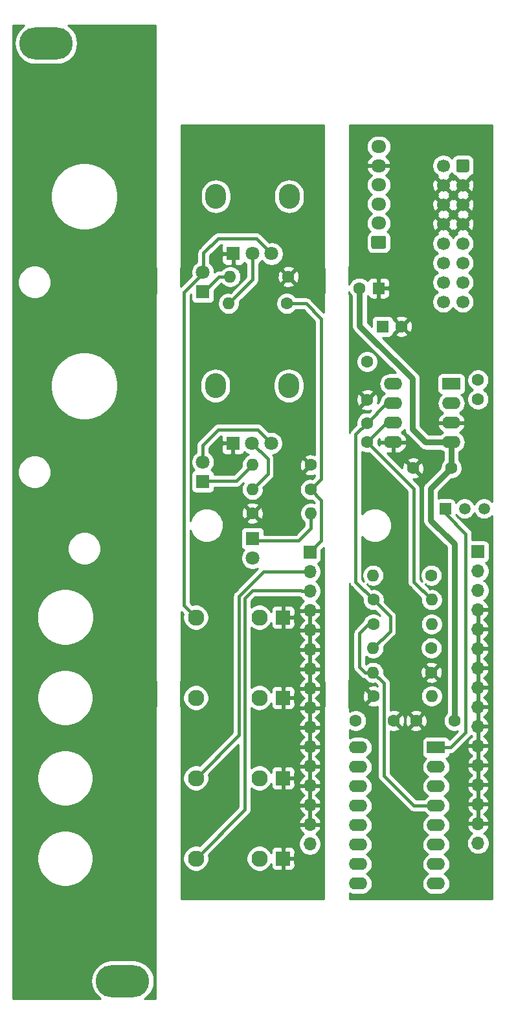
<source format=gbr>
%TF.GenerationSoftware,KiCad,Pcbnew,5.1.9+dfsg1-1~bpo10+1*%
%TF.CreationDate,2021-12-12T16:05:26+08:00*%
%TF.ProjectId,MiniVCA 1.0,4d696e69-5643-4412-9031-2e302e6b6963,rev?*%
%TF.SameCoordinates,Original*%
%TF.FileFunction,Copper,L1,Top*%
%TF.FilePolarity,Positive*%
%FSLAX46Y46*%
G04 Gerber Fmt 4.6, Leading zero omitted, Abs format (unit mm)*
G04 Created by KiCad (PCBNEW 5.1.9+dfsg1-1~bpo10+1) date 2021-12-12 16:05:26*
%MOMM*%
%LPD*%
G01*
G04 APERTURE LIST*
%TA.AperFunction,ComponentPad*%
%ADD10O,7.000000X4.200000*%
%TD*%
%TA.AperFunction,ComponentPad*%
%ADD11O,1.600000X1.600000*%
%TD*%
%TA.AperFunction,ComponentPad*%
%ADD12C,1.600000*%
%TD*%
%TA.AperFunction,ComponentPad*%
%ADD13R,2.400000X1.600000*%
%TD*%
%TA.AperFunction,ComponentPad*%
%ADD14O,2.400000X1.600000*%
%TD*%
%TA.AperFunction,ComponentPad*%
%ADD15R,1.500000X1.500000*%
%TD*%
%TA.AperFunction,ComponentPad*%
%ADD16C,1.500000*%
%TD*%
%TA.AperFunction,ComponentPad*%
%ADD17R,1.600000X1.600000*%
%TD*%
%TA.AperFunction,ComponentPad*%
%ADD18R,1.800000X1.800000*%
%TD*%
%TA.AperFunction,ComponentPad*%
%ADD19C,1.800000*%
%TD*%
%TA.AperFunction,ComponentPad*%
%ADD20R,1.830000X1.930000*%
%TD*%
%TA.AperFunction,ComponentPad*%
%ADD21C,2.130000*%
%TD*%
%TA.AperFunction,ComponentPad*%
%ADD22O,1.950000X1.700000*%
%TD*%
%TA.AperFunction,ComponentPad*%
%ADD23C,1.700000*%
%TD*%
%TA.AperFunction,ComponentPad*%
%ADD24O,2.720000X3.240000*%
%TD*%
%TA.AperFunction,ComponentPad*%
%ADD25R,1.700000X1.700000*%
%TD*%
%TA.AperFunction,ComponentPad*%
%ADD26O,1.700000X1.700000*%
%TD*%
%TA.AperFunction,Conductor*%
%ADD27C,0.400000*%
%TD*%
%TA.AperFunction,Conductor*%
%ADD28C,0.800000*%
%TD*%
%TA.AperFunction,Conductor*%
%ADD29C,0.254000*%
%TD*%
%TA.AperFunction,Conductor*%
%ADD30C,0.100000*%
%TD*%
%TA.AperFunction,NonConductor*%
%ADD31C,0.254000*%
%TD*%
%TA.AperFunction,NonConductor*%
%ADD32C,0.100000*%
%TD*%
G04 APERTURE END LIST*
D10*
%TO.P,REF\u002A\u002A,1*%
%TO.N,N/C*%
X65000000Y-165500000D03*
X55000000Y-43000000D03*
%TD*%
D11*
%TO.P,R10,2*%
%TO.N,Net-(C6-Pad1)*%
X97780000Y-122000000D03*
D12*
%TO.P,R10,1*%
%TO.N,B2_3*%
X105400000Y-122000000D03*
%TD*%
D11*
%TO.P,R5,2*%
%TO.N,Net-(R5-Pad2)*%
X105420000Y-128300000D03*
D12*
%TO.P,R5,1*%
%TO.N,GND2*%
X97800000Y-128300000D03*
%TD*%
%TO.P,C6,1*%
%TO.N,Net-(C6-Pad1)*%
X97000000Y-92600000D03*
%TO.P,C6,2*%
%TO.N,Net-(C6-Pad2)*%
X97000000Y-95100000D03*
%TD*%
D13*
%TO.P,U2,1*%
%TO.N,Net-(C5-Pad1)*%
X108000000Y-87500000D03*
D14*
%TO.P,U2,5*%
%TO.N,GND2*%
X100380000Y-95120000D03*
%TO.P,U2,2*%
%TO.N,B2_1*%
X108000000Y-90040000D03*
%TO.P,U2,6*%
%TO.N,Net-(C6-Pad2)*%
X100380000Y-92580000D03*
%TO.P,U2,3*%
%TO.N,GND2*%
X108000000Y-92580000D03*
%TO.P,U2,7*%
%TO.N,Net-(C6-Pad1)*%
X100380000Y-90040000D03*
%TO.P,U2,4*%
%TO.N,-12V*%
X108000000Y-95120000D03*
%TO.P,U2,8*%
%TO.N,B2_12V*%
X100380000Y-87500000D03*
%TD*%
D15*
%TO.P,Q1,1*%
%TO.N,Net-(Q1-Pad1)*%
X107200000Y-103800000D03*
D16*
%TO.P,Q1,3*%
%TO.N,B2_1*%
X112280000Y-103800000D03*
%TO.P,Q1,2*%
%TO.N,Net-(Q1-Pad2)*%
X109740000Y-103800000D03*
%TD*%
D12*
%TO.P,C1,2*%
%TO.N,GND2*%
X101500000Y-80000000D03*
D17*
%TO.P,C1,1*%
%TO.N,B2_12V*%
X99000000Y-80000000D03*
%TD*%
%TO.P,C2,1*%
%TO.N,GND2*%
X98500000Y-75000000D03*
D12*
%TO.P,C2,2*%
%TO.N,-12V*%
X96000000Y-75000000D03*
%TD*%
%TO.P,C3,1*%
%TO.N,GND2*%
X100500000Y-131500000D03*
%TO.P,C3,2*%
%TO.N,B2_12V*%
X95500000Y-131500000D03*
%TD*%
%TO.P,C4,2*%
%TO.N,-12V*%
X108400000Y-131500000D03*
%TO.P,C4,1*%
%TO.N,GND2*%
X103400000Y-131500000D03*
%TD*%
%TO.P,C5,2*%
%TO.N,B2_1*%
X111500000Y-89500000D03*
%TO.P,C5,1*%
%TO.N,Net-(C5-Pad1)*%
X111500000Y-87000000D03*
%TD*%
%TO.P,C7,2*%
%TO.N,B2_12V*%
X97000000Y-84600000D03*
%TO.P,C7,1*%
%TO.N,GND2*%
X97000000Y-89600000D03*
%TD*%
%TO.P,C8,1*%
%TO.N,GND2*%
X103000000Y-98500000D03*
%TO.P,C8,2*%
%TO.N,-12V*%
X108000000Y-98500000D03*
%TD*%
D18*
%TO.P,D1,1*%
%TO.N,Net-(D1-Pad1)*%
X75500000Y-75450000D03*
D19*
%TO.P,D1,2*%
%TO.N,Net-(D1-Pad2)*%
X75500000Y-72910000D03*
%TD*%
%TO.P,D2,2*%
%TO.N,Net-(D2-Pad2)*%
X75500000Y-97710000D03*
D18*
%TO.P,D2,1*%
%TO.N,Net-(D2-Pad1)*%
X75500000Y-100250000D03*
%TD*%
D20*
%TO.P,J1,S*%
%TO.N,GND1*%
X86000000Y-118000000D03*
D21*
%TO.P,J1,TN*%
%TO.N,N/C*%
X82900000Y-118000000D03*
%TO.P,J1,T*%
%TO.N,Net-(D1-Pad2)*%
X74600000Y-118000000D03*
%TD*%
%TO.P,J2,T*%
%TO.N,Net-(D2-Pad2)*%
X74600000Y-128500000D03*
%TO.P,J2,TN*%
%TO.N,N/C*%
X82900000Y-128500000D03*
D20*
%TO.P,J2,S*%
%TO.N,GND1*%
X86000000Y-128500000D03*
%TD*%
%TO.P,J3,S*%
%TO.N,GND1*%
X86000000Y-139000000D03*
D21*
%TO.P,J3,TN*%
%TO.N,N/C*%
X82900000Y-139000000D03*
%TO.P,J3,T*%
%TO.N,B1_2*%
X74600000Y-139000000D03*
%TD*%
%TO.P,J4,T*%
%TO.N,B1_3*%
X74600000Y-149500000D03*
%TO.P,J4,TN*%
%TO.N,N/C*%
X82900000Y-149500000D03*
D20*
%TO.P,J4,S*%
%TO.N,GND1*%
X86000000Y-149500000D03*
%TD*%
%TO.P,J5,1*%
%TO.N,N/C*%
%TA.AperFunction,ComponentPad*%
G36*
G01*
X99225000Y-69850000D02*
X97775000Y-69850000D01*
G75*
G02*
X97525000Y-69600000I0J250000D01*
G01*
X97525000Y-68400000D01*
G75*
G02*
X97775000Y-68150000I250000J0D01*
G01*
X99225000Y-68150000D01*
G75*
G02*
X99475000Y-68400000I0J-250000D01*
G01*
X99475000Y-69600000D01*
G75*
G02*
X99225000Y-69850000I-250000J0D01*
G01*
G37*
%TD.AperFunction*%
D22*
%TO.P,J5,2*%
X98500000Y-66500000D03*
%TO.P,J5,3*%
X98500000Y-64000000D03*
%TO.P,J5,4*%
%TO.N,B2_12V*%
X98500000Y-61500000D03*
%TO.P,J5,5*%
%TO.N,GND2*%
X98500000Y-59000000D03*
%TO.P,J5,6*%
%TO.N,-12V*%
X98500000Y-56500000D03*
%TD*%
%TO.P,J6,1*%
%TO.N,-12V*%
%TA.AperFunction,ComponentPad*%
G36*
G01*
X110350000Y-58400000D02*
X110350000Y-59600000D01*
G75*
G02*
X110100000Y-59850000I-250000J0D01*
G01*
X108900000Y-59850000D01*
G75*
G02*
X108650000Y-59600000I0J250000D01*
G01*
X108650000Y-58400000D01*
G75*
G02*
X108900000Y-58150000I250000J0D01*
G01*
X110100000Y-58150000D01*
G75*
G02*
X110350000Y-58400000I0J-250000D01*
G01*
G37*
%TD.AperFunction*%
D23*
%TO.P,J6,3*%
%TO.N,GND2*%
X109500000Y-61540000D03*
%TO.P,J6,5*%
X109500000Y-64080000D03*
%TO.P,J6,7*%
X109500000Y-66620000D03*
%TO.P,J6,9*%
%TO.N,B2_12V*%
X109500000Y-69160000D03*
%TO.P,J6,11*%
%TO.N,Net-(J6-Pad11)*%
X109500000Y-71700000D03*
%TO.P,J6,13*%
%TO.N,Net-(J6-Pad13)*%
X109500000Y-74240000D03*
%TO.P,J6,15*%
%TO.N,Net-(J6-Pad15)*%
X109500000Y-76780000D03*
%TO.P,J6,2*%
%TO.N,-12V*%
X106960000Y-59000000D03*
%TO.P,J6,4*%
%TO.N,GND2*%
X106960000Y-61540000D03*
%TO.P,J6,6*%
X106960000Y-64080000D03*
%TO.P,J6,8*%
X106960000Y-66620000D03*
%TO.P,J6,10*%
%TO.N,B2_12V*%
X106960000Y-69160000D03*
%TO.P,J6,12*%
%TO.N,Net-(J6-Pad11)*%
X106960000Y-71700000D03*
%TO.P,J6,14*%
%TO.N,Net-(J6-Pad13)*%
X106960000Y-74240000D03*
%TO.P,J6,16*%
%TO.N,Net-(J6-Pad15)*%
X106960000Y-76780000D03*
%TD*%
D12*
%TO.P,R1,1*%
%TO.N,GND1*%
X86700000Y-73500000D03*
D11*
%TO.P,R1,2*%
%TO.N,Net-(D1-Pad1)*%
X79080000Y-73500000D03*
%TD*%
D12*
%TO.P,R2,1*%
%TO.N,GND1*%
X89600000Y-98100000D03*
D11*
%TO.P,R2,2*%
%TO.N,Net-(D2-Pad1)*%
X81980000Y-98100000D03*
%TD*%
D12*
%TO.P,R3,1*%
%TO.N,B1_1*%
X89600000Y-101300000D03*
D11*
%TO.P,R3,2*%
%TO.N,Net-(R3-Pad2)*%
X81980000Y-101300000D03*
%TD*%
D12*
%TO.P,R4,1*%
%TO.N,B1_1*%
X86500000Y-77000000D03*
D11*
%TO.P,R4,2*%
%TO.N,Net-(R4-Pad2)*%
X78880000Y-77000000D03*
%TD*%
%TO.P,R6,2*%
%TO.N,B2_2*%
X105420000Y-118900000D03*
D12*
%TO.P,R6,1*%
%TO.N,Net-(R6-Pad1)*%
X97800000Y-118900000D03*
%TD*%
D11*
%TO.P,R7,2*%
%TO.N,Net-(R6-Pad1)*%
X97780000Y-125200000D03*
D12*
%TO.P,R7,1*%
%TO.N,GND2*%
X105400000Y-125200000D03*
%TD*%
%TO.P,R8,1*%
%TO.N,Net-(Q1-Pad2)*%
X105400000Y-112500000D03*
D11*
%TO.P,R8,2*%
%TO.N,Net-(C5-Pad1)*%
X97780000Y-112500000D03*
%TD*%
D12*
%TO.P,R9,1*%
%TO.N,Net-(C6-Pad1)*%
X97800000Y-115700000D03*
D11*
%TO.P,R9,2*%
%TO.N,Net-(C6-Pad2)*%
X105420000Y-115700000D03*
%TD*%
D24*
%TO.P,RV1,*%
%TO.N,*%
X77200000Y-63000000D03*
X86800000Y-63000000D03*
D19*
%TO.P,RV1,2*%
%TO.N,Net-(R4-Pad2)*%
X82000000Y-70500000D03*
%TO.P,RV1,3*%
%TO.N,Net-(D1-Pad2)*%
X84500000Y-70500000D03*
D18*
%TO.P,RV1,1*%
%TO.N,GND1*%
X79500000Y-70500000D03*
%TD*%
%TO.P,RV2,1*%
%TO.N,GND1*%
X79450000Y-95250000D03*
D19*
%TO.P,RV2,3*%
%TO.N,Net-(D2-Pad2)*%
X84450000Y-95250000D03*
%TO.P,RV2,2*%
%TO.N,Net-(R3-Pad2)*%
X81950000Y-95250000D03*
D24*
%TO.P,RV2,*%
%TO.N,*%
X86750000Y-87750000D03*
X77150000Y-87750000D03*
%TD*%
D13*
%TO.P,U1,1*%
%TO.N,Net-(Q1-Pad1)*%
X106000000Y-135000000D03*
D14*
%TO.P,U1,9*%
%TO.N,N/C*%
X95840000Y-152780000D03*
%TO.P,U1,2*%
X106000000Y-137540000D03*
%TO.P,U1,10*%
X95840000Y-150240000D03*
%TO.P,U1,3*%
%TO.N,Net-(R5-Pad2)*%
X106000000Y-140080000D03*
%TO.P,U1,11*%
%TO.N,B2_12V*%
X95840000Y-147700000D03*
%TO.P,U1,4*%
%TO.N,Net-(R6-Pad1)*%
X106000000Y-142620000D03*
%TO.P,U1,12*%
%TO.N,N/C*%
X95840000Y-145160000D03*
%TO.P,U1,5*%
%TO.N,Net-(C6-Pad2)*%
X106000000Y-145160000D03*
%TO.P,U1,13*%
%TO.N,N/C*%
X95840000Y-142620000D03*
%TO.P,U1,6*%
%TO.N,-12V*%
X106000000Y-147700000D03*
%TO.P,U1,14*%
%TO.N,N/C*%
X95840000Y-140080000D03*
%TO.P,U1,7*%
X106000000Y-150240000D03*
%TO.P,U1,15*%
X95840000Y-137540000D03*
%TO.P,U1,8*%
X106000000Y-152780000D03*
%TO.P,U1,16*%
X95840000Y-135000000D03*
%TD*%
D18*
%TO.P,D3,1*%
%TO.N,Net-(D3-Pad1)*%
X82000000Y-107700000D03*
D19*
%TO.P,D3,2*%
%TO.N,B1_12V*%
X82000000Y-110240000D03*
%TD*%
D12*
%TO.P,R11,1*%
%TO.N,GND1*%
X82000000Y-104400000D03*
D11*
%TO.P,R11,2*%
%TO.N,Net-(D3-Pad1)*%
X89620000Y-104400000D03*
%TD*%
D25*
%TO.P,J7,1*%
%TO.N,B1_1*%
X89500000Y-109500000D03*
D26*
%TO.P,J7,2*%
%TO.N,B1_2*%
X89500000Y-112040000D03*
%TO.P,J7,3*%
%TO.N,B1_3*%
X89500000Y-114580000D03*
%TO.P,J7,4*%
%TO.N,GND1*%
X89500000Y-117120000D03*
%TO.P,J7,5*%
X89500000Y-119660000D03*
%TO.P,J7,6*%
X89500000Y-122200000D03*
%TO.P,J7,7*%
X89500000Y-124740000D03*
%TO.P,J7,8*%
X89500000Y-127280000D03*
%TO.P,J7,9*%
X89500000Y-129820000D03*
%TO.P,J7,10*%
X89500000Y-132360000D03*
%TO.P,J7,11*%
X89500000Y-134900000D03*
%TO.P,J7,12*%
X89500000Y-137440000D03*
%TO.P,J7,13*%
X89500000Y-139980000D03*
%TO.P,J7,14*%
X89500000Y-142520000D03*
%TO.P,J7,15*%
X89500000Y-145060000D03*
%TO.P,J7,16*%
%TO.N,B1_12V*%
X89500000Y-147600000D03*
%TD*%
D25*
%TO.P,J8,1*%
%TO.N,B2_1*%
X111500000Y-109400000D03*
D26*
%TO.P,J8,2*%
%TO.N,B2_2*%
X111500000Y-111940000D03*
%TO.P,J8,3*%
%TO.N,B2_3*%
X111500000Y-114480000D03*
%TO.P,J8,4*%
%TO.N,GND2*%
X111500000Y-117020000D03*
%TO.P,J8,5*%
X111500000Y-119560000D03*
%TO.P,J8,6*%
X111500000Y-122100000D03*
%TO.P,J8,7*%
X111500000Y-124640000D03*
%TO.P,J8,8*%
X111500000Y-127180000D03*
%TO.P,J8,9*%
X111500000Y-129720000D03*
%TO.P,J8,10*%
X111500000Y-132260000D03*
%TO.P,J8,11*%
X111500000Y-134800000D03*
%TO.P,J8,12*%
X111500000Y-137340000D03*
%TO.P,J8,13*%
X111500000Y-139880000D03*
%TO.P,J8,14*%
X111500000Y-142420000D03*
%TO.P,J8,15*%
X111500000Y-144960000D03*
%TO.P,J8,16*%
%TO.N,B2_12V*%
X111500000Y-147500000D03*
%TD*%
D27*
%TO.N,-12V*%
X108400000Y-131500000D02*
X108500000Y-131400000D01*
D28*
X108000000Y-95120000D02*
X108000000Y-98500000D01*
X96000000Y-79900000D02*
X96000000Y-75000000D01*
X102900000Y-86800000D02*
X96000000Y-79900000D01*
X102900000Y-93400000D02*
X102900000Y-86800000D01*
X108000000Y-95120000D02*
X104620000Y-95120000D01*
X104620000Y-95120000D02*
X102900000Y-93400000D01*
X108400000Y-108400000D02*
X108400000Y-131500000D01*
X105300000Y-105300000D02*
X108400000Y-108400000D01*
X108000000Y-98500000D02*
X105300000Y-101200000D01*
X105300000Y-101200000D02*
X105300000Y-105300000D01*
D27*
%TO.N,Net-(C6-Pad2)*%
X99520000Y-92580000D02*
X97000000Y-95100000D01*
X100380000Y-92580000D02*
X99520000Y-92580000D01*
X103100000Y-113380000D02*
X105420000Y-115700000D01*
X97000000Y-95100000D02*
X103100000Y-101200000D01*
X103100000Y-101200000D02*
X103100000Y-113380000D01*
%TO.N,Net-(D1-Pad1)*%
X77600000Y-73500000D02*
X75600000Y-75500000D01*
X79080000Y-73500000D02*
X77600000Y-73500000D01*
%TO.N,Net-(D1-Pad2)*%
X75600000Y-72960000D02*
X75600000Y-70400000D01*
X75600000Y-70400000D02*
X77500000Y-68500000D01*
X82500000Y-68500000D02*
X84500000Y-70500000D01*
X77500000Y-68500000D02*
X82500000Y-68500000D01*
X73000000Y-116400000D02*
X74600000Y-118000000D01*
X75600000Y-72960000D02*
X73000000Y-75560000D01*
X73000000Y-75560000D02*
X73000000Y-116400000D01*
%TO.N,Net-(D2-Pad2)*%
X82700000Y-93500000D02*
X84450000Y-95250000D01*
X77500000Y-93500000D02*
X82700000Y-93500000D01*
X75500000Y-97660000D02*
X75500000Y-95500000D01*
X75500000Y-95500000D02*
X77500000Y-93500000D01*
%TO.N,Net-(D2-Pad1)*%
X79880000Y-100200000D02*
X81980000Y-98100000D01*
X75500000Y-100200000D02*
X79880000Y-100200000D01*
%TO.N,Net-(Q1-Pad1)*%
X107200000Y-104399998D02*
X107200000Y-103800000D01*
X109900000Y-107099998D02*
X107200000Y-104399998D01*
X109900000Y-133000000D02*
X109900000Y-107099998D01*
X106000000Y-135000000D02*
X107900000Y-135000000D01*
X107900000Y-135000000D02*
X109900000Y-133000000D01*
%TO.N,Net-(R3-Pad2)*%
X84000000Y-99280000D02*
X81980000Y-101300000D01*
X81950000Y-95250000D02*
X84000000Y-97300000D01*
X84000000Y-97300000D02*
X84000000Y-99280000D01*
%TO.N,Net-(R4-Pad2)*%
X82000000Y-73880000D02*
X82000000Y-70500000D01*
X78880000Y-77000000D02*
X82000000Y-73880000D01*
%TO.N,Net-(D3-Pad1)*%
X89620000Y-106380000D02*
X89620000Y-104400000D01*
X82000000Y-108000000D02*
X88000000Y-108000000D01*
X88000000Y-108000000D02*
X89620000Y-106380000D01*
%TO.N,B1_1*%
X89000000Y-77000000D02*
X86500000Y-77000000D01*
X91000000Y-79000000D02*
X89000000Y-77000000D01*
X89600000Y-101300000D02*
X91000000Y-99900000D01*
X91000000Y-99900000D02*
X91000000Y-79000000D01*
X91000000Y-108000000D02*
X89500000Y-109500000D01*
X89600000Y-101300000D02*
X91000000Y-102700000D01*
X91000000Y-102700000D02*
X91000000Y-108000000D01*
%TO.N,B1_2*%
X80250000Y-133350000D02*
X74600000Y-139000000D01*
X80250000Y-115250000D02*
X80250000Y-133350000D01*
X89500000Y-112040000D02*
X83460000Y-112040000D01*
X83460000Y-112040000D02*
X80250000Y-115250000D01*
%TO.N,B1_3*%
X81000000Y-143100000D02*
X74600000Y-149500000D01*
X81000000Y-115500000D02*
X81000000Y-143100000D01*
X88340000Y-114500000D02*
X82000000Y-114500000D01*
X89500000Y-114580000D02*
X88420000Y-114580000D01*
X82000000Y-114500000D02*
X81000000Y-115500000D01*
X88420000Y-114580000D02*
X88340000Y-114500000D01*
%TO.N,Net-(C6-Pad1)*%
X95500000Y-94100000D02*
X97000000Y-92600000D01*
X97800000Y-115700000D02*
X95500000Y-113400000D01*
X95500000Y-113400000D02*
X95500000Y-94100000D01*
X99560000Y-90040000D02*
X100380000Y-90040000D01*
X97000000Y-92600000D02*
X99560000Y-90040000D01*
X97780000Y-122000000D02*
X100000000Y-119780000D01*
X100000000Y-117900000D02*
X97800000Y-115700000D01*
X100000000Y-119780000D02*
X100000000Y-117900000D01*
%TO.N,Net-(R6-Pad1)*%
X99200000Y-138700000D02*
X99200000Y-126620000D01*
X99200000Y-126620000D02*
X97780000Y-125200000D01*
X106000000Y-142620000D02*
X103120000Y-142620000D01*
X103120000Y-142620000D02*
X99200000Y-138700000D01*
X96000000Y-120100000D02*
X97200000Y-118900000D01*
X96000000Y-124500000D02*
X96000000Y-120100000D01*
X97780000Y-125200000D02*
X96700000Y-125200000D01*
X97200000Y-118900000D02*
X97800000Y-118900000D01*
X96700000Y-125200000D02*
X96000000Y-124500000D01*
%TD*%
D29*
%TO.N,GND1*%
X91315001Y-72033647D02*
X91318366Y-72067812D01*
X91318366Y-72080806D01*
X91319366Y-72090318D01*
X91341121Y-72284268D01*
X91354025Y-72344976D01*
X91366089Y-72405901D01*
X91366281Y-72406522D01*
X91366342Y-73156088D01*
X91365000Y-73162835D01*
X91365000Y-73337165D01*
X91366357Y-73343989D01*
X91366403Y-73905781D01*
X91365000Y-73912835D01*
X91365000Y-74087165D01*
X91366418Y-74094296D01*
X91366464Y-74655475D01*
X91365000Y-74662835D01*
X91365000Y-74837165D01*
X91366479Y-74844603D01*
X91366541Y-75596983D01*
X91363281Y-75607780D01*
X91351219Y-75668698D01*
X91338314Y-75729410D01*
X91337314Y-75738922D01*
X91318269Y-75933155D01*
X91318269Y-75933173D01*
X91315001Y-75966353D01*
X91315001Y-78134133D01*
X89619446Y-76438579D01*
X89593291Y-76406709D01*
X89466146Y-76302364D01*
X89321087Y-76224828D01*
X89163689Y-76177082D01*
X89041019Y-76165000D01*
X89041018Y-76165000D01*
X89000000Y-76160960D01*
X88958982Y-76165000D01*
X87667930Y-76165000D01*
X87614637Y-76085241D01*
X87414759Y-75885363D01*
X87179727Y-75728320D01*
X86918574Y-75620147D01*
X86641335Y-75565000D01*
X86358665Y-75565000D01*
X86081426Y-75620147D01*
X85820273Y-75728320D01*
X85585241Y-75885363D01*
X85385363Y-76085241D01*
X85228320Y-76320273D01*
X85120147Y-76581426D01*
X85065000Y-76858665D01*
X85065000Y-77141335D01*
X85120147Y-77418574D01*
X85228320Y-77679727D01*
X85385363Y-77914759D01*
X85585241Y-78114637D01*
X85820273Y-78271680D01*
X86081426Y-78379853D01*
X86358665Y-78435000D01*
X86641335Y-78435000D01*
X86918574Y-78379853D01*
X87179727Y-78271680D01*
X87414759Y-78114637D01*
X87614637Y-77914759D01*
X87667930Y-77835000D01*
X88654133Y-77835000D01*
X90165001Y-79345869D01*
X90165000Y-96779808D01*
X90086004Y-96742429D01*
X89811816Y-96673700D01*
X89529488Y-96659783D01*
X89249870Y-96701213D01*
X88983708Y-96796397D01*
X88858486Y-96863329D01*
X88786903Y-97107298D01*
X89600000Y-97920395D01*
X89614143Y-97906253D01*
X89793748Y-98085858D01*
X89779605Y-98100000D01*
X89793748Y-98114143D01*
X89614143Y-98293748D01*
X89600000Y-98279605D01*
X88786903Y-99092702D01*
X88858486Y-99336671D01*
X89113996Y-99457571D01*
X89388184Y-99526300D01*
X89670512Y-99540217D01*
X89950130Y-99498787D01*
X90165000Y-99421946D01*
X90165000Y-99554132D01*
X89835418Y-99883715D01*
X89741335Y-99865000D01*
X89458665Y-99865000D01*
X89181426Y-99920147D01*
X88920273Y-100028320D01*
X88685241Y-100185363D01*
X88485363Y-100385241D01*
X88328320Y-100620273D01*
X88220147Y-100881426D01*
X88165000Y-101158665D01*
X88165000Y-101441335D01*
X88220147Y-101718574D01*
X88328320Y-101979727D01*
X88485363Y-102214759D01*
X88685241Y-102414637D01*
X88920273Y-102571680D01*
X89181426Y-102679853D01*
X89458665Y-102735000D01*
X89741335Y-102735000D01*
X89835418Y-102716285D01*
X90165000Y-103045868D01*
X90165000Y-103072514D01*
X90038574Y-103020147D01*
X89761335Y-102965000D01*
X89478665Y-102965000D01*
X89201426Y-103020147D01*
X88940273Y-103128320D01*
X88705241Y-103285363D01*
X88505363Y-103485241D01*
X88348320Y-103720273D01*
X88240147Y-103981426D01*
X88185000Y-104258665D01*
X88185000Y-104541335D01*
X88240147Y-104818574D01*
X88348320Y-105079727D01*
X88505363Y-105314759D01*
X88705241Y-105514637D01*
X88785000Y-105567930D01*
X88785000Y-106034132D01*
X87654133Y-107165000D01*
X83538072Y-107165000D01*
X83538072Y-106800000D01*
X83525812Y-106675518D01*
X83489502Y-106555820D01*
X83430537Y-106445506D01*
X83351185Y-106348815D01*
X83254494Y-106269463D01*
X83144180Y-106210498D01*
X83024482Y-106174188D01*
X82900000Y-106161928D01*
X81100000Y-106161928D01*
X80975518Y-106174188D01*
X80855820Y-106210498D01*
X80745506Y-106269463D01*
X80648815Y-106348815D01*
X80569463Y-106445506D01*
X80510498Y-106555820D01*
X80474188Y-106675518D01*
X80461928Y-106800000D01*
X80461928Y-108600000D01*
X80474188Y-108724482D01*
X80510498Y-108844180D01*
X80569463Y-108954494D01*
X80648815Y-109051185D01*
X80745506Y-109130537D01*
X80855820Y-109189502D01*
X80874127Y-109195056D01*
X80807688Y-109261495D01*
X80639701Y-109512905D01*
X80523989Y-109792257D01*
X80465000Y-110088816D01*
X80465000Y-110391184D01*
X80523989Y-110687743D01*
X80639701Y-110967095D01*
X80807688Y-111218505D01*
X81021495Y-111432312D01*
X81272905Y-111600299D01*
X81552257Y-111716011D01*
X81848816Y-111775000D01*
X82151184Y-111775000D01*
X82447743Y-111716011D01*
X82712989Y-111606142D01*
X79688579Y-114630554D01*
X79656709Y-114656709D01*
X79552365Y-114783854D01*
X79552364Y-114783855D01*
X79474828Y-114928914D01*
X79427082Y-115086312D01*
X79410960Y-115250000D01*
X79415000Y-115291019D01*
X79415001Y-133004130D01*
X75060782Y-137358350D01*
X74767435Y-137300000D01*
X74432565Y-137300000D01*
X74104128Y-137365330D01*
X73794748Y-137493479D01*
X73516313Y-137679523D01*
X73279523Y-137916313D01*
X73093479Y-138194748D01*
X72965330Y-138504128D01*
X72900000Y-138832565D01*
X72900000Y-139167435D01*
X72965330Y-139495872D01*
X73093479Y-139805252D01*
X73279523Y-140083687D01*
X73516313Y-140320477D01*
X73794748Y-140506521D01*
X74104128Y-140634670D01*
X74432565Y-140700000D01*
X74767435Y-140700000D01*
X75095872Y-140634670D01*
X75405252Y-140506521D01*
X75683687Y-140320477D01*
X75920477Y-140083687D01*
X76106521Y-139805252D01*
X76234670Y-139495872D01*
X76300000Y-139167435D01*
X76300000Y-138832565D01*
X76241650Y-138539218D01*
X80165001Y-134615868D01*
X80165001Y-142754130D01*
X75060782Y-147858350D01*
X74767435Y-147800000D01*
X74432565Y-147800000D01*
X74104128Y-147865330D01*
X73794748Y-147993479D01*
X73516313Y-148179523D01*
X73279523Y-148416313D01*
X73093479Y-148694748D01*
X72965330Y-149004128D01*
X72900000Y-149332565D01*
X72900000Y-149667435D01*
X72965330Y-149995872D01*
X73093479Y-150305252D01*
X73279523Y-150583687D01*
X73516313Y-150820477D01*
X73794748Y-151006521D01*
X74104128Y-151134670D01*
X74432565Y-151200000D01*
X74767435Y-151200000D01*
X75095872Y-151134670D01*
X75405252Y-151006521D01*
X75683687Y-150820477D01*
X75920477Y-150583687D01*
X76106521Y-150305252D01*
X76234670Y-149995872D01*
X76300000Y-149667435D01*
X76300000Y-149332565D01*
X81200000Y-149332565D01*
X81200000Y-149667435D01*
X81265330Y-149995872D01*
X81393479Y-150305252D01*
X81579523Y-150583687D01*
X81816313Y-150820477D01*
X82094748Y-151006521D01*
X82404128Y-151134670D01*
X82732565Y-151200000D01*
X83067435Y-151200000D01*
X83395872Y-151134670D01*
X83705252Y-151006521D01*
X83983687Y-150820477D01*
X84220477Y-150583687D01*
X84406521Y-150305252D01*
X84448105Y-150204860D01*
X84446928Y-150465000D01*
X84459188Y-150589482D01*
X84495498Y-150709180D01*
X84554463Y-150819494D01*
X84633815Y-150916185D01*
X84730506Y-150995537D01*
X84840820Y-151054502D01*
X84960518Y-151090812D01*
X85085000Y-151103072D01*
X85714250Y-151100000D01*
X85873000Y-150941250D01*
X85873000Y-149627000D01*
X86127000Y-149627000D01*
X86127000Y-150941250D01*
X86285750Y-151100000D01*
X86915000Y-151103072D01*
X87039482Y-151090812D01*
X87159180Y-151054502D01*
X87269494Y-150995537D01*
X87366185Y-150916185D01*
X87445537Y-150819494D01*
X87504502Y-150709180D01*
X87540812Y-150589482D01*
X87553072Y-150465000D01*
X87550000Y-149785750D01*
X87391250Y-149627000D01*
X86127000Y-149627000D01*
X85873000Y-149627000D01*
X85853000Y-149627000D01*
X85853000Y-149373000D01*
X85873000Y-149373000D01*
X85873000Y-148058750D01*
X86127000Y-148058750D01*
X86127000Y-149373000D01*
X87391250Y-149373000D01*
X87550000Y-149214250D01*
X87553072Y-148535000D01*
X87540812Y-148410518D01*
X87504502Y-148290820D01*
X87445537Y-148180506D01*
X87366185Y-148083815D01*
X87269494Y-148004463D01*
X87159180Y-147945498D01*
X87039482Y-147909188D01*
X86915000Y-147896928D01*
X86285750Y-147900000D01*
X86127000Y-148058750D01*
X85873000Y-148058750D01*
X85714250Y-147900000D01*
X85085000Y-147896928D01*
X84960518Y-147909188D01*
X84840820Y-147945498D01*
X84730506Y-148004463D01*
X84633815Y-148083815D01*
X84554463Y-148180506D01*
X84495498Y-148290820D01*
X84459188Y-148410518D01*
X84446928Y-148535000D01*
X84448105Y-148795140D01*
X84406521Y-148694748D01*
X84220477Y-148416313D01*
X83983687Y-148179523D01*
X83705252Y-147993479D01*
X83395872Y-147865330D01*
X83067435Y-147800000D01*
X82732565Y-147800000D01*
X82404128Y-147865330D01*
X82094748Y-147993479D01*
X81816313Y-148179523D01*
X81579523Y-148416313D01*
X81393479Y-148694748D01*
X81265330Y-149004128D01*
X81200000Y-149332565D01*
X76300000Y-149332565D01*
X76241650Y-149039218D01*
X77827128Y-147453740D01*
X88015000Y-147453740D01*
X88015000Y-147746260D01*
X88072068Y-148033158D01*
X88184010Y-148303411D01*
X88346525Y-148546632D01*
X88553368Y-148753475D01*
X88796589Y-148915990D01*
X89066842Y-149027932D01*
X89353740Y-149085000D01*
X89646260Y-149085000D01*
X89933158Y-149027932D01*
X90203411Y-148915990D01*
X90446632Y-148753475D01*
X90653475Y-148546632D01*
X90815990Y-148303411D01*
X90927932Y-148033158D01*
X90985000Y-147746260D01*
X90985000Y-147453740D01*
X90927932Y-147166842D01*
X90815990Y-146896589D01*
X90653475Y-146653368D01*
X90446632Y-146446525D01*
X90264466Y-146324805D01*
X90381355Y-146255178D01*
X90597588Y-146060269D01*
X90771641Y-145826920D01*
X90896825Y-145564099D01*
X90941476Y-145416890D01*
X90820155Y-145187000D01*
X89627000Y-145187000D01*
X89627000Y-145207000D01*
X89373000Y-145207000D01*
X89373000Y-145187000D01*
X88179845Y-145187000D01*
X88058524Y-145416890D01*
X88103175Y-145564099D01*
X88228359Y-145826920D01*
X88402412Y-146060269D01*
X88618645Y-146255178D01*
X88735534Y-146324805D01*
X88553368Y-146446525D01*
X88346525Y-146653368D01*
X88184010Y-146896589D01*
X88072068Y-147166842D01*
X88015000Y-147453740D01*
X77827128Y-147453740D01*
X81561432Y-143719437D01*
X81593291Y-143693291D01*
X81697636Y-143566146D01*
X81775172Y-143421087D01*
X81822918Y-143263689D01*
X81835000Y-143141019D01*
X81839040Y-143100000D01*
X81835000Y-143058982D01*
X81835000Y-142876890D01*
X88058524Y-142876890D01*
X88103175Y-143024099D01*
X88228359Y-143286920D01*
X88402412Y-143520269D01*
X88618645Y-143715178D01*
X88744255Y-143790000D01*
X88618645Y-143864822D01*
X88402412Y-144059731D01*
X88228359Y-144293080D01*
X88103175Y-144555901D01*
X88058524Y-144703110D01*
X88179845Y-144933000D01*
X89373000Y-144933000D01*
X89373000Y-142647000D01*
X89627000Y-142647000D01*
X89627000Y-144933000D01*
X90820155Y-144933000D01*
X90941476Y-144703110D01*
X90896825Y-144555901D01*
X90771641Y-144293080D01*
X90597588Y-144059731D01*
X90381355Y-143864822D01*
X90255745Y-143790000D01*
X90381355Y-143715178D01*
X90597588Y-143520269D01*
X90771641Y-143286920D01*
X90896825Y-143024099D01*
X90941476Y-142876890D01*
X90820155Y-142647000D01*
X89627000Y-142647000D01*
X89373000Y-142647000D01*
X88179845Y-142647000D01*
X88058524Y-142876890D01*
X81835000Y-142876890D01*
X81835000Y-140332963D01*
X82094748Y-140506521D01*
X82404128Y-140634670D01*
X82732565Y-140700000D01*
X83067435Y-140700000D01*
X83395872Y-140634670D01*
X83705252Y-140506521D01*
X83983687Y-140320477D01*
X84220477Y-140083687D01*
X84406521Y-139805252D01*
X84448105Y-139704860D01*
X84446928Y-139965000D01*
X84459188Y-140089482D01*
X84495498Y-140209180D01*
X84554463Y-140319494D01*
X84633815Y-140416185D01*
X84730506Y-140495537D01*
X84840820Y-140554502D01*
X84960518Y-140590812D01*
X85085000Y-140603072D01*
X85714250Y-140600000D01*
X85873000Y-140441250D01*
X85873000Y-139127000D01*
X86127000Y-139127000D01*
X86127000Y-140441250D01*
X86285750Y-140600000D01*
X86915000Y-140603072D01*
X87039482Y-140590812D01*
X87159180Y-140554502D01*
X87269494Y-140495537D01*
X87366185Y-140416185D01*
X87431260Y-140336890D01*
X88058524Y-140336890D01*
X88103175Y-140484099D01*
X88228359Y-140746920D01*
X88402412Y-140980269D01*
X88618645Y-141175178D01*
X88744255Y-141250000D01*
X88618645Y-141324822D01*
X88402412Y-141519731D01*
X88228359Y-141753080D01*
X88103175Y-142015901D01*
X88058524Y-142163110D01*
X88179845Y-142393000D01*
X89373000Y-142393000D01*
X89373000Y-140107000D01*
X89627000Y-140107000D01*
X89627000Y-142393000D01*
X90820155Y-142393000D01*
X90941476Y-142163110D01*
X90896825Y-142015901D01*
X90771641Y-141753080D01*
X90597588Y-141519731D01*
X90381355Y-141324822D01*
X90255745Y-141250000D01*
X90381355Y-141175178D01*
X90597588Y-140980269D01*
X90771641Y-140746920D01*
X90896825Y-140484099D01*
X90941476Y-140336890D01*
X90820155Y-140107000D01*
X89627000Y-140107000D01*
X89373000Y-140107000D01*
X88179845Y-140107000D01*
X88058524Y-140336890D01*
X87431260Y-140336890D01*
X87445537Y-140319494D01*
X87504502Y-140209180D01*
X87540812Y-140089482D01*
X87553072Y-139965000D01*
X87550000Y-139285750D01*
X87391250Y-139127000D01*
X86127000Y-139127000D01*
X85873000Y-139127000D01*
X85853000Y-139127000D01*
X85853000Y-138873000D01*
X85873000Y-138873000D01*
X85873000Y-137558750D01*
X86127000Y-137558750D01*
X86127000Y-138873000D01*
X87391250Y-138873000D01*
X87550000Y-138714250D01*
X87553072Y-138035000D01*
X87540812Y-137910518D01*
X87506344Y-137796890D01*
X88058524Y-137796890D01*
X88103175Y-137944099D01*
X88228359Y-138206920D01*
X88402412Y-138440269D01*
X88618645Y-138635178D01*
X88744255Y-138710000D01*
X88618645Y-138784822D01*
X88402412Y-138979731D01*
X88228359Y-139213080D01*
X88103175Y-139475901D01*
X88058524Y-139623110D01*
X88179845Y-139853000D01*
X89373000Y-139853000D01*
X89373000Y-137567000D01*
X89627000Y-137567000D01*
X89627000Y-139853000D01*
X90820155Y-139853000D01*
X90941476Y-139623110D01*
X90896825Y-139475901D01*
X90771641Y-139213080D01*
X90597588Y-138979731D01*
X90381355Y-138784822D01*
X90255745Y-138710000D01*
X90381355Y-138635178D01*
X90597588Y-138440269D01*
X90771641Y-138206920D01*
X90896825Y-137944099D01*
X90941476Y-137796890D01*
X90820155Y-137567000D01*
X89627000Y-137567000D01*
X89373000Y-137567000D01*
X88179845Y-137567000D01*
X88058524Y-137796890D01*
X87506344Y-137796890D01*
X87504502Y-137790820D01*
X87445537Y-137680506D01*
X87366185Y-137583815D01*
X87269494Y-137504463D01*
X87159180Y-137445498D01*
X87039482Y-137409188D01*
X86915000Y-137396928D01*
X86285750Y-137400000D01*
X86127000Y-137558750D01*
X85873000Y-137558750D01*
X85714250Y-137400000D01*
X85085000Y-137396928D01*
X84960518Y-137409188D01*
X84840820Y-137445498D01*
X84730506Y-137504463D01*
X84633815Y-137583815D01*
X84554463Y-137680506D01*
X84495498Y-137790820D01*
X84459188Y-137910518D01*
X84446928Y-138035000D01*
X84448105Y-138295140D01*
X84406521Y-138194748D01*
X84220477Y-137916313D01*
X83983687Y-137679523D01*
X83705252Y-137493479D01*
X83395872Y-137365330D01*
X83067435Y-137300000D01*
X82732565Y-137300000D01*
X82404128Y-137365330D01*
X82094748Y-137493479D01*
X81835000Y-137667037D01*
X81835000Y-135256890D01*
X88058524Y-135256890D01*
X88103175Y-135404099D01*
X88228359Y-135666920D01*
X88402412Y-135900269D01*
X88618645Y-136095178D01*
X88744255Y-136170000D01*
X88618645Y-136244822D01*
X88402412Y-136439731D01*
X88228359Y-136673080D01*
X88103175Y-136935901D01*
X88058524Y-137083110D01*
X88179845Y-137313000D01*
X89373000Y-137313000D01*
X89373000Y-135027000D01*
X89627000Y-135027000D01*
X89627000Y-137313000D01*
X90820155Y-137313000D01*
X90941476Y-137083110D01*
X90896825Y-136935901D01*
X90771641Y-136673080D01*
X90597588Y-136439731D01*
X90381355Y-136244822D01*
X90255745Y-136170000D01*
X90381355Y-136095178D01*
X90597588Y-135900269D01*
X90771641Y-135666920D01*
X90896825Y-135404099D01*
X90941476Y-135256890D01*
X90820155Y-135027000D01*
X89627000Y-135027000D01*
X89373000Y-135027000D01*
X88179845Y-135027000D01*
X88058524Y-135256890D01*
X81835000Y-135256890D01*
X81835000Y-132716890D01*
X88058524Y-132716890D01*
X88103175Y-132864099D01*
X88228359Y-133126920D01*
X88402412Y-133360269D01*
X88618645Y-133555178D01*
X88744255Y-133630000D01*
X88618645Y-133704822D01*
X88402412Y-133899731D01*
X88228359Y-134133080D01*
X88103175Y-134395901D01*
X88058524Y-134543110D01*
X88179845Y-134773000D01*
X89373000Y-134773000D01*
X89373000Y-132487000D01*
X89627000Y-132487000D01*
X89627000Y-134773000D01*
X90820155Y-134773000D01*
X90941476Y-134543110D01*
X90896825Y-134395901D01*
X90771641Y-134133080D01*
X90597588Y-133899731D01*
X90381355Y-133704822D01*
X90255745Y-133630000D01*
X90381355Y-133555178D01*
X90597588Y-133360269D01*
X90771641Y-133126920D01*
X90896825Y-132864099D01*
X90941476Y-132716890D01*
X90820155Y-132487000D01*
X89627000Y-132487000D01*
X89373000Y-132487000D01*
X88179845Y-132487000D01*
X88058524Y-132716890D01*
X81835000Y-132716890D01*
X81835000Y-129832963D01*
X82094748Y-130006521D01*
X82404128Y-130134670D01*
X82732565Y-130200000D01*
X83067435Y-130200000D01*
X83183617Y-130176890D01*
X88058524Y-130176890D01*
X88103175Y-130324099D01*
X88228359Y-130586920D01*
X88402412Y-130820269D01*
X88618645Y-131015178D01*
X88744255Y-131090000D01*
X88618645Y-131164822D01*
X88402412Y-131359731D01*
X88228359Y-131593080D01*
X88103175Y-131855901D01*
X88058524Y-132003110D01*
X88179845Y-132233000D01*
X89373000Y-132233000D01*
X89373000Y-129947000D01*
X89627000Y-129947000D01*
X89627000Y-132233000D01*
X90820155Y-132233000D01*
X90941476Y-132003110D01*
X90896825Y-131855901D01*
X90771641Y-131593080D01*
X90597588Y-131359731D01*
X90381355Y-131164822D01*
X90255745Y-131090000D01*
X90381355Y-131015178D01*
X90597588Y-130820269D01*
X90771641Y-130586920D01*
X90896825Y-130324099D01*
X90941476Y-130176890D01*
X90820155Y-129947000D01*
X89627000Y-129947000D01*
X89373000Y-129947000D01*
X88179845Y-129947000D01*
X88058524Y-130176890D01*
X83183617Y-130176890D01*
X83395872Y-130134670D01*
X83705252Y-130006521D01*
X83983687Y-129820477D01*
X84220477Y-129583687D01*
X84406521Y-129305252D01*
X84448105Y-129204860D01*
X84446928Y-129465000D01*
X84459188Y-129589482D01*
X84495498Y-129709180D01*
X84554463Y-129819494D01*
X84633815Y-129916185D01*
X84730506Y-129995537D01*
X84840820Y-130054502D01*
X84960518Y-130090812D01*
X85085000Y-130103072D01*
X85714250Y-130100000D01*
X85873000Y-129941250D01*
X85873000Y-128627000D01*
X86127000Y-128627000D01*
X86127000Y-129941250D01*
X86285750Y-130100000D01*
X86915000Y-130103072D01*
X87039482Y-130090812D01*
X87159180Y-130054502D01*
X87269494Y-129995537D01*
X87366185Y-129916185D01*
X87445537Y-129819494D01*
X87504502Y-129709180D01*
X87540812Y-129589482D01*
X87553072Y-129465000D01*
X87550000Y-128785750D01*
X87391250Y-128627000D01*
X86127000Y-128627000D01*
X85873000Y-128627000D01*
X85853000Y-128627000D01*
X85853000Y-128373000D01*
X85873000Y-128373000D01*
X85873000Y-127058750D01*
X86127000Y-127058750D01*
X86127000Y-128373000D01*
X87391250Y-128373000D01*
X87550000Y-128214250D01*
X87552611Y-127636890D01*
X88058524Y-127636890D01*
X88103175Y-127784099D01*
X88228359Y-128046920D01*
X88402412Y-128280269D01*
X88618645Y-128475178D01*
X88744255Y-128550000D01*
X88618645Y-128624822D01*
X88402412Y-128819731D01*
X88228359Y-129053080D01*
X88103175Y-129315901D01*
X88058524Y-129463110D01*
X88179845Y-129693000D01*
X89373000Y-129693000D01*
X89373000Y-127407000D01*
X89627000Y-127407000D01*
X89627000Y-129693000D01*
X90820155Y-129693000D01*
X90941476Y-129463110D01*
X90896825Y-129315901D01*
X90771641Y-129053080D01*
X90597588Y-128819731D01*
X90381355Y-128624822D01*
X90255745Y-128550000D01*
X90381355Y-128475178D01*
X90597588Y-128280269D01*
X90771641Y-128046920D01*
X90896825Y-127784099D01*
X90941476Y-127636890D01*
X90820155Y-127407000D01*
X89627000Y-127407000D01*
X89373000Y-127407000D01*
X88179845Y-127407000D01*
X88058524Y-127636890D01*
X87552611Y-127636890D01*
X87553072Y-127535000D01*
X87540812Y-127410518D01*
X87504502Y-127290820D01*
X87445537Y-127180506D01*
X87366185Y-127083815D01*
X87269494Y-127004463D01*
X87159180Y-126945498D01*
X87039482Y-126909188D01*
X86915000Y-126896928D01*
X86285750Y-126900000D01*
X86127000Y-127058750D01*
X85873000Y-127058750D01*
X85714250Y-126900000D01*
X85085000Y-126896928D01*
X84960518Y-126909188D01*
X84840820Y-126945498D01*
X84730506Y-127004463D01*
X84633815Y-127083815D01*
X84554463Y-127180506D01*
X84495498Y-127290820D01*
X84459188Y-127410518D01*
X84446928Y-127535000D01*
X84448105Y-127795140D01*
X84406521Y-127694748D01*
X84220477Y-127416313D01*
X83983687Y-127179523D01*
X83705252Y-126993479D01*
X83395872Y-126865330D01*
X83067435Y-126800000D01*
X82732565Y-126800000D01*
X82404128Y-126865330D01*
X82094748Y-126993479D01*
X81835000Y-127167037D01*
X81835000Y-125096890D01*
X88058524Y-125096890D01*
X88103175Y-125244099D01*
X88228359Y-125506920D01*
X88402412Y-125740269D01*
X88618645Y-125935178D01*
X88744255Y-126010000D01*
X88618645Y-126084822D01*
X88402412Y-126279731D01*
X88228359Y-126513080D01*
X88103175Y-126775901D01*
X88058524Y-126923110D01*
X88179845Y-127153000D01*
X89373000Y-127153000D01*
X89373000Y-124867000D01*
X89627000Y-124867000D01*
X89627000Y-127153000D01*
X90820155Y-127153000D01*
X90941476Y-126923110D01*
X90896825Y-126775901D01*
X90771641Y-126513080D01*
X90597588Y-126279731D01*
X90381355Y-126084822D01*
X90255745Y-126010000D01*
X90381355Y-125935178D01*
X90597588Y-125740269D01*
X90771641Y-125506920D01*
X90896825Y-125244099D01*
X90941476Y-125096890D01*
X90820155Y-124867000D01*
X89627000Y-124867000D01*
X89373000Y-124867000D01*
X88179845Y-124867000D01*
X88058524Y-125096890D01*
X81835000Y-125096890D01*
X81835000Y-122556890D01*
X88058524Y-122556890D01*
X88103175Y-122704099D01*
X88228359Y-122966920D01*
X88402412Y-123200269D01*
X88618645Y-123395178D01*
X88744255Y-123470000D01*
X88618645Y-123544822D01*
X88402412Y-123739731D01*
X88228359Y-123973080D01*
X88103175Y-124235901D01*
X88058524Y-124383110D01*
X88179845Y-124613000D01*
X89373000Y-124613000D01*
X89373000Y-122327000D01*
X89627000Y-122327000D01*
X89627000Y-124613000D01*
X90820155Y-124613000D01*
X90941476Y-124383110D01*
X90896825Y-124235901D01*
X90771641Y-123973080D01*
X90597588Y-123739731D01*
X90381355Y-123544822D01*
X90255745Y-123470000D01*
X90381355Y-123395178D01*
X90597588Y-123200269D01*
X90771641Y-122966920D01*
X90896825Y-122704099D01*
X90941476Y-122556890D01*
X90820155Y-122327000D01*
X89627000Y-122327000D01*
X89373000Y-122327000D01*
X88179845Y-122327000D01*
X88058524Y-122556890D01*
X81835000Y-122556890D01*
X81835000Y-120016890D01*
X88058524Y-120016890D01*
X88103175Y-120164099D01*
X88228359Y-120426920D01*
X88402412Y-120660269D01*
X88618645Y-120855178D01*
X88744255Y-120930000D01*
X88618645Y-121004822D01*
X88402412Y-121199731D01*
X88228359Y-121433080D01*
X88103175Y-121695901D01*
X88058524Y-121843110D01*
X88179845Y-122073000D01*
X89373000Y-122073000D01*
X89373000Y-119787000D01*
X89627000Y-119787000D01*
X89627000Y-122073000D01*
X90820155Y-122073000D01*
X90941476Y-121843110D01*
X90896825Y-121695901D01*
X90771641Y-121433080D01*
X90597588Y-121199731D01*
X90381355Y-121004822D01*
X90255745Y-120930000D01*
X90381355Y-120855178D01*
X90597588Y-120660269D01*
X90771641Y-120426920D01*
X90896825Y-120164099D01*
X90941476Y-120016890D01*
X90820155Y-119787000D01*
X89627000Y-119787000D01*
X89373000Y-119787000D01*
X88179845Y-119787000D01*
X88058524Y-120016890D01*
X81835000Y-120016890D01*
X81835000Y-119332963D01*
X82094748Y-119506521D01*
X82404128Y-119634670D01*
X82732565Y-119700000D01*
X83067435Y-119700000D01*
X83395872Y-119634670D01*
X83705252Y-119506521D01*
X83983687Y-119320477D01*
X84220477Y-119083687D01*
X84406521Y-118805252D01*
X84448105Y-118704860D01*
X84446928Y-118965000D01*
X84459188Y-119089482D01*
X84495498Y-119209180D01*
X84554463Y-119319494D01*
X84633815Y-119416185D01*
X84730506Y-119495537D01*
X84840820Y-119554502D01*
X84960518Y-119590812D01*
X85085000Y-119603072D01*
X85714250Y-119600000D01*
X85873000Y-119441250D01*
X85873000Y-118127000D01*
X86127000Y-118127000D01*
X86127000Y-119441250D01*
X86285750Y-119600000D01*
X86915000Y-119603072D01*
X87039482Y-119590812D01*
X87159180Y-119554502D01*
X87269494Y-119495537D01*
X87366185Y-119416185D01*
X87445537Y-119319494D01*
X87504502Y-119209180D01*
X87540812Y-119089482D01*
X87553072Y-118965000D01*
X87550000Y-118285750D01*
X87391250Y-118127000D01*
X86127000Y-118127000D01*
X85873000Y-118127000D01*
X85853000Y-118127000D01*
X85853000Y-117873000D01*
X85873000Y-117873000D01*
X85873000Y-116558750D01*
X86127000Y-116558750D01*
X86127000Y-117873000D01*
X87391250Y-117873000D01*
X87550000Y-117714250D01*
X87551073Y-117476890D01*
X88058524Y-117476890D01*
X88103175Y-117624099D01*
X88228359Y-117886920D01*
X88402412Y-118120269D01*
X88618645Y-118315178D01*
X88744255Y-118390000D01*
X88618645Y-118464822D01*
X88402412Y-118659731D01*
X88228359Y-118893080D01*
X88103175Y-119155901D01*
X88058524Y-119303110D01*
X88179845Y-119533000D01*
X89373000Y-119533000D01*
X89373000Y-117247000D01*
X89627000Y-117247000D01*
X89627000Y-119533000D01*
X90820155Y-119533000D01*
X90941476Y-119303110D01*
X90896825Y-119155901D01*
X90771641Y-118893080D01*
X90597588Y-118659731D01*
X90381355Y-118464822D01*
X90255745Y-118390000D01*
X90381355Y-118315178D01*
X90597588Y-118120269D01*
X90771641Y-117886920D01*
X90896825Y-117624099D01*
X90941476Y-117476890D01*
X90820155Y-117247000D01*
X89627000Y-117247000D01*
X89373000Y-117247000D01*
X88179845Y-117247000D01*
X88058524Y-117476890D01*
X87551073Y-117476890D01*
X87553072Y-117035000D01*
X87540812Y-116910518D01*
X87504502Y-116790820D01*
X87445537Y-116680506D01*
X87366185Y-116583815D01*
X87269494Y-116504463D01*
X87159180Y-116445498D01*
X87039482Y-116409188D01*
X86915000Y-116396928D01*
X86285750Y-116400000D01*
X86127000Y-116558750D01*
X85873000Y-116558750D01*
X85714250Y-116400000D01*
X85085000Y-116396928D01*
X84960518Y-116409188D01*
X84840820Y-116445498D01*
X84730506Y-116504463D01*
X84633815Y-116583815D01*
X84554463Y-116680506D01*
X84495498Y-116790820D01*
X84459188Y-116910518D01*
X84446928Y-117035000D01*
X84448105Y-117295140D01*
X84406521Y-117194748D01*
X84220477Y-116916313D01*
X83983687Y-116679523D01*
X83705252Y-116493479D01*
X83395872Y-116365330D01*
X83067435Y-116300000D01*
X82732565Y-116300000D01*
X82404128Y-116365330D01*
X82094748Y-116493479D01*
X81835000Y-116667037D01*
X81835000Y-115845868D01*
X82345868Y-115335000D01*
X88061174Y-115335000D01*
X88098913Y-115355172D01*
X88256311Y-115402918D01*
X88264394Y-115403714D01*
X88346525Y-115526632D01*
X88553368Y-115733475D01*
X88735534Y-115855195D01*
X88618645Y-115924822D01*
X88402412Y-116119731D01*
X88228359Y-116353080D01*
X88103175Y-116615901D01*
X88058524Y-116763110D01*
X88179845Y-116993000D01*
X89373000Y-116993000D01*
X89373000Y-116973000D01*
X89627000Y-116973000D01*
X89627000Y-116993000D01*
X90820155Y-116993000D01*
X90941476Y-116763110D01*
X90896825Y-116615901D01*
X90771641Y-116353080D01*
X90597588Y-116119731D01*
X90381355Y-115924822D01*
X90264466Y-115855195D01*
X90446632Y-115733475D01*
X90653475Y-115526632D01*
X90815990Y-115283411D01*
X90927932Y-115013158D01*
X90985000Y-114726260D01*
X90985000Y-114433740D01*
X90927932Y-114146842D01*
X90815990Y-113876589D01*
X90653475Y-113633368D01*
X90446632Y-113426525D01*
X90272240Y-113310000D01*
X90446632Y-113193475D01*
X90653475Y-112986632D01*
X90815990Y-112743411D01*
X90927932Y-112473158D01*
X90985000Y-112186260D01*
X90985000Y-111893740D01*
X90927932Y-111606842D01*
X90815990Y-111336589D01*
X90653475Y-111093368D01*
X90521620Y-110961513D01*
X90594180Y-110939502D01*
X90704494Y-110880537D01*
X90801185Y-110801185D01*
X90880537Y-110704494D01*
X90939502Y-110594180D01*
X90975812Y-110474482D01*
X90988072Y-110350000D01*
X90988072Y-109192796D01*
X91315000Y-108865867D01*
X91315000Y-126033646D01*
X91318366Y-126067821D01*
X91318366Y-126080806D01*
X91319366Y-126090318D01*
X91341121Y-126284268D01*
X91354025Y-126344976D01*
X91366089Y-126405901D01*
X91368917Y-126415038D01*
X91370675Y-126420581D01*
X91370733Y-127134011D01*
X91365000Y-127162835D01*
X91365000Y-127337165D01*
X91370752Y-127366083D01*
X91370794Y-127883705D01*
X91365000Y-127912835D01*
X91365000Y-128087165D01*
X91370813Y-128116390D01*
X91370855Y-128633398D01*
X91365000Y-128662835D01*
X91365000Y-128837165D01*
X91370874Y-128866697D01*
X91370933Y-129582437D01*
X91363281Y-129607780D01*
X91351219Y-129668698D01*
X91338314Y-129729410D01*
X91337314Y-129738922D01*
X91318269Y-129933155D01*
X91318269Y-129933173D01*
X91315001Y-129966353D01*
X91315000Y-154815000D01*
X72685000Y-154815000D01*
X72685000Y-129966353D01*
X72681633Y-129932169D01*
X72681633Y-129919193D01*
X72680634Y-129909681D01*
X72658879Y-129715732D01*
X72645975Y-129655024D01*
X72633911Y-129594099D01*
X72631083Y-129584962D01*
X72629068Y-129578610D01*
X72629126Y-128866696D01*
X72635000Y-128837165D01*
X72635000Y-128662835D01*
X72629145Y-128633400D01*
X72629169Y-128332565D01*
X72900000Y-128332565D01*
X72900000Y-128667435D01*
X72965330Y-128995872D01*
X73093479Y-129305252D01*
X73279523Y-129583687D01*
X73516313Y-129820477D01*
X73794748Y-130006521D01*
X74104128Y-130134670D01*
X74432565Y-130200000D01*
X74767435Y-130200000D01*
X75095872Y-130134670D01*
X75405252Y-130006521D01*
X75683687Y-129820477D01*
X75920477Y-129583687D01*
X76106521Y-129305252D01*
X76234670Y-128995872D01*
X76300000Y-128667435D01*
X76300000Y-128332565D01*
X76234670Y-128004128D01*
X76106521Y-127694748D01*
X75920477Y-127416313D01*
X75683687Y-127179523D01*
X75405252Y-126993479D01*
X75095872Y-126865330D01*
X74767435Y-126800000D01*
X74432565Y-126800000D01*
X74104128Y-126865330D01*
X73794748Y-126993479D01*
X73516313Y-127179523D01*
X73279523Y-127416313D01*
X73093479Y-127694748D01*
X72965330Y-128004128D01*
X72900000Y-128332565D01*
X72629169Y-128332565D01*
X72629187Y-128116389D01*
X72635000Y-128087165D01*
X72635000Y-127912835D01*
X72629206Y-127883706D01*
X72629248Y-127366082D01*
X72635000Y-127337165D01*
X72635000Y-127162835D01*
X72629267Y-127134013D01*
X72629325Y-126416709D01*
X72636719Y-126392220D01*
X72648780Y-126331310D01*
X72661686Y-126270591D01*
X72662686Y-126261079D01*
X72681731Y-126066845D01*
X72681731Y-126066837D01*
X72685000Y-126033647D01*
X72685000Y-117265867D01*
X72958350Y-117539218D01*
X72900000Y-117832565D01*
X72900000Y-118167435D01*
X72965330Y-118495872D01*
X73093479Y-118805252D01*
X73279523Y-119083687D01*
X73516313Y-119320477D01*
X73794748Y-119506521D01*
X74104128Y-119634670D01*
X74432565Y-119700000D01*
X74767435Y-119700000D01*
X75095872Y-119634670D01*
X75405252Y-119506521D01*
X75683687Y-119320477D01*
X75920477Y-119083687D01*
X76106521Y-118805252D01*
X76234670Y-118495872D01*
X76300000Y-118167435D01*
X76300000Y-117832565D01*
X76234670Y-117504128D01*
X76106521Y-117194748D01*
X75920477Y-116916313D01*
X75683687Y-116679523D01*
X75405252Y-116493479D01*
X75095872Y-116365330D01*
X74767435Y-116300000D01*
X74432565Y-116300000D01*
X74139218Y-116358350D01*
X73835000Y-116054133D01*
X73835000Y-106572041D01*
X73850890Y-106651925D01*
X74019369Y-107058669D01*
X74263962Y-107424729D01*
X74575271Y-107736038D01*
X74941331Y-107980631D01*
X75348075Y-108149110D01*
X75779872Y-108235000D01*
X76220128Y-108235000D01*
X76651925Y-108149110D01*
X77058669Y-107980631D01*
X77424729Y-107736038D01*
X77736038Y-107424729D01*
X77980631Y-107058669D01*
X78149110Y-106651925D01*
X78235000Y-106220128D01*
X78235000Y-105779872D01*
X78157987Y-105392702D01*
X81186903Y-105392702D01*
X81258486Y-105636671D01*
X81513996Y-105757571D01*
X81788184Y-105826300D01*
X82070512Y-105840217D01*
X82350130Y-105798787D01*
X82616292Y-105703603D01*
X82741514Y-105636671D01*
X82813097Y-105392702D01*
X82000000Y-104579605D01*
X81186903Y-105392702D01*
X78157987Y-105392702D01*
X78149110Y-105348075D01*
X77980631Y-104941331D01*
X77736038Y-104575271D01*
X77631279Y-104470512D01*
X80559783Y-104470512D01*
X80601213Y-104750130D01*
X80696397Y-105016292D01*
X80763329Y-105141514D01*
X81007298Y-105213097D01*
X81820395Y-104400000D01*
X82179605Y-104400000D01*
X82992702Y-105213097D01*
X83236671Y-105141514D01*
X83357571Y-104886004D01*
X83426300Y-104611816D01*
X83440217Y-104329488D01*
X83398787Y-104049870D01*
X83303603Y-103783708D01*
X83236671Y-103658486D01*
X82992702Y-103586903D01*
X82179605Y-104400000D01*
X81820395Y-104400000D01*
X81007298Y-103586903D01*
X80763329Y-103658486D01*
X80642429Y-103913996D01*
X80573700Y-104188184D01*
X80559783Y-104470512D01*
X77631279Y-104470512D01*
X77424729Y-104263962D01*
X77058669Y-104019369D01*
X76651925Y-103850890D01*
X76220128Y-103765000D01*
X75779872Y-103765000D01*
X75348075Y-103850890D01*
X74941331Y-104019369D01*
X74575271Y-104263962D01*
X74263962Y-104575271D01*
X74019369Y-104941331D01*
X73850890Y-105348075D01*
X73835000Y-105427959D01*
X73835000Y-103407298D01*
X81186903Y-103407298D01*
X82000000Y-104220395D01*
X82813097Y-103407298D01*
X82741514Y-103163329D01*
X82486004Y-103042429D01*
X82211816Y-102973700D01*
X81929488Y-102959783D01*
X81649870Y-103001213D01*
X81383708Y-103096397D01*
X81258486Y-103163329D01*
X81186903Y-103407298D01*
X73835000Y-103407298D01*
X73835000Y-99350000D01*
X73961928Y-99350000D01*
X73961928Y-101150000D01*
X73974188Y-101274482D01*
X74010498Y-101394180D01*
X74069463Y-101504494D01*
X74148815Y-101601185D01*
X74245506Y-101680537D01*
X74355820Y-101739502D01*
X74475518Y-101775812D01*
X74600000Y-101788072D01*
X76400000Y-101788072D01*
X76524482Y-101775812D01*
X76644180Y-101739502D01*
X76754494Y-101680537D01*
X76851185Y-101601185D01*
X76930537Y-101504494D01*
X76989502Y-101394180D01*
X77025812Y-101274482D01*
X77038072Y-101150000D01*
X77038072Y-101035000D01*
X79838982Y-101035000D01*
X79880000Y-101039040D01*
X79921018Y-101035000D01*
X79921019Y-101035000D01*
X80043689Y-101022918D01*
X80201087Y-100975172D01*
X80346146Y-100897636D01*
X80473291Y-100793291D01*
X80499446Y-100761421D01*
X80844696Y-100416171D01*
X80708320Y-100620273D01*
X80600147Y-100881426D01*
X80545000Y-101158665D01*
X80545000Y-101441335D01*
X80600147Y-101718574D01*
X80708320Y-101979727D01*
X80865363Y-102214759D01*
X81065241Y-102414637D01*
X81300273Y-102571680D01*
X81561426Y-102679853D01*
X81838665Y-102735000D01*
X82121335Y-102735000D01*
X82398574Y-102679853D01*
X82659727Y-102571680D01*
X82894759Y-102414637D01*
X83094637Y-102214759D01*
X83251680Y-101979727D01*
X83359853Y-101718574D01*
X83415000Y-101441335D01*
X83415000Y-101158665D01*
X83396285Y-101064582D01*
X84561427Y-99899441D01*
X84593291Y-99873291D01*
X84697636Y-99746146D01*
X84775172Y-99601087D01*
X84822918Y-99443689D01*
X84835000Y-99321019D01*
X84835000Y-99321009D01*
X84839039Y-99280001D01*
X84835000Y-99238993D01*
X84835000Y-98170512D01*
X88159783Y-98170512D01*
X88201213Y-98450130D01*
X88296397Y-98716292D01*
X88363329Y-98841514D01*
X88607298Y-98913097D01*
X89420395Y-98100000D01*
X88607298Y-97286903D01*
X88363329Y-97358486D01*
X88242429Y-97613996D01*
X88173700Y-97888184D01*
X88159783Y-98170512D01*
X84835000Y-98170512D01*
X84835000Y-97341018D01*
X84839040Y-97300000D01*
X84822918Y-97136311D01*
X84775172Y-96978913D01*
X84697636Y-96833854D01*
X84649634Y-96775363D01*
X84897743Y-96726011D01*
X85177095Y-96610299D01*
X85428505Y-96442312D01*
X85642312Y-96228505D01*
X85810299Y-95977095D01*
X85926011Y-95697743D01*
X85985000Y-95401184D01*
X85985000Y-95098816D01*
X85926011Y-94802257D01*
X85810299Y-94522905D01*
X85642312Y-94271495D01*
X85428505Y-94057688D01*
X85177095Y-93889701D01*
X84897743Y-93773989D01*
X84601184Y-93715000D01*
X84298816Y-93715000D01*
X84129539Y-93748671D01*
X83319446Y-92938579D01*
X83293291Y-92906709D01*
X83166146Y-92802364D01*
X83021087Y-92724828D01*
X82863689Y-92677082D01*
X82741019Y-92665000D01*
X82741018Y-92665000D01*
X82700000Y-92660960D01*
X82658982Y-92665000D01*
X77541018Y-92665000D01*
X77499999Y-92660960D01*
X77458981Y-92665000D01*
X77336311Y-92677082D01*
X77178913Y-92724828D01*
X77033854Y-92802364D01*
X76906709Y-92906709D01*
X76880559Y-92938573D01*
X74938574Y-94880559D01*
X74906710Y-94906709D01*
X74825907Y-95005168D01*
X74802364Y-95033855D01*
X74724828Y-95178914D01*
X74677082Y-95336312D01*
X74660960Y-95500000D01*
X74665001Y-95541028D01*
X74665001Y-96421801D01*
X74521495Y-96517688D01*
X74307688Y-96731495D01*
X74139701Y-96982905D01*
X74023989Y-97262257D01*
X73965000Y-97558816D01*
X73965000Y-97861184D01*
X74023989Y-98157743D01*
X74139701Y-98437095D01*
X74307688Y-98688505D01*
X74374127Y-98754944D01*
X74355820Y-98760498D01*
X74245506Y-98819463D01*
X74148815Y-98898815D01*
X74069463Y-98995506D01*
X74010498Y-99105820D01*
X73974188Y-99225518D01*
X73961928Y-99350000D01*
X73835000Y-99350000D01*
X73835000Y-87392002D01*
X75155000Y-87392002D01*
X75155000Y-88107997D01*
X75183867Y-88401087D01*
X75297943Y-88777146D01*
X75483193Y-89123725D01*
X75732497Y-89427503D01*
X76036275Y-89676807D01*
X76382853Y-89862057D01*
X76758912Y-89976133D01*
X77150000Y-90014652D01*
X77541087Y-89976133D01*
X77917146Y-89862057D01*
X78263725Y-89676807D01*
X78567503Y-89427503D01*
X78816807Y-89123725D01*
X79002057Y-88777147D01*
X79116133Y-88401088D01*
X79145000Y-88107998D01*
X79145000Y-87392003D01*
X79145000Y-87392002D01*
X84755000Y-87392002D01*
X84755000Y-88107997D01*
X84783867Y-88401087D01*
X84897943Y-88777146D01*
X85083193Y-89123725D01*
X85332497Y-89427503D01*
X85636275Y-89676807D01*
X85982853Y-89862057D01*
X86358912Y-89976133D01*
X86750000Y-90014652D01*
X87141087Y-89976133D01*
X87517146Y-89862057D01*
X87863725Y-89676807D01*
X88167503Y-89427503D01*
X88416807Y-89123725D01*
X88602057Y-88777147D01*
X88716133Y-88401088D01*
X88745000Y-88107998D01*
X88745000Y-87392003D01*
X88716133Y-87098913D01*
X88602057Y-86722853D01*
X88416807Y-86376275D01*
X88167503Y-86072497D01*
X87863725Y-85823193D01*
X87517147Y-85637943D01*
X87141088Y-85523867D01*
X86750000Y-85485348D01*
X86358913Y-85523867D01*
X85982854Y-85637943D01*
X85636276Y-85823193D01*
X85332498Y-86072497D01*
X85083193Y-86376275D01*
X84897943Y-86722853D01*
X84783867Y-87098912D01*
X84755000Y-87392002D01*
X79145000Y-87392002D01*
X79116133Y-87098913D01*
X79002057Y-86722853D01*
X78816807Y-86376275D01*
X78567503Y-86072497D01*
X78263725Y-85823193D01*
X77917147Y-85637943D01*
X77541088Y-85523867D01*
X77150000Y-85485348D01*
X76758913Y-85523867D01*
X76382854Y-85637943D01*
X76036276Y-85823193D01*
X75732498Y-86072497D01*
X75483193Y-86376275D01*
X75297943Y-86722853D01*
X75183867Y-87098912D01*
X75155000Y-87392002D01*
X73835000Y-87392002D01*
X73835000Y-75905867D01*
X73961928Y-75778939D01*
X73961928Y-76350000D01*
X73974188Y-76474482D01*
X74010498Y-76594180D01*
X74069463Y-76704494D01*
X74148815Y-76801185D01*
X74245506Y-76880537D01*
X74355820Y-76939502D01*
X74475518Y-76975812D01*
X74600000Y-76988072D01*
X76400000Y-76988072D01*
X76524482Y-76975812D01*
X76644180Y-76939502D01*
X76754494Y-76880537D01*
X76851185Y-76801185D01*
X76930537Y-76704494D01*
X76989502Y-76594180D01*
X77025812Y-76474482D01*
X77038072Y-76350000D01*
X77038072Y-75242795D01*
X77925607Y-74355260D01*
X77965363Y-74414759D01*
X78165241Y-74614637D01*
X78400273Y-74771680D01*
X78661426Y-74879853D01*
X78938665Y-74935000D01*
X79221335Y-74935000D01*
X79498574Y-74879853D01*
X79759727Y-74771680D01*
X79994759Y-74614637D01*
X80194637Y-74414759D01*
X80351680Y-74179727D01*
X80459853Y-73918574D01*
X80515000Y-73641335D01*
X80515000Y-73358665D01*
X80459853Y-73081426D01*
X80351680Y-72820273D01*
X80194637Y-72585241D01*
X79994759Y-72385363D01*
X79759727Y-72228320D01*
X79498574Y-72120147D01*
X79221335Y-72065000D01*
X78938665Y-72065000D01*
X78661426Y-72120147D01*
X78400273Y-72228320D01*
X78165241Y-72385363D01*
X77965363Y-72585241D01*
X77912070Y-72665000D01*
X77641018Y-72665000D01*
X77599999Y-72660960D01*
X77558981Y-72665000D01*
X77436311Y-72677082D01*
X77278913Y-72724828D01*
X77133854Y-72802364D01*
X77035000Y-72883491D01*
X77035000Y-72758816D01*
X76976011Y-72462257D01*
X76860299Y-72182905D01*
X76692312Y-71931495D01*
X76478505Y-71717688D01*
X76435000Y-71688619D01*
X76435000Y-71400000D01*
X77961928Y-71400000D01*
X77974188Y-71524482D01*
X78010498Y-71644180D01*
X78069463Y-71754494D01*
X78148815Y-71851185D01*
X78245506Y-71930537D01*
X78355820Y-71989502D01*
X78475518Y-72025812D01*
X78600000Y-72038072D01*
X79214250Y-72035000D01*
X79373000Y-71876250D01*
X79373000Y-70627000D01*
X78123750Y-70627000D01*
X77965000Y-70785750D01*
X77961928Y-71400000D01*
X76435000Y-71400000D01*
X76435000Y-70745867D01*
X77845869Y-69335000D01*
X78021627Y-69335000D01*
X78010498Y-69355820D01*
X77974188Y-69475518D01*
X77961928Y-69600000D01*
X77965000Y-70214250D01*
X78123750Y-70373000D01*
X79373000Y-70373000D01*
X79373000Y-70353000D01*
X79627000Y-70353000D01*
X79627000Y-70373000D01*
X79647000Y-70373000D01*
X79647000Y-70627000D01*
X79627000Y-70627000D01*
X79627000Y-71876250D01*
X79785750Y-72035000D01*
X80400000Y-72038072D01*
X80524482Y-72025812D01*
X80644180Y-71989502D01*
X80754494Y-71930537D01*
X80851185Y-71851185D01*
X80930537Y-71754494D01*
X80983880Y-71654697D01*
X81021495Y-71692312D01*
X81165001Y-71788200D01*
X81165000Y-73534132D01*
X79115418Y-75583715D01*
X79021335Y-75565000D01*
X78738665Y-75565000D01*
X78461426Y-75620147D01*
X78200273Y-75728320D01*
X77965241Y-75885363D01*
X77765363Y-76085241D01*
X77608320Y-76320273D01*
X77500147Y-76581426D01*
X77445000Y-76858665D01*
X77445000Y-77141335D01*
X77500147Y-77418574D01*
X77608320Y-77679727D01*
X77765363Y-77914759D01*
X77965241Y-78114637D01*
X78200273Y-78271680D01*
X78461426Y-78379853D01*
X78738665Y-78435000D01*
X79021335Y-78435000D01*
X79298574Y-78379853D01*
X79559727Y-78271680D01*
X79794759Y-78114637D01*
X79994637Y-77914759D01*
X80151680Y-77679727D01*
X80259853Y-77418574D01*
X80315000Y-77141335D01*
X80315000Y-76858665D01*
X80296285Y-76764582D01*
X82561428Y-74499440D01*
X82569638Y-74492702D01*
X85886903Y-74492702D01*
X85958486Y-74736671D01*
X86213996Y-74857571D01*
X86488184Y-74926300D01*
X86770512Y-74940217D01*
X87050130Y-74898787D01*
X87316292Y-74803603D01*
X87441514Y-74736671D01*
X87513097Y-74492702D01*
X86700000Y-73679605D01*
X85886903Y-74492702D01*
X82569638Y-74492702D01*
X82593291Y-74473291D01*
X82697636Y-74346146D01*
X82775172Y-74201087D01*
X82822918Y-74043689D01*
X82835000Y-73921019D01*
X82835000Y-73921009D01*
X82839039Y-73880001D01*
X82835000Y-73838993D01*
X82835000Y-73570512D01*
X85259783Y-73570512D01*
X85301213Y-73850130D01*
X85396397Y-74116292D01*
X85463329Y-74241514D01*
X85707298Y-74313097D01*
X86520395Y-73500000D01*
X86879605Y-73500000D01*
X87692702Y-74313097D01*
X87936671Y-74241514D01*
X88057571Y-73986004D01*
X88126300Y-73711816D01*
X88140217Y-73429488D01*
X88098787Y-73149870D01*
X88003603Y-72883708D01*
X87936671Y-72758486D01*
X87692702Y-72686903D01*
X86879605Y-73500000D01*
X86520395Y-73500000D01*
X85707298Y-72686903D01*
X85463329Y-72758486D01*
X85342429Y-73013996D01*
X85273700Y-73288184D01*
X85259783Y-73570512D01*
X82835000Y-73570512D01*
X82835000Y-72507298D01*
X85886903Y-72507298D01*
X86700000Y-73320395D01*
X87513097Y-72507298D01*
X87441514Y-72263329D01*
X87186004Y-72142429D01*
X86911816Y-72073700D01*
X86629488Y-72059783D01*
X86349870Y-72101213D01*
X86083708Y-72196397D01*
X85958486Y-72263329D01*
X85886903Y-72507298D01*
X82835000Y-72507298D01*
X82835000Y-71788199D01*
X82978505Y-71692312D01*
X83192312Y-71478505D01*
X83250000Y-71392169D01*
X83307688Y-71478505D01*
X83521495Y-71692312D01*
X83772905Y-71860299D01*
X84052257Y-71976011D01*
X84348816Y-72035000D01*
X84651184Y-72035000D01*
X84947743Y-71976011D01*
X85227095Y-71860299D01*
X85478505Y-71692312D01*
X85692312Y-71478505D01*
X85860299Y-71227095D01*
X85976011Y-70947743D01*
X86035000Y-70651184D01*
X86035000Y-70348816D01*
X85976011Y-70052257D01*
X85860299Y-69772905D01*
X85692312Y-69521495D01*
X85478505Y-69307688D01*
X85227095Y-69139701D01*
X84947743Y-69023989D01*
X84651184Y-68965000D01*
X84348816Y-68965000D01*
X84179539Y-68998671D01*
X83119446Y-67938579D01*
X83093291Y-67906709D01*
X82966146Y-67802364D01*
X82821087Y-67724828D01*
X82663689Y-67677082D01*
X82541019Y-67665000D01*
X82541018Y-67665000D01*
X82500000Y-67660960D01*
X82458982Y-67665000D01*
X77541018Y-67665000D01*
X77500000Y-67660960D01*
X77458982Y-67665000D01*
X77458981Y-67665000D01*
X77336311Y-67677082D01*
X77178913Y-67724828D01*
X77033854Y-67802364D01*
X76906709Y-67906709D01*
X76880563Y-67938568D01*
X75038574Y-69780559D01*
X75006710Y-69806709D01*
X74980562Y-69838571D01*
X74902364Y-69933855D01*
X74824828Y-70078914D01*
X74777082Y-70236312D01*
X74760960Y-70400000D01*
X74765001Y-70441028D01*
X74765001Y-71554983D01*
X74521495Y-71717688D01*
X74307688Y-71931495D01*
X74139701Y-72182905D01*
X74023989Y-72462257D01*
X73965000Y-72758816D01*
X73965000Y-73061184D01*
X74023558Y-73355575D01*
X72635000Y-74744133D01*
X72635000Y-74662835D01*
X72633537Y-74655479D01*
X72633582Y-74094292D01*
X72635000Y-74087165D01*
X72635000Y-73912835D01*
X72633598Y-73905785D01*
X72633643Y-73343985D01*
X72635000Y-73337165D01*
X72635000Y-73162835D01*
X72633659Y-73156092D01*
X72633720Y-72402153D01*
X72636719Y-72392220D01*
X72648780Y-72331310D01*
X72661686Y-72270591D01*
X72662686Y-72261079D01*
X72681731Y-72066845D01*
X72681731Y-72066837D01*
X72685000Y-72033647D01*
X72685000Y-62642002D01*
X75205000Y-62642002D01*
X75205000Y-63357997D01*
X75233867Y-63651087D01*
X75347943Y-64027146D01*
X75533193Y-64373725D01*
X75782497Y-64677503D01*
X76086275Y-64926807D01*
X76432853Y-65112057D01*
X76808912Y-65226133D01*
X77200000Y-65264652D01*
X77591087Y-65226133D01*
X77967146Y-65112057D01*
X78313725Y-64926807D01*
X78617503Y-64677503D01*
X78866807Y-64373725D01*
X79052057Y-64027147D01*
X79166133Y-63651088D01*
X79195000Y-63357998D01*
X79195000Y-62642003D01*
X79195000Y-62642002D01*
X84805000Y-62642002D01*
X84805000Y-63357997D01*
X84833867Y-63651087D01*
X84947943Y-64027146D01*
X85133193Y-64373725D01*
X85382497Y-64677503D01*
X85686275Y-64926807D01*
X86032853Y-65112057D01*
X86408912Y-65226133D01*
X86800000Y-65264652D01*
X87191087Y-65226133D01*
X87567146Y-65112057D01*
X87913725Y-64926807D01*
X88217503Y-64677503D01*
X88466807Y-64373725D01*
X88652057Y-64027147D01*
X88766133Y-63651088D01*
X88795000Y-63357998D01*
X88795000Y-62642003D01*
X88766133Y-62348913D01*
X88652057Y-61972853D01*
X88466807Y-61626275D01*
X88217503Y-61322497D01*
X87913725Y-61073193D01*
X87567147Y-60887943D01*
X87191088Y-60773867D01*
X86800000Y-60735348D01*
X86408913Y-60773867D01*
X86032854Y-60887943D01*
X85686276Y-61073193D01*
X85382498Y-61322497D01*
X85133193Y-61626275D01*
X84947943Y-61972853D01*
X84833867Y-62348912D01*
X84805000Y-62642002D01*
X79195000Y-62642002D01*
X79166133Y-62348913D01*
X79052057Y-61972853D01*
X78866807Y-61626275D01*
X78617503Y-61322497D01*
X78313725Y-61073193D01*
X77967147Y-60887943D01*
X77591088Y-60773867D01*
X77200000Y-60735348D01*
X76808913Y-60773867D01*
X76432854Y-60887943D01*
X76086276Y-61073193D01*
X75782498Y-61322497D01*
X75533193Y-61626275D01*
X75347943Y-61972853D01*
X75233867Y-62348912D01*
X75205000Y-62642002D01*
X72685000Y-62642002D01*
X72685000Y-53685000D01*
X91315000Y-53685000D01*
X91315001Y-72033647D01*
%TA.AperFunction,Conductor*%
D30*
G36*
X91315001Y-72033647D02*
G01*
X91318366Y-72067812D01*
X91318366Y-72080806D01*
X91319366Y-72090318D01*
X91341121Y-72284268D01*
X91354025Y-72344976D01*
X91366089Y-72405901D01*
X91366281Y-72406522D01*
X91366342Y-73156088D01*
X91365000Y-73162835D01*
X91365000Y-73337165D01*
X91366357Y-73343989D01*
X91366403Y-73905781D01*
X91365000Y-73912835D01*
X91365000Y-74087165D01*
X91366418Y-74094296D01*
X91366464Y-74655475D01*
X91365000Y-74662835D01*
X91365000Y-74837165D01*
X91366479Y-74844603D01*
X91366541Y-75596983D01*
X91363281Y-75607780D01*
X91351219Y-75668698D01*
X91338314Y-75729410D01*
X91337314Y-75738922D01*
X91318269Y-75933155D01*
X91318269Y-75933173D01*
X91315001Y-75966353D01*
X91315001Y-78134133D01*
X89619446Y-76438579D01*
X89593291Y-76406709D01*
X89466146Y-76302364D01*
X89321087Y-76224828D01*
X89163689Y-76177082D01*
X89041019Y-76165000D01*
X89041018Y-76165000D01*
X89000000Y-76160960D01*
X88958982Y-76165000D01*
X87667930Y-76165000D01*
X87614637Y-76085241D01*
X87414759Y-75885363D01*
X87179727Y-75728320D01*
X86918574Y-75620147D01*
X86641335Y-75565000D01*
X86358665Y-75565000D01*
X86081426Y-75620147D01*
X85820273Y-75728320D01*
X85585241Y-75885363D01*
X85385363Y-76085241D01*
X85228320Y-76320273D01*
X85120147Y-76581426D01*
X85065000Y-76858665D01*
X85065000Y-77141335D01*
X85120147Y-77418574D01*
X85228320Y-77679727D01*
X85385363Y-77914759D01*
X85585241Y-78114637D01*
X85820273Y-78271680D01*
X86081426Y-78379853D01*
X86358665Y-78435000D01*
X86641335Y-78435000D01*
X86918574Y-78379853D01*
X87179727Y-78271680D01*
X87414759Y-78114637D01*
X87614637Y-77914759D01*
X87667930Y-77835000D01*
X88654133Y-77835000D01*
X90165001Y-79345869D01*
X90165000Y-96779808D01*
X90086004Y-96742429D01*
X89811816Y-96673700D01*
X89529488Y-96659783D01*
X89249870Y-96701213D01*
X88983708Y-96796397D01*
X88858486Y-96863329D01*
X88786903Y-97107298D01*
X89600000Y-97920395D01*
X89614143Y-97906253D01*
X89793748Y-98085858D01*
X89779605Y-98100000D01*
X89793748Y-98114143D01*
X89614143Y-98293748D01*
X89600000Y-98279605D01*
X88786903Y-99092702D01*
X88858486Y-99336671D01*
X89113996Y-99457571D01*
X89388184Y-99526300D01*
X89670512Y-99540217D01*
X89950130Y-99498787D01*
X90165000Y-99421946D01*
X90165000Y-99554132D01*
X89835418Y-99883715D01*
X89741335Y-99865000D01*
X89458665Y-99865000D01*
X89181426Y-99920147D01*
X88920273Y-100028320D01*
X88685241Y-100185363D01*
X88485363Y-100385241D01*
X88328320Y-100620273D01*
X88220147Y-100881426D01*
X88165000Y-101158665D01*
X88165000Y-101441335D01*
X88220147Y-101718574D01*
X88328320Y-101979727D01*
X88485363Y-102214759D01*
X88685241Y-102414637D01*
X88920273Y-102571680D01*
X89181426Y-102679853D01*
X89458665Y-102735000D01*
X89741335Y-102735000D01*
X89835418Y-102716285D01*
X90165000Y-103045868D01*
X90165000Y-103072514D01*
X90038574Y-103020147D01*
X89761335Y-102965000D01*
X89478665Y-102965000D01*
X89201426Y-103020147D01*
X88940273Y-103128320D01*
X88705241Y-103285363D01*
X88505363Y-103485241D01*
X88348320Y-103720273D01*
X88240147Y-103981426D01*
X88185000Y-104258665D01*
X88185000Y-104541335D01*
X88240147Y-104818574D01*
X88348320Y-105079727D01*
X88505363Y-105314759D01*
X88705241Y-105514637D01*
X88785000Y-105567930D01*
X88785000Y-106034132D01*
X87654133Y-107165000D01*
X83538072Y-107165000D01*
X83538072Y-106800000D01*
X83525812Y-106675518D01*
X83489502Y-106555820D01*
X83430537Y-106445506D01*
X83351185Y-106348815D01*
X83254494Y-106269463D01*
X83144180Y-106210498D01*
X83024482Y-106174188D01*
X82900000Y-106161928D01*
X81100000Y-106161928D01*
X80975518Y-106174188D01*
X80855820Y-106210498D01*
X80745506Y-106269463D01*
X80648815Y-106348815D01*
X80569463Y-106445506D01*
X80510498Y-106555820D01*
X80474188Y-106675518D01*
X80461928Y-106800000D01*
X80461928Y-108600000D01*
X80474188Y-108724482D01*
X80510498Y-108844180D01*
X80569463Y-108954494D01*
X80648815Y-109051185D01*
X80745506Y-109130537D01*
X80855820Y-109189502D01*
X80874127Y-109195056D01*
X80807688Y-109261495D01*
X80639701Y-109512905D01*
X80523989Y-109792257D01*
X80465000Y-110088816D01*
X80465000Y-110391184D01*
X80523989Y-110687743D01*
X80639701Y-110967095D01*
X80807688Y-111218505D01*
X81021495Y-111432312D01*
X81272905Y-111600299D01*
X81552257Y-111716011D01*
X81848816Y-111775000D01*
X82151184Y-111775000D01*
X82447743Y-111716011D01*
X82712989Y-111606142D01*
X79688579Y-114630554D01*
X79656709Y-114656709D01*
X79552365Y-114783854D01*
X79552364Y-114783855D01*
X79474828Y-114928914D01*
X79427082Y-115086312D01*
X79410960Y-115250000D01*
X79415000Y-115291019D01*
X79415001Y-133004130D01*
X75060782Y-137358350D01*
X74767435Y-137300000D01*
X74432565Y-137300000D01*
X74104128Y-137365330D01*
X73794748Y-137493479D01*
X73516313Y-137679523D01*
X73279523Y-137916313D01*
X73093479Y-138194748D01*
X72965330Y-138504128D01*
X72900000Y-138832565D01*
X72900000Y-139167435D01*
X72965330Y-139495872D01*
X73093479Y-139805252D01*
X73279523Y-140083687D01*
X73516313Y-140320477D01*
X73794748Y-140506521D01*
X74104128Y-140634670D01*
X74432565Y-140700000D01*
X74767435Y-140700000D01*
X75095872Y-140634670D01*
X75405252Y-140506521D01*
X75683687Y-140320477D01*
X75920477Y-140083687D01*
X76106521Y-139805252D01*
X76234670Y-139495872D01*
X76300000Y-139167435D01*
X76300000Y-138832565D01*
X76241650Y-138539218D01*
X80165001Y-134615868D01*
X80165001Y-142754130D01*
X75060782Y-147858350D01*
X74767435Y-147800000D01*
X74432565Y-147800000D01*
X74104128Y-147865330D01*
X73794748Y-147993479D01*
X73516313Y-148179523D01*
X73279523Y-148416313D01*
X73093479Y-148694748D01*
X72965330Y-149004128D01*
X72900000Y-149332565D01*
X72900000Y-149667435D01*
X72965330Y-149995872D01*
X73093479Y-150305252D01*
X73279523Y-150583687D01*
X73516313Y-150820477D01*
X73794748Y-151006521D01*
X74104128Y-151134670D01*
X74432565Y-151200000D01*
X74767435Y-151200000D01*
X75095872Y-151134670D01*
X75405252Y-151006521D01*
X75683687Y-150820477D01*
X75920477Y-150583687D01*
X76106521Y-150305252D01*
X76234670Y-149995872D01*
X76300000Y-149667435D01*
X76300000Y-149332565D01*
X81200000Y-149332565D01*
X81200000Y-149667435D01*
X81265330Y-149995872D01*
X81393479Y-150305252D01*
X81579523Y-150583687D01*
X81816313Y-150820477D01*
X82094748Y-151006521D01*
X82404128Y-151134670D01*
X82732565Y-151200000D01*
X83067435Y-151200000D01*
X83395872Y-151134670D01*
X83705252Y-151006521D01*
X83983687Y-150820477D01*
X84220477Y-150583687D01*
X84406521Y-150305252D01*
X84448105Y-150204860D01*
X84446928Y-150465000D01*
X84459188Y-150589482D01*
X84495498Y-150709180D01*
X84554463Y-150819494D01*
X84633815Y-150916185D01*
X84730506Y-150995537D01*
X84840820Y-151054502D01*
X84960518Y-151090812D01*
X85085000Y-151103072D01*
X85714250Y-151100000D01*
X85873000Y-150941250D01*
X85873000Y-149627000D01*
X86127000Y-149627000D01*
X86127000Y-150941250D01*
X86285750Y-151100000D01*
X86915000Y-151103072D01*
X87039482Y-151090812D01*
X87159180Y-151054502D01*
X87269494Y-150995537D01*
X87366185Y-150916185D01*
X87445537Y-150819494D01*
X87504502Y-150709180D01*
X87540812Y-150589482D01*
X87553072Y-150465000D01*
X87550000Y-149785750D01*
X87391250Y-149627000D01*
X86127000Y-149627000D01*
X85873000Y-149627000D01*
X85853000Y-149627000D01*
X85853000Y-149373000D01*
X85873000Y-149373000D01*
X85873000Y-148058750D01*
X86127000Y-148058750D01*
X86127000Y-149373000D01*
X87391250Y-149373000D01*
X87550000Y-149214250D01*
X87553072Y-148535000D01*
X87540812Y-148410518D01*
X87504502Y-148290820D01*
X87445537Y-148180506D01*
X87366185Y-148083815D01*
X87269494Y-148004463D01*
X87159180Y-147945498D01*
X87039482Y-147909188D01*
X86915000Y-147896928D01*
X86285750Y-147900000D01*
X86127000Y-148058750D01*
X85873000Y-148058750D01*
X85714250Y-147900000D01*
X85085000Y-147896928D01*
X84960518Y-147909188D01*
X84840820Y-147945498D01*
X84730506Y-148004463D01*
X84633815Y-148083815D01*
X84554463Y-148180506D01*
X84495498Y-148290820D01*
X84459188Y-148410518D01*
X84446928Y-148535000D01*
X84448105Y-148795140D01*
X84406521Y-148694748D01*
X84220477Y-148416313D01*
X83983687Y-148179523D01*
X83705252Y-147993479D01*
X83395872Y-147865330D01*
X83067435Y-147800000D01*
X82732565Y-147800000D01*
X82404128Y-147865330D01*
X82094748Y-147993479D01*
X81816313Y-148179523D01*
X81579523Y-148416313D01*
X81393479Y-148694748D01*
X81265330Y-149004128D01*
X81200000Y-149332565D01*
X76300000Y-149332565D01*
X76241650Y-149039218D01*
X77827128Y-147453740D01*
X88015000Y-147453740D01*
X88015000Y-147746260D01*
X88072068Y-148033158D01*
X88184010Y-148303411D01*
X88346525Y-148546632D01*
X88553368Y-148753475D01*
X88796589Y-148915990D01*
X89066842Y-149027932D01*
X89353740Y-149085000D01*
X89646260Y-149085000D01*
X89933158Y-149027932D01*
X90203411Y-148915990D01*
X90446632Y-148753475D01*
X90653475Y-148546632D01*
X90815990Y-148303411D01*
X90927932Y-148033158D01*
X90985000Y-147746260D01*
X90985000Y-147453740D01*
X90927932Y-147166842D01*
X90815990Y-146896589D01*
X90653475Y-146653368D01*
X90446632Y-146446525D01*
X90264466Y-146324805D01*
X90381355Y-146255178D01*
X90597588Y-146060269D01*
X90771641Y-145826920D01*
X90896825Y-145564099D01*
X90941476Y-145416890D01*
X90820155Y-145187000D01*
X89627000Y-145187000D01*
X89627000Y-145207000D01*
X89373000Y-145207000D01*
X89373000Y-145187000D01*
X88179845Y-145187000D01*
X88058524Y-145416890D01*
X88103175Y-145564099D01*
X88228359Y-145826920D01*
X88402412Y-146060269D01*
X88618645Y-146255178D01*
X88735534Y-146324805D01*
X88553368Y-146446525D01*
X88346525Y-146653368D01*
X88184010Y-146896589D01*
X88072068Y-147166842D01*
X88015000Y-147453740D01*
X77827128Y-147453740D01*
X81561432Y-143719437D01*
X81593291Y-143693291D01*
X81697636Y-143566146D01*
X81775172Y-143421087D01*
X81822918Y-143263689D01*
X81835000Y-143141019D01*
X81839040Y-143100000D01*
X81835000Y-143058982D01*
X81835000Y-142876890D01*
X88058524Y-142876890D01*
X88103175Y-143024099D01*
X88228359Y-143286920D01*
X88402412Y-143520269D01*
X88618645Y-143715178D01*
X88744255Y-143790000D01*
X88618645Y-143864822D01*
X88402412Y-144059731D01*
X88228359Y-144293080D01*
X88103175Y-144555901D01*
X88058524Y-144703110D01*
X88179845Y-144933000D01*
X89373000Y-144933000D01*
X89373000Y-142647000D01*
X89627000Y-142647000D01*
X89627000Y-144933000D01*
X90820155Y-144933000D01*
X90941476Y-144703110D01*
X90896825Y-144555901D01*
X90771641Y-144293080D01*
X90597588Y-144059731D01*
X90381355Y-143864822D01*
X90255745Y-143790000D01*
X90381355Y-143715178D01*
X90597588Y-143520269D01*
X90771641Y-143286920D01*
X90896825Y-143024099D01*
X90941476Y-142876890D01*
X90820155Y-142647000D01*
X89627000Y-142647000D01*
X89373000Y-142647000D01*
X88179845Y-142647000D01*
X88058524Y-142876890D01*
X81835000Y-142876890D01*
X81835000Y-140332963D01*
X82094748Y-140506521D01*
X82404128Y-140634670D01*
X82732565Y-140700000D01*
X83067435Y-140700000D01*
X83395872Y-140634670D01*
X83705252Y-140506521D01*
X83983687Y-140320477D01*
X84220477Y-140083687D01*
X84406521Y-139805252D01*
X84448105Y-139704860D01*
X84446928Y-139965000D01*
X84459188Y-140089482D01*
X84495498Y-140209180D01*
X84554463Y-140319494D01*
X84633815Y-140416185D01*
X84730506Y-140495537D01*
X84840820Y-140554502D01*
X84960518Y-140590812D01*
X85085000Y-140603072D01*
X85714250Y-140600000D01*
X85873000Y-140441250D01*
X85873000Y-139127000D01*
X86127000Y-139127000D01*
X86127000Y-140441250D01*
X86285750Y-140600000D01*
X86915000Y-140603072D01*
X87039482Y-140590812D01*
X87159180Y-140554502D01*
X87269494Y-140495537D01*
X87366185Y-140416185D01*
X87431260Y-140336890D01*
X88058524Y-140336890D01*
X88103175Y-140484099D01*
X88228359Y-140746920D01*
X88402412Y-140980269D01*
X88618645Y-141175178D01*
X88744255Y-141250000D01*
X88618645Y-141324822D01*
X88402412Y-141519731D01*
X88228359Y-141753080D01*
X88103175Y-142015901D01*
X88058524Y-142163110D01*
X88179845Y-142393000D01*
X89373000Y-142393000D01*
X89373000Y-140107000D01*
X89627000Y-140107000D01*
X89627000Y-142393000D01*
X90820155Y-142393000D01*
X90941476Y-142163110D01*
X90896825Y-142015901D01*
X90771641Y-141753080D01*
X90597588Y-141519731D01*
X90381355Y-141324822D01*
X90255745Y-141250000D01*
X90381355Y-141175178D01*
X90597588Y-140980269D01*
X90771641Y-140746920D01*
X90896825Y-140484099D01*
X90941476Y-140336890D01*
X90820155Y-140107000D01*
X89627000Y-140107000D01*
X89373000Y-140107000D01*
X88179845Y-140107000D01*
X88058524Y-140336890D01*
X87431260Y-140336890D01*
X87445537Y-140319494D01*
X87504502Y-140209180D01*
X87540812Y-140089482D01*
X87553072Y-139965000D01*
X87550000Y-139285750D01*
X87391250Y-139127000D01*
X86127000Y-139127000D01*
X85873000Y-139127000D01*
X85853000Y-139127000D01*
X85853000Y-138873000D01*
X85873000Y-138873000D01*
X85873000Y-137558750D01*
X86127000Y-137558750D01*
X86127000Y-138873000D01*
X87391250Y-138873000D01*
X87550000Y-138714250D01*
X87553072Y-138035000D01*
X87540812Y-137910518D01*
X87506344Y-137796890D01*
X88058524Y-137796890D01*
X88103175Y-137944099D01*
X88228359Y-138206920D01*
X88402412Y-138440269D01*
X88618645Y-138635178D01*
X88744255Y-138710000D01*
X88618645Y-138784822D01*
X88402412Y-138979731D01*
X88228359Y-139213080D01*
X88103175Y-139475901D01*
X88058524Y-139623110D01*
X88179845Y-139853000D01*
X89373000Y-139853000D01*
X89373000Y-137567000D01*
X89627000Y-137567000D01*
X89627000Y-139853000D01*
X90820155Y-139853000D01*
X90941476Y-139623110D01*
X90896825Y-139475901D01*
X90771641Y-139213080D01*
X90597588Y-138979731D01*
X90381355Y-138784822D01*
X90255745Y-138710000D01*
X90381355Y-138635178D01*
X90597588Y-138440269D01*
X90771641Y-138206920D01*
X90896825Y-137944099D01*
X90941476Y-137796890D01*
X90820155Y-137567000D01*
X89627000Y-137567000D01*
X89373000Y-137567000D01*
X88179845Y-137567000D01*
X88058524Y-137796890D01*
X87506344Y-137796890D01*
X87504502Y-137790820D01*
X87445537Y-137680506D01*
X87366185Y-137583815D01*
X87269494Y-137504463D01*
X87159180Y-137445498D01*
X87039482Y-137409188D01*
X86915000Y-137396928D01*
X86285750Y-137400000D01*
X86127000Y-137558750D01*
X85873000Y-137558750D01*
X85714250Y-137400000D01*
X85085000Y-137396928D01*
X84960518Y-137409188D01*
X84840820Y-137445498D01*
X84730506Y-137504463D01*
X84633815Y-137583815D01*
X84554463Y-137680506D01*
X84495498Y-137790820D01*
X84459188Y-137910518D01*
X84446928Y-138035000D01*
X84448105Y-138295140D01*
X84406521Y-138194748D01*
X84220477Y-137916313D01*
X83983687Y-137679523D01*
X83705252Y-137493479D01*
X83395872Y-137365330D01*
X83067435Y-137300000D01*
X82732565Y-137300000D01*
X82404128Y-137365330D01*
X82094748Y-137493479D01*
X81835000Y-137667037D01*
X81835000Y-135256890D01*
X88058524Y-135256890D01*
X88103175Y-135404099D01*
X88228359Y-135666920D01*
X88402412Y-135900269D01*
X88618645Y-136095178D01*
X88744255Y-136170000D01*
X88618645Y-136244822D01*
X88402412Y-136439731D01*
X88228359Y-136673080D01*
X88103175Y-136935901D01*
X88058524Y-137083110D01*
X88179845Y-137313000D01*
X89373000Y-137313000D01*
X89373000Y-135027000D01*
X89627000Y-135027000D01*
X89627000Y-137313000D01*
X90820155Y-137313000D01*
X90941476Y-137083110D01*
X90896825Y-136935901D01*
X90771641Y-136673080D01*
X90597588Y-136439731D01*
X90381355Y-136244822D01*
X90255745Y-136170000D01*
X90381355Y-136095178D01*
X90597588Y-135900269D01*
X90771641Y-135666920D01*
X90896825Y-135404099D01*
X90941476Y-135256890D01*
X90820155Y-135027000D01*
X89627000Y-135027000D01*
X89373000Y-135027000D01*
X88179845Y-135027000D01*
X88058524Y-135256890D01*
X81835000Y-135256890D01*
X81835000Y-132716890D01*
X88058524Y-132716890D01*
X88103175Y-132864099D01*
X88228359Y-133126920D01*
X88402412Y-133360269D01*
X88618645Y-133555178D01*
X88744255Y-133630000D01*
X88618645Y-133704822D01*
X88402412Y-133899731D01*
X88228359Y-134133080D01*
X88103175Y-134395901D01*
X88058524Y-134543110D01*
X88179845Y-134773000D01*
X89373000Y-134773000D01*
X89373000Y-132487000D01*
X89627000Y-132487000D01*
X89627000Y-134773000D01*
X90820155Y-134773000D01*
X90941476Y-134543110D01*
X90896825Y-134395901D01*
X90771641Y-134133080D01*
X90597588Y-133899731D01*
X90381355Y-133704822D01*
X90255745Y-133630000D01*
X90381355Y-133555178D01*
X90597588Y-133360269D01*
X90771641Y-133126920D01*
X90896825Y-132864099D01*
X90941476Y-132716890D01*
X90820155Y-132487000D01*
X89627000Y-132487000D01*
X89373000Y-132487000D01*
X88179845Y-132487000D01*
X88058524Y-132716890D01*
X81835000Y-132716890D01*
X81835000Y-129832963D01*
X82094748Y-130006521D01*
X82404128Y-130134670D01*
X82732565Y-130200000D01*
X83067435Y-130200000D01*
X83183617Y-130176890D01*
X88058524Y-130176890D01*
X88103175Y-130324099D01*
X88228359Y-130586920D01*
X88402412Y-130820269D01*
X88618645Y-131015178D01*
X88744255Y-131090000D01*
X88618645Y-131164822D01*
X88402412Y-131359731D01*
X88228359Y-131593080D01*
X88103175Y-131855901D01*
X88058524Y-132003110D01*
X88179845Y-132233000D01*
X89373000Y-132233000D01*
X89373000Y-129947000D01*
X89627000Y-129947000D01*
X89627000Y-132233000D01*
X90820155Y-132233000D01*
X90941476Y-132003110D01*
X90896825Y-131855901D01*
X90771641Y-131593080D01*
X90597588Y-131359731D01*
X90381355Y-131164822D01*
X90255745Y-131090000D01*
X90381355Y-131015178D01*
X90597588Y-130820269D01*
X90771641Y-130586920D01*
X90896825Y-130324099D01*
X90941476Y-130176890D01*
X90820155Y-129947000D01*
X89627000Y-129947000D01*
X89373000Y-129947000D01*
X88179845Y-129947000D01*
X88058524Y-130176890D01*
X83183617Y-130176890D01*
X83395872Y-130134670D01*
X83705252Y-130006521D01*
X83983687Y-129820477D01*
X84220477Y-129583687D01*
X84406521Y-129305252D01*
X84448105Y-129204860D01*
X84446928Y-129465000D01*
X84459188Y-129589482D01*
X84495498Y-129709180D01*
X84554463Y-129819494D01*
X84633815Y-129916185D01*
X84730506Y-129995537D01*
X84840820Y-130054502D01*
X84960518Y-130090812D01*
X85085000Y-130103072D01*
X85714250Y-130100000D01*
X85873000Y-129941250D01*
X85873000Y-128627000D01*
X86127000Y-128627000D01*
X86127000Y-129941250D01*
X86285750Y-130100000D01*
X86915000Y-130103072D01*
X87039482Y-130090812D01*
X87159180Y-130054502D01*
X87269494Y-129995537D01*
X87366185Y-129916185D01*
X87445537Y-129819494D01*
X87504502Y-129709180D01*
X87540812Y-129589482D01*
X87553072Y-129465000D01*
X87550000Y-128785750D01*
X87391250Y-128627000D01*
X86127000Y-128627000D01*
X85873000Y-128627000D01*
X85853000Y-128627000D01*
X85853000Y-128373000D01*
X85873000Y-128373000D01*
X85873000Y-127058750D01*
X86127000Y-127058750D01*
X86127000Y-128373000D01*
X87391250Y-128373000D01*
X87550000Y-128214250D01*
X87552611Y-127636890D01*
X88058524Y-127636890D01*
X88103175Y-127784099D01*
X88228359Y-128046920D01*
X88402412Y-128280269D01*
X88618645Y-128475178D01*
X88744255Y-128550000D01*
X88618645Y-128624822D01*
X88402412Y-128819731D01*
X88228359Y-129053080D01*
X88103175Y-129315901D01*
X88058524Y-129463110D01*
X88179845Y-129693000D01*
X89373000Y-129693000D01*
X89373000Y-127407000D01*
X89627000Y-127407000D01*
X89627000Y-129693000D01*
X90820155Y-129693000D01*
X90941476Y-129463110D01*
X90896825Y-129315901D01*
X90771641Y-129053080D01*
X90597588Y-128819731D01*
X90381355Y-128624822D01*
X90255745Y-128550000D01*
X90381355Y-128475178D01*
X90597588Y-128280269D01*
X90771641Y-128046920D01*
X90896825Y-127784099D01*
X90941476Y-127636890D01*
X90820155Y-127407000D01*
X89627000Y-127407000D01*
X89373000Y-127407000D01*
X88179845Y-127407000D01*
X88058524Y-127636890D01*
X87552611Y-127636890D01*
X87553072Y-127535000D01*
X87540812Y-127410518D01*
X87504502Y-127290820D01*
X87445537Y-127180506D01*
X87366185Y-127083815D01*
X87269494Y-127004463D01*
X87159180Y-126945498D01*
X87039482Y-126909188D01*
X86915000Y-126896928D01*
X86285750Y-126900000D01*
X86127000Y-127058750D01*
X85873000Y-127058750D01*
X85714250Y-126900000D01*
X85085000Y-126896928D01*
X84960518Y-126909188D01*
X84840820Y-126945498D01*
X84730506Y-127004463D01*
X84633815Y-127083815D01*
X84554463Y-127180506D01*
X84495498Y-127290820D01*
X84459188Y-127410518D01*
X84446928Y-127535000D01*
X84448105Y-127795140D01*
X84406521Y-127694748D01*
X84220477Y-127416313D01*
X83983687Y-127179523D01*
X83705252Y-126993479D01*
X83395872Y-126865330D01*
X83067435Y-126800000D01*
X82732565Y-126800000D01*
X82404128Y-126865330D01*
X82094748Y-126993479D01*
X81835000Y-127167037D01*
X81835000Y-125096890D01*
X88058524Y-125096890D01*
X88103175Y-125244099D01*
X88228359Y-125506920D01*
X88402412Y-125740269D01*
X88618645Y-125935178D01*
X88744255Y-126010000D01*
X88618645Y-126084822D01*
X88402412Y-126279731D01*
X88228359Y-126513080D01*
X88103175Y-126775901D01*
X88058524Y-126923110D01*
X88179845Y-127153000D01*
X89373000Y-127153000D01*
X89373000Y-124867000D01*
X89627000Y-124867000D01*
X89627000Y-127153000D01*
X90820155Y-127153000D01*
X90941476Y-126923110D01*
X90896825Y-126775901D01*
X90771641Y-126513080D01*
X90597588Y-126279731D01*
X90381355Y-126084822D01*
X90255745Y-126010000D01*
X90381355Y-125935178D01*
X90597588Y-125740269D01*
X90771641Y-125506920D01*
X90896825Y-125244099D01*
X90941476Y-125096890D01*
X90820155Y-124867000D01*
X89627000Y-124867000D01*
X89373000Y-124867000D01*
X88179845Y-124867000D01*
X88058524Y-125096890D01*
X81835000Y-125096890D01*
X81835000Y-122556890D01*
X88058524Y-122556890D01*
X88103175Y-122704099D01*
X88228359Y-122966920D01*
X88402412Y-123200269D01*
X88618645Y-123395178D01*
X88744255Y-123470000D01*
X88618645Y-123544822D01*
X88402412Y-123739731D01*
X88228359Y-123973080D01*
X88103175Y-124235901D01*
X88058524Y-124383110D01*
X88179845Y-124613000D01*
X89373000Y-124613000D01*
X89373000Y-122327000D01*
X89627000Y-122327000D01*
X89627000Y-124613000D01*
X90820155Y-124613000D01*
X90941476Y-124383110D01*
X90896825Y-124235901D01*
X90771641Y-123973080D01*
X90597588Y-123739731D01*
X90381355Y-123544822D01*
X90255745Y-123470000D01*
X90381355Y-123395178D01*
X90597588Y-123200269D01*
X90771641Y-122966920D01*
X90896825Y-122704099D01*
X90941476Y-122556890D01*
X90820155Y-122327000D01*
X89627000Y-122327000D01*
X89373000Y-122327000D01*
X88179845Y-122327000D01*
X88058524Y-122556890D01*
X81835000Y-122556890D01*
X81835000Y-120016890D01*
X88058524Y-120016890D01*
X88103175Y-120164099D01*
X88228359Y-120426920D01*
X88402412Y-120660269D01*
X88618645Y-120855178D01*
X88744255Y-120930000D01*
X88618645Y-121004822D01*
X88402412Y-121199731D01*
X88228359Y-121433080D01*
X88103175Y-121695901D01*
X88058524Y-121843110D01*
X88179845Y-122073000D01*
X89373000Y-122073000D01*
X89373000Y-119787000D01*
X89627000Y-119787000D01*
X89627000Y-122073000D01*
X90820155Y-122073000D01*
X90941476Y-121843110D01*
X90896825Y-121695901D01*
X90771641Y-121433080D01*
X90597588Y-121199731D01*
X90381355Y-121004822D01*
X90255745Y-120930000D01*
X90381355Y-120855178D01*
X90597588Y-120660269D01*
X90771641Y-120426920D01*
X90896825Y-120164099D01*
X90941476Y-120016890D01*
X90820155Y-119787000D01*
X89627000Y-119787000D01*
X89373000Y-119787000D01*
X88179845Y-119787000D01*
X88058524Y-120016890D01*
X81835000Y-120016890D01*
X81835000Y-119332963D01*
X82094748Y-119506521D01*
X82404128Y-119634670D01*
X82732565Y-119700000D01*
X83067435Y-119700000D01*
X83395872Y-119634670D01*
X83705252Y-119506521D01*
X83983687Y-119320477D01*
X84220477Y-119083687D01*
X84406521Y-118805252D01*
X84448105Y-118704860D01*
X84446928Y-118965000D01*
X84459188Y-119089482D01*
X84495498Y-119209180D01*
X84554463Y-119319494D01*
X84633815Y-119416185D01*
X84730506Y-119495537D01*
X84840820Y-119554502D01*
X84960518Y-119590812D01*
X85085000Y-119603072D01*
X85714250Y-119600000D01*
X85873000Y-119441250D01*
X85873000Y-118127000D01*
X86127000Y-118127000D01*
X86127000Y-119441250D01*
X86285750Y-119600000D01*
X86915000Y-119603072D01*
X87039482Y-119590812D01*
X87159180Y-119554502D01*
X87269494Y-119495537D01*
X87366185Y-119416185D01*
X87445537Y-119319494D01*
X87504502Y-119209180D01*
X87540812Y-119089482D01*
X87553072Y-118965000D01*
X87550000Y-118285750D01*
X87391250Y-118127000D01*
X86127000Y-118127000D01*
X85873000Y-118127000D01*
X85853000Y-118127000D01*
X85853000Y-117873000D01*
X85873000Y-117873000D01*
X85873000Y-116558750D01*
X86127000Y-116558750D01*
X86127000Y-117873000D01*
X87391250Y-117873000D01*
X87550000Y-117714250D01*
X87551073Y-117476890D01*
X88058524Y-117476890D01*
X88103175Y-117624099D01*
X88228359Y-117886920D01*
X88402412Y-118120269D01*
X88618645Y-118315178D01*
X88744255Y-118390000D01*
X88618645Y-118464822D01*
X88402412Y-118659731D01*
X88228359Y-118893080D01*
X88103175Y-119155901D01*
X88058524Y-119303110D01*
X88179845Y-119533000D01*
X89373000Y-119533000D01*
X89373000Y-117247000D01*
X89627000Y-117247000D01*
X89627000Y-119533000D01*
X90820155Y-119533000D01*
X90941476Y-119303110D01*
X90896825Y-119155901D01*
X90771641Y-118893080D01*
X90597588Y-118659731D01*
X90381355Y-118464822D01*
X90255745Y-118390000D01*
X90381355Y-118315178D01*
X90597588Y-118120269D01*
X90771641Y-117886920D01*
X90896825Y-117624099D01*
X90941476Y-117476890D01*
X90820155Y-117247000D01*
X89627000Y-117247000D01*
X89373000Y-117247000D01*
X88179845Y-117247000D01*
X88058524Y-117476890D01*
X87551073Y-117476890D01*
X87553072Y-117035000D01*
X87540812Y-116910518D01*
X87504502Y-116790820D01*
X87445537Y-116680506D01*
X87366185Y-116583815D01*
X87269494Y-116504463D01*
X87159180Y-116445498D01*
X87039482Y-116409188D01*
X86915000Y-116396928D01*
X86285750Y-116400000D01*
X86127000Y-116558750D01*
X85873000Y-116558750D01*
X85714250Y-116400000D01*
X85085000Y-116396928D01*
X84960518Y-116409188D01*
X84840820Y-116445498D01*
X84730506Y-116504463D01*
X84633815Y-116583815D01*
X84554463Y-116680506D01*
X84495498Y-116790820D01*
X84459188Y-116910518D01*
X84446928Y-117035000D01*
X84448105Y-117295140D01*
X84406521Y-117194748D01*
X84220477Y-116916313D01*
X83983687Y-116679523D01*
X83705252Y-116493479D01*
X83395872Y-116365330D01*
X83067435Y-116300000D01*
X82732565Y-116300000D01*
X82404128Y-116365330D01*
X82094748Y-116493479D01*
X81835000Y-116667037D01*
X81835000Y-115845868D01*
X82345868Y-115335000D01*
X88061174Y-115335000D01*
X88098913Y-115355172D01*
X88256311Y-115402918D01*
X88264394Y-115403714D01*
X88346525Y-115526632D01*
X88553368Y-115733475D01*
X88735534Y-115855195D01*
X88618645Y-115924822D01*
X88402412Y-116119731D01*
X88228359Y-116353080D01*
X88103175Y-116615901D01*
X88058524Y-116763110D01*
X88179845Y-116993000D01*
X89373000Y-116993000D01*
X89373000Y-116973000D01*
X89627000Y-116973000D01*
X89627000Y-116993000D01*
X90820155Y-116993000D01*
X90941476Y-116763110D01*
X90896825Y-116615901D01*
X90771641Y-116353080D01*
X90597588Y-116119731D01*
X90381355Y-115924822D01*
X90264466Y-115855195D01*
X90446632Y-115733475D01*
X90653475Y-115526632D01*
X90815990Y-115283411D01*
X90927932Y-115013158D01*
X90985000Y-114726260D01*
X90985000Y-114433740D01*
X90927932Y-114146842D01*
X90815990Y-113876589D01*
X90653475Y-113633368D01*
X90446632Y-113426525D01*
X90272240Y-113310000D01*
X90446632Y-113193475D01*
X90653475Y-112986632D01*
X90815990Y-112743411D01*
X90927932Y-112473158D01*
X90985000Y-112186260D01*
X90985000Y-111893740D01*
X90927932Y-111606842D01*
X90815990Y-111336589D01*
X90653475Y-111093368D01*
X90521620Y-110961513D01*
X90594180Y-110939502D01*
X90704494Y-110880537D01*
X90801185Y-110801185D01*
X90880537Y-110704494D01*
X90939502Y-110594180D01*
X90975812Y-110474482D01*
X90988072Y-110350000D01*
X90988072Y-109192796D01*
X91315000Y-108865867D01*
X91315000Y-126033646D01*
X91318366Y-126067821D01*
X91318366Y-126080806D01*
X91319366Y-126090318D01*
X91341121Y-126284268D01*
X91354025Y-126344976D01*
X91366089Y-126405901D01*
X91368917Y-126415038D01*
X91370675Y-126420581D01*
X91370733Y-127134011D01*
X91365000Y-127162835D01*
X91365000Y-127337165D01*
X91370752Y-127366083D01*
X91370794Y-127883705D01*
X91365000Y-127912835D01*
X91365000Y-128087165D01*
X91370813Y-128116390D01*
X91370855Y-128633398D01*
X91365000Y-128662835D01*
X91365000Y-128837165D01*
X91370874Y-128866697D01*
X91370933Y-129582437D01*
X91363281Y-129607780D01*
X91351219Y-129668698D01*
X91338314Y-129729410D01*
X91337314Y-129738922D01*
X91318269Y-129933155D01*
X91318269Y-129933173D01*
X91315001Y-129966353D01*
X91315000Y-154815000D01*
X72685000Y-154815000D01*
X72685000Y-129966353D01*
X72681633Y-129932169D01*
X72681633Y-129919193D01*
X72680634Y-129909681D01*
X72658879Y-129715732D01*
X72645975Y-129655024D01*
X72633911Y-129594099D01*
X72631083Y-129584962D01*
X72629068Y-129578610D01*
X72629126Y-128866696D01*
X72635000Y-128837165D01*
X72635000Y-128662835D01*
X72629145Y-128633400D01*
X72629169Y-128332565D01*
X72900000Y-128332565D01*
X72900000Y-128667435D01*
X72965330Y-128995872D01*
X73093479Y-129305252D01*
X73279523Y-129583687D01*
X73516313Y-129820477D01*
X73794748Y-130006521D01*
X74104128Y-130134670D01*
X74432565Y-130200000D01*
X74767435Y-130200000D01*
X75095872Y-130134670D01*
X75405252Y-130006521D01*
X75683687Y-129820477D01*
X75920477Y-129583687D01*
X76106521Y-129305252D01*
X76234670Y-128995872D01*
X76300000Y-128667435D01*
X76300000Y-128332565D01*
X76234670Y-128004128D01*
X76106521Y-127694748D01*
X75920477Y-127416313D01*
X75683687Y-127179523D01*
X75405252Y-126993479D01*
X75095872Y-126865330D01*
X74767435Y-126800000D01*
X74432565Y-126800000D01*
X74104128Y-126865330D01*
X73794748Y-126993479D01*
X73516313Y-127179523D01*
X73279523Y-127416313D01*
X73093479Y-127694748D01*
X72965330Y-128004128D01*
X72900000Y-128332565D01*
X72629169Y-128332565D01*
X72629187Y-128116389D01*
X72635000Y-128087165D01*
X72635000Y-127912835D01*
X72629206Y-127883706D01*
X72629248Y-127366082D01*
X72635000Y-127337165D01*
X72635000Y-127162835D01*
X72629267Y-127134013D01*
X72629325Y-126416709D01*
X72636719Y-126392220D01*
X72648780Y-126331310D01*
X72661686Y-126270591D01*
X72662686Y-126261079D01*
X72681731Y-126066845D01*
X72681731Y-126066837D01*
X72685000Y-126033647D01*
X72685000Y-117265867D01*
X72958350Y-117539218D01*
X72900000Y-117832565D01*
X72900000Y-118167435D01*
X72965330Y-118495872D01*
X73093479Y-118805252D01*
X73279523Y-119083687D01*
X73516313Y-119320477D01*
X73794748Y-119506521D01*
X74104128Y-119634670D01*
X74432565Y-119700000D01*
X74767435Y-119700000D01*
X75095872Y-119634670D01*
X75405252Y-119506521D01*
X75683687Y-119320477D01*
X75920477Y-119083687D01*
X76106521Y-118805252D01*
X76234670Y-118495872D01*
X76300000Y-118167435D01*
X76300000Y-117832565D01*
X76234670Y-117504128D01*
X76106521Y-117194748D01*
X75920477Y-116916313D01*
X75683687Y-116679523D01*
X75405252Y-116493479D01*
X75095872Y-116365330D01*
X74767435Y-116300000D01*
X74432565Y-116300000D01*
X74139218Y-116358350D01*
X73835000Y-116054133D01*
X73835000Y-106572041D01*
X73850890Y-106651925D01*
X74019369Y-107058669D01*
X74263962Y-107424729D01*
X74575271Y-107736038D01*
X74941331Y-107980631D01*
X75348075Y-108149110D01*
X75779872Y-108235000D01*
X76220128Y-108235000D01*
X76651925Y-108149110D01*
X77058669Y-107980631D01*
X77424729Y-107736038D01*
X77736038Y-107424729D01*
X77980631Y-107058669D01*
X78149110Y-106651925D01*
X78235000Y-106220128D01*
X78235000Y-105779872D01*
X78157987Y-105392702D01*
X81186903Y-105392702D01*
X81258486Y-105636671D01*
X81513996Y-105757571D01*
X81788184Y-105826300D01*
X82070512Y-105840217D01*
X82350130Y-105798787D01*
X82616292Y-105703603D01*
X82741514Y-105636671D01*
X82813097Y-105392702D01*
X82000000Y-104579605D01*
X81186903Y-105392702D01*
X78157987Y-105392702D01*
X78149110Y-105348075D01*
X77980631Y-104941331D01*
X77736038Y-104575271D01*
X77631279Y-104470512D01*
X80559783Y-104470512D01*
X80601213Y-104750130D01*
X80696397Y-105016292D01*
X80763329Y-105141514D01*
X81007298Y-105213097D01*
X81820395Y-104400000D01*
X82179605Y-104400000D01*
X82992702Y-105213097D01*
X83236671Y-105141514D01*
X83357571Y-104886004D01*
X83426300Y-104611816D01*
X83440217Y-104329488D01*
X83398787Y-104049870D01*
X83303603Y-103783708D01*
X83236671Y-103658486D01*
X82992702Y-103586903D01*
X82179605Y-104400000D01*
X81820395Y-104400000D01*
X81007298Y-103586903D01*
X80763329Y-103658486D01*
X80642429Y-103913996D01*
X80573700Y-104188184D01*
X80559783Y-104470512D01*
X77631279Y-104470512D01*
X77424729Y-104263962D01*
X77058669Y-104019369D01*
X76651925Y-103850890D01*
X76220128Y-103765000D01*
X75779872Y-103765000D01*
X75348075Y-103850890D01*
X74941331Y-104019369D01*
X74575271Y-104263962D01*
X74263962Y-104575271D01*
X74019369Y-104941331D01*
X73850890Y-105348075D01*
X73835000Y-105427959D01*
X73835000Y-103407298D01*
X81186903Y-103407298D01*
X82000000Y-104220395D01*
X82813097Y-103407298D01*
X82741514Y-103163329D01*
X82486004Y-103042429D01*
X82211816Y-102973700D01*
X81929488Y-102959783D01*
X81649870Y-103001213D01*
X81383708Y-103096397D01*
X81258486Y-103163329D01*
X81186903Y-103407298D01*
X73835000Y-103407298D01*
X73835000Y-99350000D01*
X73961928Y-99350000D01*
X73961928Y-101150000D01*
X73974188Y-101274482D01*
X74010498Y-101394180D01*
X74069463Y-101504494D01*
X74148815Y-101601185D01*
X74245506Y-101680537D01*
X74355820Y-101739502D01*
X74475518Y-101775812D01*
X74600000Y-101788072D01*
X76400000Y-101788072D01*
X76524482Y-101775812D01*
X76644180Y-101739502D01*
X76754494Y-101680537D01*
X76851185Y-101601185D01*
X76930537Y-101504494D01*
X76989502Y-101394180D01*
X77025812Y-101274482D01*
X77038072Y-101150000D01*
X77038072Y-101035000D01*
X79838982Y-101035000D01*
X79880000Y-101039040D01*
X79921018Y-101035000D01*
X79921019Y-101035000D01*
X80043689Y-101022918D01*
X80201087Y-100975172D01*
X80346146Y-100897636D01*
X80473291Y-100793291D01*
X80499446Y-100761421D01*
X80844696Y-100416171D01*
X80708320Y-100620273D01*
X80600147Y-100881426D01*
X80545000Y-101158665D01*
X80545000Y-101441335D01*
X80600147Y-101718574D01*
X80708320Y-101979727D01*
X80865363Y-102214759D01*
X81065241Y-102414637D01*
X81300273Y-102571680D01*
X81561426Y-102679853D01*
X81838665Y-102735000D01*
X82121335Y-102735000D01*
X82398574Y-102679853D01*
X82659727Y-102571680D01*
X82894759Y-102414637D01*
X83094637Y-102214759D01*
X83251680Y-101979727D01*
X83359853Y-101718574D01*
X83415000Y-101441335D01*
X83415000Y-101158665D01*
X83396285Y-101064582D01*
X84561427Y-99899441D01*
X84593291Y-99873291D01*
X84697636Y-99746146D01*
X84775172Y-99601087D01*
X84822918Y-99443689D01*
X84835000Y-99321019D01*
X84835000Y-99321009D01*
X84839039Y-99280001D01*
X84835000Y-99238993D01*
X84835000Y-98170512D01*
X88159783Y-98170512D01*
X88201213Y-98450130D01*
X88296397Y-98716292D01*
X88363329Y-98841514D01*
X88607298Y-98913097D01*
X89420395Y-98100000D01*
X88607298Y-97286903D01*
X88363329Y-97358486D01*
X88242429Y-97613996D01*
X88173700Y-97888184D01*
X88159783Y-98170512D01*
X84835000Y-98170512D01*
X84835000Y-97341018D01*
X84839040Y-97300000D01*
X84822918Y-97136311D01*
X84775172Y-96978913D01*
X84697636Y-96833854D01*
X84649634Y-96775363D01*
X84897743Y-96726011D01*
X85177095Y-96610299D01*
X85428505Y-96442312D01*
X85642312Y-96228505D01*
X85810299Y-95977095D01*
X85926011Y-95697743D01*
X85985000Y-95401184D01*
X85985000Y-95098816D01*
X85926011Y-94802257D01*
X85810299Y-94522905D01*
X85642312Y-94271495D01*
X85428505Y-94057688D01*
X85177095Y-93889701D01*
X84897743Y-93773989D01*
X84601184Y-93715000D01*
X84298816Y-93715000D01*
X84129539Y-93748671D01*
X83319446Y-92938579D01*
X83293291Y-92906709D01*
X83166146Y-92802364D01*
X83021087Y-92724828D01*
X82863689Y-92677082D01*
X82741019Y-92665000D01*
X82741018Y-92665000D01*
X82700000Y-92660960D01*
X82658982Y-92665000D01*
X77541018Y-92665000D01*
X77499999Y-92660960D01*
X77458981Y-92665000D01*
X77336311Y-92677082D01*
X77178913Y-92724828D01*
X77033854Y-92802364D01*
X76906709Y-92906709D01*
X76880559Y-92938573D01*
X74938574Y-94880559D01*
X74906710Y-94906709D01*
X74825907Y-95005168D01*
X74802364Y-95033855D01*
X74724828Y-95178914D01*
X74677082Y-95336312D01*
X74660960Y-95500000D01*
X74665001Y-95541028D01*
X74665001Y-96421801D01*
X74521495Y-96517688D01*
X74307688Y-96731495D01*
X74139701Y-96982905D01*
X74023989Y-97262257D01*
X73965000Y-97558816D01*
X73965000Y-97861184D01*
X74023989Y-98157743D01*
X74139701Y-98437095D01*
X74307688Y-98688505D01*
X74374127Y-98754944D01*
X74355820Y-98760498D01*
X74245506Y-98819463D01*
X74148815Y-98898815D01*
X74069463Y-98995506D01*
X74010498Y-99105820D01*
X73974188Y-99225518D01*
X73961928Y-99350000D01*
X73835000Y-99350000D01*
X73835000Y-87392002D01*
X75155000Y-87392002D01*
X75155000Y-88107997D01*
X75183867Y-88401087D01*
X75297943Y-88777146D01*
X75483193Y-89123725D01*
X75732497Y-89427503D01*
X76036275Y-89676807D01*
X76382853Y-89862057D01*
X76758912Y-89976133D01*
X77150000Y-90014652D01*
X77541087Y-89976133D01*
X77917146Y-89862057D01*
X78263725Y-89676807D01*
X78567503Y-89427503D01*
X78816807Y-89123725D01*
X79002057Y-88777147D01*
X79116133Y-88401088D01*
X79145000Y-88107998D01*
X79145000Y-87392003D01*
X79145000Y-87392002D01*
X84755000Y-87392002D01*
X84755000Y-88107997D01*
X84783867Y-88401087D01*
X84897943Y-88777146D01*
X85083193Y-89123725D01*
X85332497Y-89427503D01*
X85636275Y-89676807D01*
X85982853Y-89862057D01*
X86358912Y-89976133D01*
X86750000Y-90014652D01*
X87141087Y-89976133D01*
X87517146Y-89862057D01*
X87863725Y-89676807D01*
X88167503Y-89427503D01*
X88416807Y-89123725D01*
X88602057Y-88777147D01*
X88716133Y-88401088D01*
X88745000Y-88107998D01*
X88745000Y-87392003D01*
X88716133Y-87098913D01*
X88602057Y-86722853D01*
X88416807Y-86376275D01*
X88167503Y-86072497D01*
X87863725Y-85823193D01*
X87517147Y-85637943D01*
X87141088Y-85523867D01*
X86750000Y-85485348D01*
X86358913Y-85523867D01*
X85982854Y-85637943D01*
X85636276Y-85823193D01*
X85332498Y-86072497D01*
X85083193Y-86376275D01*
X84897943Y-86722853D01*
X84783867Y-87098912D01*
X84755000Y-87392002D01*
X79145000Y-87392002D01*
X79116133Y-87098913D01*
X79002057Y-86722853D01*
X78816807Y-86376275D01*
X78567503Y-86072497D01*
X78263725Y-85823193D01*
X77917147Y-85637943D01*
X77541088Y-85523867D01*
X77150000Y-85485348D01*
X76758913Y-85523867D01*
X76382854Y-85637943D01*
X76036276Y-85823193D01*
X75732498Y-86072497D01*
X75483193Y-86376275D01*
X75297943Y-86722853D01*
X75183867Y-87098912D01*
X75155000Y-87392002D01*
X73835000Y-87392002D01*
X73835000Y-75905867D01*
X73961928Y-75778939D01*
X73961928Y-76350000D01*
X73974188Y-76474482D01*
X74010498Y-76594180D01*
X74069463Y-76704494D01*
X74148815Y-76801185D01*
X74245506Y-76880537D01*
X74355820Y-76939502D01*
X74475518Y-76975812D01*
X74600000Y-76988072D01*
X76400000Y-76988072D01*
X76524482Y-76975812D01*
X76644180Y-76939502D01*
X76754494Y-76880537D01*
X76851185Y-76801185D01*
X76930537Y-76704494D01*
X76989502Y-76594180D01*
X77025812Y-76474482D01*
X77038072Y-76350000D01*
X77038072Y-75242795D01*
X77925607Y-74355260D01*
X77965363Y-74414759D01*
X78165241Y-74614637D01*
X78400273Y-74771680D01*
X78661426Y-74879853D01*
X78938665Y-74935000D01*
X79221335Y-74935000D01*
X79498574Y-74879853D01*
X79759727Y-74771680D01*
X79994759Y-74614637D01*
X80194637Y-74414759D01*
X80351680Y-74179727D01*
X80459853Y-73918574D01*
X80515000Y-73641335D01*
X80515000Y-73358665D01*
X80459853Y-73081426D01*
X80351680Y-72820273D01*
X80194637Y-72585241D01*
X79994759Y-72385363D01*
X79759727Y-72228320D01*
X79498574Y-72120147D01*
X79221335Y-72065000D01*
X78938665Y-72065000D01*
X78661426Y-72120147D01*
X78400273Y-72228320D01*
X78165241Y-72385363D01*
X77965363Y-72585241D01*
X77912070Y-72665000D01*
X77641018Y-72665000D01*
X77599999Y-72660960D01*
X77558981Y-72665000D01*
X77436311Y-72677082D01*
X77278913Y-72724828D01*
X77133854Y-72802364D01*
X77035000Y-72883491D01*
X77035000Y-72758816D01*
X76976011Y-72462257D01*
X76860299Y-72182905D01*
X76692312Y-71931495D01*
X76478505Y-71717688D01*
X76435000Y-71688619D01*
X76435000Y-71400000D01*
X77961928Y-71400000D01*
X77974188Y-71524482D01*
X78010498Y-71644180D01*
X78069463Y-71754494D01*
X78148815Y-71851185D01*
X78245506Y-71930537D01*
X78355820Y-71989502D01*
X78475518Y-72025812D01*
X78600000Y-72038072D01*
X79214250Y-72035000D01*
X79373000Y-71876250D01*
X79373000Y-70627000D01*
X78123750Y-70627000D01*
X77965000Y-70785750D01*
X77961928Y-71400000D01*
X76435000Y-71400000D01*
X76435000Y-70745867D01*
X77845869Y-69335000D01*
X78021627Y-69335000D01*
X78010498Y-69355820D01*
X77974188Y-69475518D01*
X77961928Y-69600000D01*
X77965000Y-70214250D01*
X78123750Y-70373000D01*
X79373000Y-70373000D01*
X79373000Y-70353000D01*
X79627000Y-70353000D01*
X79627000Y-70373000D01*
X79647000Y-70373000D01*
X79647000Y-70627000D01*
X79627000Y-70627000D01*
X79627000Y-71876250D01*
X79785750Y-72035000D01*
X80400000Y-72038072D01*
X80524482Y-72025812D01*
X80644180Y-71989502D01*
X80754494Y-71930537D01*
X80851185Y-71851185D01*
X80930537Y-71754494D01*
X80983880Y-71654697D01*
X81021495Y-71692312D01*
X81165001Y-71788200D01*
X81165000Y-73534132D01*
X79115418Y-75583715D01*
X79021335Y-75565000D01*
X78738665Y-75565000D01*
X78461426Y-75620147D01*
X78200273Y-75728320D01*
X77965241Y-75885363D01*
X77765363Y-76085241D01*
X77608320Y-76320273D01*
X77500147Y-76581426D01*
X77445000Y-76858665D01*
X77445000Y-77141335D01*
X77500147Y-77418574D01*
X77608320Y-77679727D01*
X77765363Y-77914759D01*
X77965241Y-78114637D01*
X78200273Y-78271680D01*
X78461426Y-78379853D01*
X78738665Y-78435000D01*
X79021335Y-78435000D01*
X79298574Y-78379853D01*
X79559727Y-78271680D01*
X79794759Y-78114637D01*
X79994637Y-77914759D01*
X80151680Y-77679727D01*
X80259853Y-77418574D01*
X80315000Y-77141335D01*
X80315000Y-76858665D01*
X80296285Y-76764582D01*
X82561428Y-74499440D01*
X82569638Y-74492702D01*
X85886903Y-74492702D01*
X85958486Y-74736671D01*
X86213996Y-74857571D01*
X86488184Y-74926300D01*
X86770512Y-74940217D01*
X87050130Y-74898787D01*
X87316292Y-74803603D01*
X87441514Y-74736671D01*
X87513097Y-74492702D01*
X86700000Y-73679605D01*
X85886903Y-74492702D01*
X82569638Y-74492702D01*
X82593291Y-74473291D01*
X82697636Y-74346146D01*
X82775172Y-74201087D01*
X82822918Y-74043689D01*
X82835000Y-73921019D01*
X82835000Y-73921009D01*
X82839039Y-73880001D01*
X82835000Y-73838993D01*
X82835000Y-73570512D01*
X85259783Y-73570512D01*
X85301213Y-73850130D01*
X85396397Y-74116292D01*
X85463329Y-74241514D01*
X85707298Y-74313097D01*
X86520395Y-73500000D01*
X86879605Y-73500000D01*
X87692702Y-74313097D01*
X87936671Y-74241514D01*
X88057571Y-73986004D01*
X88126300Y-73711816D01*
X88140217Y-73429488D01*
X88098787Y-73149870D01*
X88003603Y-72883708D01*
X87936671Y-72758486D01*
X87692702Y-72686903D01*
X86879605Y-73500000D01*
X86520395Y-73500000D01*
X85707298Y-72686903D01*
X85463329Y-72758486D01*
X85342429Y-73013996D01*
X85273700Y-73288184D01*
X85259783Y-73570512D01*
X82835000Y-73570512D01*
X82835000Y-72507298D01*
X85886903Y-72507298D01*
X86700000Y-73320395D01*
X87513097Y-72507298D01*
X87441514Y-72263329D01*
X87186004Y-72142429D01*
X86911816Y-72073700D01*
X86629488Y-72059783D01*
X86349870Y-72101213D01*
X86083708Y-72196397D01*
X85958486Y-72263329D01*
X85886903Y-72507298D01*
X82835000Y-72507298D01*
X82835000Y-71788199D01*
X82978505Y-71692312D01*
X83192312Y-71478505D01*
X83250000Y-71392169D01*
X83307688Y-71478505D01*
X83521495Y-71692312D01*
X83772905Y-71860299D01*
X84052257Y-71976011D01*
X84348816Y-72035000D01*
X84651184Y-72035000D01*
X84947743Y-71976011D01*
X85227095Y-71860299D01*
X85478505Y-71692312D01*
X85692312Y-71478505D01*
X85860299Y-71227095D01*
X85976011Y-70947743D01*
X86035000Y-70651184D01*
X86035000Y-70348816D01*
X85976011Y-70052257D01*
X85860299Y-69772905D01*
X85692312Y-69521495D01*
X85478505Y-69307688D01*
X85227095Y-69139701D01*
X84947743Y-69023989D01*
X84651184Y-68965000D01*
X84348816Y-68965000D01*
X84179539Y-68998671D01*
X83119446Y-67938579D01*
X83093291Y-67906709D01*
X82966146Y-67802364D01*
X82821087Y-67724828D01*
X82663689Y-67677082D01*
X82541019Y-67665000D01*
X82541018Y-67665000D01*
X82500000Y-67660960D01*
X82458982Y-67665000D01*
X77541018Y-67665000D01*
X77500000Y-67660960D01*
X77458982Y-67665000D01*
X77458981Y-67665000D01*
X77336311Y-67677082D01*
X77178913Y-67724828D01*
X77033854Y-67802364D01*
X76906709Y-67906709D01*
X76880563Y-67938568D01*
X75038574Y-69780559D01*
X75006710Y-69806709D01*
X74980562Y-69838571D01*
X74902364Y-69933855D01*
X74824828Y-70078914D01*
X74777082Y-70236312D01*
X74760960Y-70400000D01*
X74765001Y-70441028D01*
X74765001Y-71554983D01*
X74521495Y-71717688D01*
X74307688Y-71931495D01*
X74139701Y-72182905D01*
X74023989Y-72462257D01*
X73965000Y-72758816D01*
X73965000Y-73061184D01*
X74023558Y-73355575D01*
X72635000Y-74744133D01*
X72635000Y-74662835D01*
X72633537Y-74655479D01*
X72633582Y-74094292D01*
X72635000Y-74087165D01*
X72635000Y-73912835D01*
X72633598Y-73905785D01*
X72633643Y-73343985D01*
X72635000Y-73337165D01*
X72635000Y-73162835D01*
X72633659Y-73156092D01*
X72633720Y-72402153D01*
X72636719Y-72392220D01*
X72648780Y-72331310D01*
X72661686Y-72270591D01*
X72662686Y-72261079D01*
X72681731Y-72066845D01*
X72681731Y-72066837D01*
X72685000Y-72033647D01*
X72685000Y-62642002D01*
X75205000Y-62642002D01*
X75205000Y-63357997D01*
X75233867Y-63651087D01*
X75347943Y-64027146D01*
X75533193Y-64373725D01*
X75782497Y-64677503D01*
X76086275Y-64926807D01*
X76432853Y-65112057D01*
X76808912Y-65226133D01*
X77200000Y-65264652D01*
X77591087Y-65226133D01*
X77967146Y-65112057D01*
X78313725Y-64926807D01*
X78617503Y-64677503D01*
X78866807Y-64373725D01*
X79052057Y-64027147D01*
X79166133Y-63651088D01*
X79195000Y-63357998D01*
X79195000Y-62642003D01*
X79195000Y-62642002D01*
X84805000Y-62642002D01*
X84805000Y-63357997D01*
X84833867Y-63651087D01*
X84947943Y-64027146D01*
X85133193Y-64373725D01*
X85382497Y-64677503D01*
X85686275Y-64926807D01*
X86032853Y-65112057D01*
X86408912Y-65226133D01*
X86800000Y-65264652D01*
X87191087Y-65226133D01*
X87567146Y-65112057D01*
X87913725Y-64926807D01*
X88217503Y-64677503D01*
X88466807Y-64373725D01*
X88652057Y-64027147D01*
X88766133Y-63651088D01*
X88795000Y-63357998D01*
X88795000Y-62642003D01*
X88766133Y-62348913D01*
X88652057Y-61972853D01*
X88466807Y-61626275D01*
X88217503Y-61322497D01*
X87913725Y-61073193D01*
X87567147Y-60887943D01*
X87191088Y-60773867D01*
X86800000Y-60735348D01*
X86408913Y-60773867D01*
X86032854Y-60887943D01*
X85686276Y-61073193D01*
X85382498Y-61322497D01*
X85133193Y-61626275D01*
X84947943Y-61972853D01*
X84833867Y-62348912D01*
X84805000Y-62642002D01*
X79195000Y-62642002D01*
X79166133Y-62348913D01*
X79052057Y-61972853D01*
X78866807Y-61626275D01*
X78617503Y-61322497D01*
X78313725Y-61073193D01*
X77967147Y-60887943D01*
X77591088Y-60773867D01*
X77200000Y-60735348D01*
X76808913Y-60773867D01*
X76432854Y-60887943D01*
X76086276Y-61073193D01*
X75782498Y-61322497D01*
X75533193Y-61626275D01*
X75347943Y-61972853D01*
X75233867Y-62348912D01*
X75205000Y-62642002D01*
X72685000Y-62642002D01*
X72685000Y-53685000D01*
X91315000Y-53685000D01*
X91315001Y-72033647D01*
G37*
%TD.AperFunction*%
D29*
X77911928Y-94350000D02*
X77915000Y-94964250D01*
X78073750Y-95123000D01*
X79323000Y-95123000D01*
X79323000Y-95103000D01*
X79577000Y-95103000D01*
X79577000Y-95123000D01*
X79597000Y-95123000D01*
X79597000Y-95377000D01*
X79577000Y-95377000D01*
X79577000Y-96626250D01*
X79735750Y-96785000D01*
X80350000Y-96788072D01*
X80474482Y-96775812D01*
X80594180Y-96739502D01*
X80704494Y-96680537D01*
X80801185Y-96601185D01*
X80880537Y-96504494D01*
X80933880Y-96404697D01*
X80971495Y-96442312D01*
X81222905Y-96610299D01*
X81502257Y-96726011D01*
X81532666Y-96732060D01*
X81300273Y-96828320D01*
X81065241Y-96985363D01*
X80865363Y-97185241D01*
X80708320Y-97420273D01*
X80600147Y-97681426D01*
X80545000Y-97958665D01*
X80545000Y-98241335D01*
X80563715Y-98335418D01*
X79534133Y-99365000D01*
X77038072Y-99365000D01*
X77038072Y-99350000D01*
X77025812Y-99225518D01*
X76989502Y-99105820D01*
X76930537Y-98995506D01*
X76851185Y-98898815D01*
X76754494Y-98819463D01*
X76644180Y-98760498D01*
X76625873Y-98754944D01*
X76692312Y-98688505D01*
X76860299Y-98437095D01*
X76976011Y-98157743D01*
X77035000Y-97861184D01*
X77035000Y-97558816D01*
X76976011Y-97262257D01*
X76860299Y-96982905D01*
X76692312Y-96731495D01*
X76478505Y-96517688D01*
X76335000Y-96421801D01*
X76335000Y-96150000D01*
X77911928Y-96150000D01*
X77924188Y-96274482D01*
X77960498Y-96394180D01*
X78019463Y-96504494D01*
X78098815Y-96601185D01*
X78195506Y-96680537D01*
X78305820Y-96739502D01*
X78425518Y-96775812D01*
X78550000Y-96788072D01*
X79164250Y-96785000D01*
X79323000Y-96626250D01*
X79323000Y-95377000D01*
X78073750Y-95377000D01*
X77915000Y-95535750D01*
X77911928Y-96150000D01*
X76335000Y-96150000D01*
X76335000Y-95845867D01*
X77845868Y-94335000D01*
X77913405Y-94335000D01*
X77911928Y-94350000D01*
%TA.AperFunction,Conductor*%
D30*
G36*
X77911928Y-94350000D02*
G01*
X77915000Y-94964250D01*
X78073750Y-95123000D01*
X79323000Y-95123000D01*
X79323000Y-95103000D01*
X79577000Y-95103000D01*
X79577000Y-95123000D01*
X79597000Y-95123000D01*
X79597000Y-95377000D01*
X79577000Y-95377000D01*
X79577000Y-96626250D01*
X79735750Y-96785000D01*
X80350000Y-96788072D01*
X80474482Y-96775812D01*
X80594180Y-96739502D01*
X80704494Y-96680537D01*
X80801185Y-96601185D01*
X80880537Y-96504494D01*
X80933880Y-96404697D01*
X80971495Y-96442312D01*
X81222905Y-96610299D01*
X81502257Y-96726011D01*
X81532666Y-96732060D01*
X81300273Y-96828320D01*
X81065241Y-96985363D01*
X80865363Y-97185241D01*
X80708320Y-97420273D01*
X80600147Y-97681426D01*
X80545000Y-97958665D01*
X80545000Y-98241335D01*
X80563715Y-98335418D01*
X79534133Y-99365000D01*
X77038072Y-99365000D01*
X77038072Y-99350000D01*
X77025812Y-99225518D01*
X76989502Y-99105820D01*
X76930537Y-98995506D01*
X76851185Y-98898815D01*
X76754494Y-98819463D01*
X76644180Y-98760498D01*
X76625873Y-98754944D01*
X76692312Y-98688505D01*
X76860299Y-98437095D01*
X76976011Y-98157743D01*
X77035000Y-97861184D01*
X77035000Y-97558816D01*
X76976011Y-97262257D01*
X76860299Y-96982905D01*
X76692312Y-96731495D01*
X76478505Y-96517688D01*
X76335000Y-96421801D01*
X76335000Y-96150000D01*
X77911928Y-96150000D01*
X77924188Y-96274482D01*
X77960498Y-96394180D01*
X78019463Y-96504494D01*
X78098815Y-96601185D01*
X78195506Y-96680537D01*
X78305820Y-96739502D01*
X78425518Y-96775812D01*
X78550000Y-96788072D01*
X79164250Y-96785000D01*
X79323000Y-96626250D01*
X79323000Y-95377000D01*
X78073750Y-95377000D01*
X77915000Y-95535750D01*
X77911928Y-96150000D01*
X76335000Y-96150000D01*
X76335000Y-95845867D01*
X77845868Y-94335000D01*
X77913405Y-94335000D01*
X77911928Y-94350000D01*
G37*
%TD.AperFunction*%
%TD*%
D29*
%TO.N,GND2*%
X111052629Y-104456043D02*
X111204201Y-104682886D01*
X111397114Y-104875799D01*
X111623957Y-105027371D01*
X111876011Y-105131775D01*
X112143589Y-105185000D01*
X112416411Y-105185000D01*
X112683989Y-105131775D01*
X112936043Y-105027371D01*
X113162886Y-104875799D01*
X113315000Y-104723685D01*
X113315000Y-154815000D01*
X94685000Y-154815000D01*
X94685000Y-154003574D01*
X94888192Y-154112182D01*
X95158691Y-154194236D01*
X95369508Y-154215000D01*
X96310492Y-154215000D01*
X96521309Y-154194236D01*
X96791808Y-154112182D01*
X97041101Y-153978932D01*
X97259608Y-153799608D01*
X97438932Y-153581101D01*
X97572182Y-153331808D01*
X97654236Y-153061309D01*
X97681943Y-152780000D01*
X97654236Y-152498691D01*
X97572182Y-152228192D01*
X97438932Y-151978899D01*
X97259608Y-151760392D01*
X97041101Y-151581068D01*
X96908142Y-151510000D01*
X97041101Y-151438932D01*
X97259608Y-151259608D01*
X97438932Y-151041101D01*
X97572182Y-150791808D01*
X97654236Y-150521309D01*
X97681943Y-150240000D01*
X97654236Y-149958691D01*
X97572182Y-149688192D01*
X97438932Y-149438899D01*
X97259608Y-149220392D01*
X97041101Y-149041068D01*
X96908142Y-148970000D01*
X97041101Y-148898932D01*
X97259608Y-148719608D01*
X97438932Y-148501101D01*
X97572182Y-148251808D01*
X97654236Y-147981309D01*
X97681943Y-147700000D01*
X97654236Y-147418691D01*
X97572182Y-147148192D01*
X97438932Y-146898899D01*
X97259608Y-146680392D01*
X97041101Y-146501068D01*
X96908142Y-146430000D01*
X97041101Y-146358932D01*
X97259608Y-146179608D01*
X97438932Y-145961101D01*
X97572182Y-145711808D01*
X97654236Y-145441309D01*
X97681943Y-145160000D01*
X97654236Y-144878691D01*
X97572182Y-144608192D01*
X97438932Y-144358899D01*
X97259608Y-144140392D01*
X97041101Y-143961068D01*
X96908142Y-143890000D01*
X97041101Y-143818932D01*
X97259608Y-143639608D01*
X97438932Y-143421101D01*
X97572182Y-143171808D01*
X97654236Y-142901309D01*
X97681943Y-142620000D01*
X97654236Y-142338691D01*
X97572182Y-142068192D01*
X97438932Y-141818899D01*
X97259608Y-141600392D01*
X97041101Y-141421068D01*
X96908142Y-141350000D01*
X97041101Y-141278932D01*
X97259608Y-141099608D01*
X97438932Y-140881101D01*
X97572182Y-140631808D01*
X97654236Y-140361309D01*
X97681943Y-140080000D01*
X97654236Y-139798691D01*
X97572182Y-139528192D01*
X97438932Y-139278899D01*
X97259608Y-139060392D01*
X97041101Y-138881068D01*
X96908142Y-138810000D01*
X97041101Y-138738932D01*
X97259608Y-138559608D01*
X97438932Y-138341101D01*
X97572182Y-138091808D01*
X97654236Y-137821309D01*
X97681943Y-137540000D01*
X97654236Y-137258691D01*
X97572182Y-136988192D01*
X97438932Y-136738899D01*
X97259608Y-136520392D01*
X97041101Y-136341068D01*
X96908142Y-136270000D01*
X97041101Y-136198932D01*
X97259608Y-136019608D01*
X97438932Y-135801101D01*
X97572182Y-135551808D01*
X97654236Y-135281309D01*
X97681943Y-135000000D01*
X97654236Y-134718691D01*
X97572182Y-134448192D01*
X97438932Y-134198899D01*
X97259608Y-133980392D01*
X97041101Y-133801068D01*
X96791808Y-133667818D01*
X96521309Y-133585764D01*
X96310492Y-133565000D01*
X95369508Y-133565000D01*
X95158691Y-133585764D01*
X94888192Y-133667818D01*
X94685000Y-133776426D01*
X94685000Y-132681294D01*
X94820273Y-132771680D01*
X95081426Y-132879853D01*
X95358665Y-132935000D01*
X95641335Y-132935000D01*
X95918574Y-132879853D01*
X96179727Y-132771680D01*
X96414759Y-132614637D01*
X96614637Y-132414759D01*
X96771680Y-132179727D01*
X96879853Y-131918574D01*
X96935000Y-131641335D01*
X96935000Y-131358665D01*
X96879853Y-131081426D01*
X96771680Y-130820273D01*
X96614637Y-130585241D01*
X96414759Y-130385363D01*
X96179727Y-130228320D01*
X95918574Y-130120147D01*
X95641335Y-130065000D01*
X95358665Y-130065000D01*
X95081426Y-130120147D01*
X94820273Y-130228320D01*
X94685000Y-130318706D01*
X94685000Y-129966353D01*
X94681633Y-129932169D01*
X94681633Y-129919193D01*
X94680634Y-129909681D01*
X94658879Y-129715732D01*
X94645975Y-129655024D01*
X94633911Y-129594099D01*
X94631083Y-129584962D01*
X94627000Y-129572091D01*
X94627000Y-128877384D01*
X94635000Y-128837165D01*
X94635000Y-128662835D01*
X94627000Y-128622616D01*
X94627000Y-128370512D01*
X96359783Y-128370512D01*
X96401213Y-128650130D01*
X96496397Y-128916292D01*
X96563329Y-129041514D01*
X96807298Y-129113097D01*
X97620395Y-128300000D01*
X96807298Y-127486903D01*
X96563329Y-127558486D01*
X96442429Y-127813996D01*
X96373700Y-128088184D01*
X96359783Y-128370512D01*
X94627000Y-128370512D01*
X94627000Y-128127384D01*
X94635000Y-128087165D01*
X94635000Y-127912835D01*
X94627000Y-127872616D01*
X94627000Y-127377384D01*
X94635000Y-127337165D01*
X94635000Y-127162835D01*
X94627000Y-127122616D01*
X94627000Y-126424411D01*
X94636719Y-126392220D01*
X94648780Y-126331310D01*
X94661686Y-126270591D01*
X94662686Y-126261079D01*
X94681731Y-126066845D01*
X94681731Y-126066837D01*
X94685000Y-126033647D01*
X94685000Y-113589790D01*
X94724828Y-113721086D01*
X94802364Y-113866145D01*
X94906709Y-113993291D01*
X94938579Y-114019446D01*
X96383714Y-115464582D01*
X96365000Y-115558665D01*
X96365000Y-115841335D01*
X96420147Y-116118574D01*
X96528320Y-116379727D01*
X96685363Y-116614759D01*
X96885241Y-116814637D01*
X97120273Y-116971680D01*
X97381426Y-117079853D01*
X97658665Y-117135000D01*
X97941335Y-117135000D01*
X98035418Y-117116286D01*
X98683826Y-117764694D01*
X98479727Y-117628320D01*
X98218574Y-117520147D01*
X97941335Y-117465000D01*
X97658665Y-117465000D01*
X97381426Y-117520147D01*
X97120273Y-117628320D01*
X96885241Y-117785363D01*
X96685363Y-117985241D01*
X96528320Y-118220273D01*
X96420147Y-118481426D01*
X96415787Y-118503345D01*
X95438574Y-119480559D01*
X95406710Y-119506709D01*
X95380562Y-119538571D01*
X95302364Y-119633855D01*
X95224828Y-119778914D01*
X95177082Y-119936312D01*
X95160960Y-120100000D01*
X95165001Y-120141028D01*
X95165000Y-124458981D01*
X95160960Y-124500000D01*
X95165000Y-124541018D01*
X95177082Y-124663688D01*
X95224828Y-124821086D01*
X95302364Y-124966145D01*
X95406709Y-125093291D01*
X95438578Y-125119446D01*
X96080558Y-125761426D01*
X96106709Y-125793291D01*
X96233854Y-125897636D01*
X96378913Y-125975172D01*
X96536311Y-126022918D01*
X96608765Y-126030054D01*
X96665363Y-126114759D01*
X96865241Y-126314637D01*
X97100273Y-126471680D01*
X97361426Y-126579853D01*
X97638665Y-126635000D01*
X97921335Y-126635000D01*
X98015418Y-126616285D01*
X98365001Y-126965869D01*
X98365001Y-126979808D01*
X98286004Y-126942429D01*
X98011816Y-126873700D01*
X97729488Y-126859783D01*
X97449870Y-126901213D01*
X97183708Y-126996397D01*
X97058486Y-127063329D01*
X96986903Y-127307298D01*
X97800000Y-128120395D01*
X97814143Y-128106253D01*
X97993748Y-128285858D01*
X97979605Y-128300000D01*
X97993748Y-128314143D01*
X97814143Y-128493748D01*
X97800000Y-128479605D01*
X96986903Y-129292702D01*
X97058486Y-129536671D01*
X97313996Y-129657571D01*
X97588184Y-129726300D01*
X97870512Y-129740217D01*
X98150130Y-129698787D01*
X98365001Y-129621946D01*
X98365000Y-138658981D01*
X98360960Y-138700000D01*
X98365000Y-138741018D01*
X98377082Y-138863688D01*
X98424828Y-139021086D01*
X98502364Y-139166145D01*
X98606709Y-139293291D01*
X98638579Y-139319446D01*
X102500559Y-143181427D01*
X102526709Y-143213291D01*
X102653854Y-143317636D01*
X102798913Y-143395172D01*
X102956311Y-143442918D01*
X103119999Y-143459040D01*
X103161018Y-143455000D01*
X104428888Y-143455000D01*
X104580392Y-143639608D01*
X104798899Y-143818932D01*
X104931858Y-143890000D01*
X104798899Y-143961068D01*
X104580392Y-144140392D01*
X104401068Y-144358899D01*
X104267818Y-144608192D01*
X104185764Y-144878691D01*
X104158057Y-145160000D01*
X104185764Y-145441309D01*
X104267818Y-145711808D01*
X104401068Y-145961101D01*
X104580392Y-146179608D01*
X104798899Y-146358932D01*
X104931858Y-146430000D01*
X104798899Y-146501068D01*
X104580392Y-146680392D01*
X104401068Y-146898899D01*
X104267818Y-147148192D01*
X104185764Y-147418691D01*
X104158057Y-147700000D01*
X104185764Y-147981309D01*
X104267818Y-148251808D01*
X104401068Y-148501101D01*
X104580392Y-148719608D01*
X104798899Y-148898932D01*
X104931858Y-148970000D01*
X104798899Y-149041068D01*
X104580392Y-149220392D01*
X104401068Y-149438899D01*
X104267818Y-149688192D01*
X104185764Y-149958691D01*
X104158057Y-150240000D01*
X104185764Y-150521309D01*
X104267818Y-150791808D01*
X104401068Y-151041101D01*
X104580392Y-151259608D01*
X104798899Y-151438932D01*
X104931858Y-151510000D01*
X104798899Y-151581068D01*
X104580392Y-151760392D01*
X104401068Y-151978899D01*
X104267818Y-152228192D01*
X104185764Y-152498691D01*
X104158057Y-152780000D01*
X104185764Y-153061309D01*
X104267818Y-153331808D01*
X104401068Y-153581101D01*
X104580392Y-153799608D01*
X104798899Y-153978932D01*
X105048192Y-154112182D01*
X105318691Y-154194236D01*
X105529508Y-154215000D01*
X106470492Y-154215000D01*
X106681309Y-154194236D01*
X106951808Y-154112182D01*
X107201101Y-153978932D01*
X107419608Y-153799608D01*
X107598932Y-153581101D01*
X107732182Y-153331808D01*
X107814236Y-153061309D01*
X107841943Y-152780000D01*
X107814236Y-152498691D01*
X107732182Y-152228192D01*
X107598932Y-151978899D01*
X107419608Y-151760392D01*
X107201101Y-151581068D01*
X107068142Y-151510000D01*
X107201101Y-151438932D01*
X107419608Y-151259608D01*
X107598932Y-151041101D01*
X107732182Y-150791808D01*
X107814236Y-150521309D01*
X107841943Y-150240000D01*
X107814236Y-149958691D01*
X107732182Y-149688192D01*
X107598932Y-149438899D01*
X107419608Y-149220392D01*
X107201101Y-149041068D01*
X107068142Y-148970000D01*
X107201101Y-148898932D01*
X107419608Y-148719608D01*
X107598932Y-148501101D01*
X107732182Y-148251808D01*
X107814236Y-147981309D01*
X107841943Y-147700000D01*
X107814236Y-147418691D01*
X107794534Y-147353740D01*
X110015000Y-147353740D01*
X110015000Y-147646260D01*
X110072068Y-147933158D01*
X110184010Y-148203411D01*
X110346525Y-148446632D01*
X110553368Y-148653475D01*
X110796589Y-148815990D01*
X111066842Y-148927932D01*
X111353740Y-148985000D01*
X111646260Y-148985000D01*
X111933158Y-148927932D01*
X112203411Y-148815990D01*
X112446632Y-148653475D01*
X112653475Y-148446632D01*
X112815990Y-148203411D01*
X112927932Y-147933158D01*
X112985000Y-147646260D01*
X112985000Y-147353740D01*
X112927932Y-147066842D01*
X112815990Y-146796589D01*
X112653475Y-146553368D01*
X112446632Y-146346525D01*
X112264466Y-146224805D01*
X112381355Y-146155178D01*
X112597588Y-145960269D01*
X112771641Y-145726920D01*
X112896825Y-145464099D01*
X112941476Y-145316890D01*
X112820155Y-145087000D01*
X111627000Y-145087000D01*
X111627000Y-145107000D01*
X111373000Y-145107000D01*
X111373000Y-145087000D01*
X110179845Y-145087000D01*
X110058524Y-145316890D01*
X110103175Y-145464099D01*
X110228359Y-145726920D01*
X110402412Y-145960269D01*
X110618645Y-146155178D01*
X110735534Y-146224805D01*
X110553368Y-146346525D01*
X110346525Y-146553368D01*
X110184010Y-146796589D01*
X110072068Y-147066842D01*
X110015000Y-147353740D01*
X107794534Y-147353740D01*
X107732182Y-147148192D01*
X107598932Y-146898899D01*
X107419608Y-146680392D01*
X107201101Y-146501068D01*
X107068142Y-146430000D01*
X107201101Y-146358932D01*
X107419608Y-146179608D01*
X107598932Y-145961101D01*
X107732182Y-145711808D01*
X107814236Y-145441309D01*
X107841943Y-145160000D01*
X107814236Y-144878691D01*
X107732182Y-144608192D01*
X107598932Y-144358899D01*
X107419608Y-144140392D01*
X107201101Y-143961068D01*
X107068142Y-143890000D01*
X107201101Y-143818932D01*
X107419608Y-143639608D01*
X107598932Y-143421101D01*
X107732182Y-143171808D01*
X107814236Y-142901309D01*
X107826490Y-142776890D01*
X110058524Y-142776890D01*
X110103175Y-142924099D01*
X110228359Y-143186920D01*
X110402412Y-143420269D01*
X110618645Y-143615178D01*
X110744255Y-143690000D01*
X110618645Y-143764822D01*
X110402412Y-143959731D01*
X110228359Y-144193080D01*
X110103175Y-144455901D01*
X110058524Y-144603110D01*
X110179845Y-144833000D01*
X111373000Y-144833000D01*
X111373000Y-142547000D01*
X111627000Y-142547000D01*
X111627000Y-144833000D01*
X112820155Y-144833000D01*
X112941476Y-144603110D01*
X112896825Y-144455901D01*
X112771641Y-144193080D01*
X112597588Y-143959731D01*
X112381355Y-143764822D01*
X112255745Y-143690000D01*
X112381355Y-143615178D01*
X112597588Y-143420269D01*
X112771641Y-143186920D01*
X112896825Y-142924099D01*
X112941476Y-142776890D01*
X112820155Y-142547000D01*
X111627000Y-142547000D01*
X111373000Y-142547000D01*
X110179845Y-142547000D01*
X110058524Y-142776890D01*
X107826490Y-142776890D01*
X107841943Y-142620000D01*
X107814236Y-142338691D01*
X107732182Y-142068192D01*
X107598932Y-141818899D01*
X107419608Y-141600392D01*
X107201101Y-141421068D01*
X107068142Y-141350000D01*
X107201101Y-141278932D01*
X107419608Y-141099608D01*
X107598932Y-140881101D01*
X107732182Y-140631808D01*
X107814236Y-140361309D01*
X107826490Y-140236890D01*
X110058524Y-140236890D01*
X110103175Y-140384099D01*
X110228359Y-140646920D01*
X110402412Y-140880269D01*
X110618645Y-141075178D01*
X110744255Y-141150000D01*
X110618645Y-141224822D01*
X110402412Y-141419731D01*
X110228359Y-141653080D01*
X110103175Y-141915901D01*
X110058524Y-142063110D01*
X110179845Y-142293000D01*
X111373000Y-142293000D01*
X111373000Y-140007000D01*
X111627000Y-140007000D01*
X111627000Y-142293000D01*
X112820155Y-142293000D01*
X112941476Y-142063110D01*
X112896825Y-141915901D01*
X112771641Y-141653080D01*
X112597588Y-141419731D01*
X112381355Y-141224822D01*
X112255745Y-141150000D01*
X112381355Y-141075178D01*
X112597588Y-140880269D01*
X112771641Y-140646920D01*
X112896825Y-140384099D01*
X112941476Y-140236890D01*
X112820155Y-140007000D01*
X111627000Y-140007000D01*
X111373000Y-140007000D01*
X110179845Y-140007000D01*
X110058524Y-140236890D01*
X107826490Y-140236890D01*
X107841943Y-140080000D01*
X107814236Y-139798691D01*
X107732182Y-139528192D01*
X107598932Y-139278899D01*
X107419608Y-139060392D01*
X107201101Y-138881068D01*
X107068142Y-138810000D01*
X107201101Y-138738932D01*
X107419608Y-138559608D01*
X107598932Y-138341101D01*
X107732182Y-138091808D01*
X107814236Y-137821309D01*
X107826490Y-137696890D01*
X110058524Y-137696890D01*
X110103175Y-137844099D01*
X110228359Y-138106920D01*
X110402412Y-138340269D01*
X110618645Y-138535178D01*
X110744255Y-138610000D01*
X110618645Y-138684822D01*
X110402412Y-138879731D01*
X110228359Y-139113080D01*
X110103175Y-139375901D01*
X110058524Y-139523110D01*
X110179845Y-139753000D01*
X111373000Y-139753000D01*
X111373000Y-137467000D01*
X111627000Y-137467000D01*
X111627000Y-139753000D01*
X112820155Y-139753000D01*
X112941476Y-139523110D01*
X112896825Y-139375901D01*
X112771641Y-139113080D01*
X112597588Y-138879731D01*
X112381355Y-138684822D01*
X112255745Y-138610000D01*
X112381355Y-138535178D01*
X112597588Y-138340269D01*
X112771641Y-138106920D01*
X112896825Y-137844099D01*
X112941476Y-137696890D01*
X112820155Y-137467000D01*
X111627000Y-137467000D01*
X111373000Y-137467000D01*
X110179845Y-137467000D01*
X110058524Y-137696890D01*
X107826490Y-137696890D01*
X107841943Y-137540000D01*
X107814236Y-137258691D01*
X107732182Y-136988192D01*
X107598932Y-136738899D01*
X107419608Y-136520392D01*
X107306518Y-136427581D01*
X107324482Y-136425812D01*
X107444180Y-136389502D01*
X107554494Y-136330537D01*
X107651185Y-136251185D01*
X107730537Y-136154494D01*
X107789502Y-136044180D01*
X107825812Y-135924482D01*
X107834625Y-135835000D01*
X107858982Y-135835000D01*
X107900000Y-135839040D01*
X107941018Y-135835000D01*
X107941019Y-135835000D01*
X108063689Y-135822918D01*
X108221087Y-135775172D01*
X108366146Y-135697636D01*
X108493291Y-135593291D01*
X108519446Y-135561421D01*
X108923977Y-135156890D01*
X110058524Y-135156890D01*
X110103175Y-135304099D01*
X110228359Y-135566920D01*
X110402412Y-135800269D01*
X110618645Y-135995178D01*
X110744255Y-136070000D01*
X110618645Y-136144822D01*
X110402412Y-136339731D01*
X110228359Y-136573080D01*
X110103175Y-136835901D01*
X110058524Y-136983110D01*
X110179845Y-137213000D01*
X111373000Y-137213000D01*
X111373000Y-134927000D01*
X111627000Y-134927000D01*
X111627000Y-137213000D01*
X112820155Y-137213000D01*
X112941476Y-136983110D01*
X112896825Y-136835901D01*
X112771641Y-136573080D01*
X112597588Y-136339731D01*
X112381355Y-136144822D01*
X112255745Y-136070000D01*
X112381355Y-135995178D01*
X112597588Y-135800269D01*
X112771641Y-135566920D01*
X112896825Y-135304099D01*
X112941476Y-135156890D01*
X112820155Y-134927000D01*
X111627000Y-134927000D01*
X111373000Y-134927000D01*
X110179845Y-134927000D01*
X110058524Y-135156890D01*
X108923977Y-135156890D01*
X110461428Y-133619440D01*
X110493291Y-133593291D01*
X110597636Y-133466146D01*
X110608423Y-133445964D01*
X110618645Y-133455178D01*
X110744255Y-133530000D01*
X110618645Y-133604822D01*
X110402412Y-133799731D01*
X110228359Y-134033080D01*
X110103175Y-134295901D01*
X110058524Y-134443110D01*
X110179845Y-134673000D01*
X111373000Y-134673000D01*
X111373000Y-132387000D01*
X111627000Y-132387000D01*
X111627000Y-134673000D01*
X112820155Y-134673000D01*
X112941476Y-134443110D01*
X112896825Y-134295901D01*
X112771641Y-134033080D01*
X112597588Y-133799731D01*
X112381355Y-133604822D01*
X112255745Y-133530000D01*
X112381355Y-133455178D01*
X112597588Y-133260269D01*
X112771641Y-133026920D01*
X112896825Y-132764099D01*
X112941476Y-132616890D01*
X112820155Y-132387000D01*
X111627000Y-132387000D01*
X111373000Y-132387000D01*
X111353000Y-132387000D01*
X111353000Y-132133000D01*
X111373000Y-132133000D01*
X111373000Y-129847000D01*
X111627000Y-129847000D01*
X111627000Y-132133000D01*
X112820155Y-132133000D01*
X112941476Y-131903110D01*
X112896825Y-131755901D01*
X112771641Y-131493080D01*
X112597588Y-131259731D01*
X112381355Y-131064822D01*
X112255745Y-130990000D01*
X112381355Y-130915178D01*
X112597588Y-130720269D01*
X112771641Y-130486920D01*
X112896825Y-130224099D01*
X112941476Y-130076890D01*
X112820155Y-129847000D01*
X111627000Y-129847000D01*
X111373000Y-129847000D01*
X111353000Y-129847000D01*
X111353000Y-129593000D01*
X111373000Y-129593000D01*
X111373000Y-127307000D01*
X111627000Y-127307000D01*
X111627000Y-129593000D01*
X112820155Y-129593000D01*
X112941476Y-129363110D01*
X112896825Y-129215901D01*
X112771641Y-128953080D01*
X112597588Y-128719731D01*
X112381355Y-128524822D01*
X112255745Y-128450000D01*
X112381355Y-128375178D01*
X112597588Y-128180269D01*
X112771641Y-127946920D01*
X112896825Y-127684099D01*
X112941476Y-127536890D01*
X112820155Y-127307000D01*
X111627000Y-127307000D01*
X111373000Y-127307000D01*
X111353000Y-127307000D01*
X111353000Y-127053000D01*
X111373000Y-127053000D01*
X111373000Y-124767000D01*
X111627000Y-124767000D01*
X111627000Y-127053000D01*
X112820155Y-127053000D01*
X112941476Y-126823110D01*
X112896825Y-126675901D01*
X112771641Y-126413080D01*
X112597588Y-126179731D01*
X112381355Y-125984822D01*
X112255745Y-125910000D01*
X112381355Y-125835178D01*
X112597588Y-125640269D01*
X112771641Y-125406920D01*
X112896825Y-125144099D01*
X112941476Y-124996890D01*
X112820155Y-124767000D01*
X111627000Y-124767000D01*
X111373000Y-124767000D01*
X111353000Y-124767000D01*
X111353000Y-124513000D01*
X111373000Y-124513000D01*
X111373000Y-122227000D01*
X111627000Y-122227000D01*
X111627000Y-124513000D01*
X112820155Y-124513000D01*
X112941476Y-124283110D01*
X112896825Y-124135901D01*
X112771641Y-123873080D01*
X112597588Y-123639731D01*
X112381355Y-123444822D01*
X112255745Y-123370000D01*
X112381355Y-123295178D01*
X112597588Y-123100269D01*
X112771641Y-122866920D01*
X112896825Y-122604099D01*
X112941476Y-122456890D01*
X112820155Y-122227000D01*
X111627000Y-122227000D01*
X111373000Y-122227000D01*
X111353000Y-122227000D01*
X111353000Y-121973000D01*
X111373000Y-121973000D01*
X111373000Y-119687000D01*
X111627000Y-119687000D01*
X111627000Y-121973000D01*
X112820155Y-121973000D01*
X112941476Y-121743110D01*
X112896825Y-121595901D01*
X112771641Y-121333080D01*
X112597588Y-121099731D01*
X112381355Y-120904822D01*
X112255745Y-120830000D01*
X112381355Y-120755178D01*
X112597588Y-120560269D01*
X112771641Y-120326920D01*
X112896825Y-120064099D01*
X112941476Y-119916890D01*
X112820155Y-119687000D01*
X111627000Y-119687000D01*
X111373000Y-119687000D01*
X111353000Y-119687000D01*
X111353000Y-119433000D01*
X111373000Y-119433000D01*
X111373000Y-117147000D01*
X111627000Y-117147000D01*
X111627000Y-119433000D01*
X112820155Y-119433000D01*
X112941476Y-119203110D01*
X112896825Y-119055901D01*
X112771641Y-118793080D01*
X112597588Y-118559731D01*
X112381355Y-118364822D01*
X112255745Y-118290000D01*
X112381355Y-118215178D01*
X112597588Y-118020269D01*
X112771641Y-117786920D01*
X112896825Y-117524099D01*
X112941476Y-117376890D01*
X112820155Y-117147000D01*
X111627000Y-117147000D01*
X111373000Y-117147000D01*
X111353000Y-117147000D01*
X111353000Y-116893000D01*
X111373000Y-116893000D01*
X111373000Y-116873000D01*
X111627000Y-116873000D01*
X111627000Y-116893000D01*
X112820155Y-116893000D01*
X112941476Y-116663110D01*
X112896825Y-116515901D01*
X112771641Y-116253080D01*
X112597588Y-116019731D01*
X112381355Y-115824822D01*
X112264466Y-115755195D01*
X112446632Y-115633475D01*
X112653475Y-115426632D01*
X112815990Y-115183411D01*
X112927932Y-114913158D01*
X112985000Y-114626260D01*
X112985000Y-114333740D01*
X112927932Y-114046842D01*
X112815990Y-113776589D01*
X112653475Y-113533368D01*
X112446632Y-113326525D01*
X112272240Y-113210000D01*
X112446632Y-113093475D01*
X112653475Y-112886632D01*
X112815990Y-112643411D01*
X112927932Y-112373158D01*
X112985000Y-112086260D01*
X112985000Y-111793740D01*
X112927932Y-111506842D01*
X112815990Y-111236589D01*
X112653475Y-110993368D01*
X112521620Y-110861513D01*
X112594180Y-110839502D01*
X112704494Y-110780537D01*
X112801185Y-110701185D01*
X112880537Y-110604494D01*
X112939502Y-110494180D01*
X112975812Y-110374482D01*
X112988072Y-110250000D01*
X112988072Y-108550000D01*
X112975812Y-108425518D01*
X112939502Y-108305820D01*
X112880537Y-108195506D01*
X112801185Y-108098815D01*
X112704494Y-108019463D01*
X112594180Y-107960498D01*
X112474482Y-107924188D01*
X112350000Y-107911928D01*
X110735000Y-107911928D01*
X110735000Y-107141016D01*
X110739040Y-107099998D01*
X110722918Y-106936310D01*
X110675172Y-106778911D01*
X110597636Y-106633852D01*
X110519439Y-106538568D01*
X110519437Y-106538566D01*
X110493291Y-106506707D01*
X110461432Y-106480561D01*
X108582943Y-104602074D01*
X108586445Y-104566517D01*
X108664201Y-104682886D01*
X108857114Y-104875799D01*
X109083957Y-105027371D01*
X109336011Y-105131775D01*
X109603589Y-105185000D01*
X109876411Y-105185000D01*
X110143989Y-105131775D01*
X110396043Y-105027371D01*
X110622886Y-104875799D01*
X110815799Y-104682886D01*
X110967371Y-104456043D01*
X111010000Y-104353127D01*
X111052629Y-104456043D01*
%TA.AperFunction,Conductor*%
D30*
G36*
X111052629Y-104456043D02*
G01*
X111204201Y-104682886D01*
X111397114Y-104875799D01*
X111623957Y-105027371D01*
X111876011Y-105131775D01*
X112143589Y-105185000D01*
X112416411Y-105185000D01*
X112683989Y-105131775D01*
X112936043Y-105027371D01*
X113162886Y-104875799D01*
X113315000Y-104723685D01*
X113315000Y-154815000D01*
X94685000Y-154815000D01*
X94685000Y-154003574D01*
X94888192Y-154112182D01*
X95158691Y-154194236D01*
X95369508Y-154215000D01*
X96310492Y-154215000D01*
X96521309Y-154194236D01*
X96791808Y-154112182D01*
X97041101Y-153978932D01*
X97259608Y-153799608D01*
X97438932Y-153581101D01*
X97572182Y-153331808D01*
X97654236Y-153061309D01*
X97681943Y-152780000D01*
X97654236Y-152498691D01*
X97572182Y-152228192D01*
X97438932Y-151978899D01*
X97259608Y-151760392D01*
X97041101Y-151581068D01*
X96908142Y-151510000D01*
X97041101Y-151438932D01*
X97259608Y-151259608D01*
X97438932Y-151041101D01*
X97572182Y-150791808D01*
X97654236Y-150521309D01*
X97681943Y-150240000D01*
X97654236Y-149958691D01*
X97572182Y-149688192D01*
X97438932Y-149438899D01*
X97259608Y-149220392D01*
X97041101Y-149041068D01*
X96908142Y-148970000D01*
X97041101Y-148898932D01*
X97259608Y-148719608D01*
X97438932Y-148501101D01*
X97572182Y-148251808D01*
X97654236Y-147981309D01*
X97681943Y-147700000D01*
X97654236Y-147418691D01*
X97572182Y-147148192D01*
X97438932Y-146898899D01*
X97259608Y-146680392D01*
X97041101Y-146501068D01*
X96908142Y-146430000D01*
X97041101Y-146358932D01*
X97259608Y-146179608D01*
X97438932Y-145961101D01*
X97572182Y-145711808D01*
X97654236Y-145441309D01*
X97681943Y-145160000D01*
X97654236Y-144878691D01*
X97572182Y-144608192D01*
X97438932Y-144358899D01*
X97259608Y-144140392D01*
X97041101Y-143961068D01*
X96908142Y-143890000D01*
X97041101Y-143818932D01*
X97259608Y-143639608D01*
X97438932Y-143421101D01*
X97572182Y-143171808D01*
X97654236Y-142901309D01*
X97681943Y-142620000D01*
X97654236Y-142338691D01*
X97572182Y-142068192D01*
X97438932Y-141818899D01*
X97259608Y-141600392D01*
X97041101Y-141421068D01*
X96908142Y-141350000D01*
X97041101Y-141278932D01*
X97259608Y-141099608D01*
X97438932Y-140881101D01*
X97572182Y-140631808D01*
X97654236Y-140361309D01*
X97681943Y-140080000D01*
X97654236Y-139798691D01*
X97572182Y-139528192D01*
X97438932Y-139278899D01*
X97259608Y-139060392D01*
X97041101Y-138881068D01*
X96908142Y-138810000D01*
X97041101Y-138738932D01*
X97259608Y-138559608D01*
X97438932Y-138341101D01*
X97572182Y-138091808D01*
X97654236Y-137821309D01*
X97681943Y-137540000D01*
X97654236Y-137258691D01*
X97572182Y-136988192D01*
X97438932Y-136738899D01*
X97259608Y-136520392D01*
X97041101Y-136341068D01*
X96908142Y-136270000D01*
X97041101Y-136198932D01*
X97259608Y-136019608D01*
X97438932Y-135801101D01*
X97572182Y-135551808D01*
X97654236Y-135281309D01*
X97681943Y-135000000D01*
X97654236Y-134718691D01*
X97572182Y-134448192D01*
X97438932Y-134198899D01*
X97259608Y-133980392D01*
X97041101Y-133801068D01*
X96791808Y-133667818D01*
X96521309Y-133585764D01*
X96310492Y-133565000D01*
X95369508Y-133565000D01*
X95158691Y-133585764D01*
X94888192Y-133667818D01*
X94685000Y-133776426D01*
X94685000Y-132681294D01*
X94820273Y-132771680D01*
X95081426Y-132879853D01*
X95358665Y-132935000D01*
X95641335Y-132935000D01*
X95918574Y-132879853D01*
X96179727Y-132771680D01*
X96414759Y-132614637D01*
X96614637Y-132414759D01*
X96771680Y-132179727D01*
X96879853Y-131918574D01*
X96935000Y-131641335D01*
X96935000Y-131358665D01*
X96879853Y-131081426D01*
X96771680Y-130820273D01*
X96614637Y-130585241D01*
X96414759Y-130385363D01*
X96179727Y-130228320D01*
X95918574Y-130120147D01*
X95641335Y-130065000D01*
X95358665Y-130065000D01*
X95081426Y-130120147D01*
X94820273Y-130228320D01*
X94685000Y-130318706D01*
X94685000Y-129966353D01*
X94681633Y-129932169D01*
X94681633Y-129919193D01*
X94680634Y-129909681D01*
X94658879Y-129715732D01*
X94645975Y-129655024D01*
X94633911Y-129594099D01*
X94631083Y-129584962D01*
X94627000Y-129572091D01*
X94627000Y-128877384D01*
X94635000Y-128837165D01*
X94635000Y-128662835D01*
X94627000Y-128622616D01*
X94627000Y-128370512D01*
X96359783Y-128370512D01*
X96401213Y-128650130D01*
X96496397Y-128916292D01*
X96563329Y-129041514D01*
X96807298Y-129113097D01*
X97620395Y-128300000D01*
X96807298Y-127486903D01*
X96563329Y-127558486D01*
X96442429Y-127813996D01*
X96373700Y-128088184D01*
X96359783Y-128370512D01*
X94627000Y-128370512D01*
X94627000Y-128127384D01*
X94635000Y-128087165D01*
X94635000Y-127912835D01*
X94627000Y-127872616D01*
X94627000Y-127377384D01*
X94635000Y-127337165D01*
X94635000Y-127162835D01*
X94627000Y-127122616D01*
X94627000Y-126424411D01*
X94636719Y-126392220D01*
X94648780Y-126331310D01*
X94661686Y-126270591D01*
X94662686Y-126261079D01*
X94681731Y-126066845D01*
X94681731Y-126066837D01*
X94685000Y-126033647D01*
X94685000Y-113589790D01*
X94724828Y-113721086D01*
X94802364Y-113866145D01*
X94906709Y-113993291D01*
X94938579Y-114019446D01*
X96383714Y-115464582D01*
X96365000Y-115558665D01*
X96365000Y-115841335D01*
X96420147Y-116118574D01*
X96528320Y-116379727D01*
X96685363Y-116614759D01*
X96885241Y-116814637D01*
X97120273Y-116971680D01*
X97381426Y-117079853D01*
X97658665Y-117135000D01*
X97941335Y-117135000D01*
X98035418Y-117116286D01*
X98683826Y-117764694D01*
X98479727Y-117628320D01*
X98218574Y-117520147D01*
X97941335Y-117465000D01*
X97658665Y-117465000D01*
X97381426Y-117520147D01*
X97120273Y-117628320D01*
X96885241Y-117785363D01*
X96685363Y-117985241D01*
X96528320Y-118220273D01*
X96420147Y-118481426D01*
X96415787Y-118503345D01*
X95438574Y-119480559D01*
X95406710Y-119506709D01*
X95380562Y-119538571D01*
X95302364Y-119633855D01*
X95224828Y-119778914D01*
X95177082Y-119936312D01*
X95160960Y-120100000D01*
X95165001Y-120141028D01*
X95165000Y-124458981D01*
X95160960Y-124500000D01*
X95165000Y-124541018D01*
X95177082Y-124663688D01*
X95224828Y-124821086D01*
X95302364Y-124966145D01*
X95406709Y-125093291D01*
X95438578Y-125119446D01*
X96080558Y-125761426D01*
X96106709Y-125793291D01*
X96233854Y-125897636D01*
X96378913Y-125975172D01*
X96536311Y-126022918D01*
X96608765Y-126030054D01*
X96665363Y-126114759D01*
X96865241Y-126314637D01*
X97100273Y-126471680D01*
X97361426Y-126579853D01*
X97638665Y-126635000D01*
X97921335Y-126635000D01*
X98015418Y-126616285D01*
X98365001Y-126965869D01*
X98365001Y-126979808D01*
X98286004Y-126942429D01*
X98011816Y-126873700D01*
X97729488Y-126859783D01*
X97449870Y-126901213D01*
X97183708Y-126996397D01*
X97058486Y-127063329D01*
X96986903Y-127307298D01*
X97800000Y-128120395D01*
X97814143Y-128106253D01*
X97993748Y-128285858D01*
X97979605Y-128300000D01*
X97993748Y-128314143D01*
X97814143Y-128493748D01*
X97800000Y-128479605D01*
X96986903Y-129292702D01*
X97058486Y-129536671D01*
X97313996Y-129657571D01*
X97588184Y-129726300D01*
X97870512Y-129740217D01*
X98150130Y-129698787D01*
X98365001Y-129621946D01*
X98365000Y-138658981D01*
X98360960Y-138700000D01*
X98365000Y-138741018D01*
X98377082Y-138863688D01*
X98424828Y-139021086D01*
X98502364Y-139166145D01*
X98606709Y-139293291D01*
X98638579Y-139319446D01*
X102500559Y-143181427D01*
X102526709Y-143213291D01*
X102653854Y-143317636D01*
X102798913Y-143395172D01*
X102956311Y-143442918D01*
X103119999Y-143459040D01*
X103161018Y-143455000D01*
X104428888Y-143455000D01*
X104580392Y-143639608D01*
X104798899Y-143818932D01*
X104931858Y-143890000D01*
X104798899Y-143961068D01*
X104580392Y-144140392D01*
X104401068Y-144358899D01*
X104267818Y-144608192D01*
X104185764Y-144878691D01*
X104158057Y-145160000D01*
X104185764Y-145441309D01*
X104267818Y-145711808D01*
X104401068Y-145961101D01*
X104580392Y-146179608D01*
X104798899Y-146358932D01*
X104931858Y-146430000D01*
X104798899Y-146501068D01*
X104580392Y-146680392D01*
X104401068Y-146898899D01*
X104267818Y-147148192D01*
X104185764Y-147418691D01*
X104158057Y-147700000D01*
X104185764Y-147981309D01*
X104267818Y-148251808D01*
X104401068Y-148501101D01*
X104580392Y-148719608D01*
X104798899Y-148898932D01*
X104931858Y-148970000D01*
X104798899Y-149041068D01*
X104580392Y-149220392D01*
X104401068Y-149438899D01*
X104267818Y-149688192D01*
X104185764Y-149958691D01*
X104158057Y-150240000D01*
X104185764Y-150521309D01*
X104267818Y-150791808D01*
X104401068Y-151041101D01*
X104580392Y-151259608D01*
X104798899Y-151438932D01*
X104931858Y-151510000D01*
X104798899Y-151581068D01*
X104580392Y-151760392D01*
X104401068Y-151978899D01*
X104267818Y-152228192D01*
X104185764Y-152498691D01*
X104158057Y-152780000D01*
X104185764Y-153061309D01*
X104267818Y-153331808D01*
X104401068Y-153581101D01*
X104580392Y-153799608D01*
X104798899Y-153978932D01*
X105048192Y-154112182D01*
X105318691Y-154194236D01*
X105529508Y-154215000D01*
X106470492Y-154215000D01*
X106681309Y-154194236D01*
X106951808Y-154112182D01*
X107201101Y-153978932D01*
X107419608Y-153799608D01*
X107598932Y-153581101D01*
X107732182Y-153331808D01*
X107814236Y-153061309D01*
X107841943Y-152780000D01*
X107814236Y-152498691D01*
X107732182Y-152228192D01*
X107598932Y-151978899D01*
X107419608Y-151760392D01*
X107201101Y-151581068D01*
X107068142Y-151510000D01*
X107201101Y-151438932D01*
X107419608Y-151259608D01*
X107598932Y-151041101D01*
X107732182Y-150791808D01*
X107814236Y-150521309D01*
X107841943Y-150240000D01*
X107814236Y-149958691D01*
X107732182Y-149688192D01*
X107598932Y-149438899D01*
X107419608Y-149220392D01*
X107201101Y-149041068D01*
X107068142Y-148970000D01*
X107201101Y-148898932D01*
X107419608Y-148719608D01*
X107598932Y-148501101D01*
X107732182Y-148251808D01*
X107814236Y-147981309D01*
X107841943Y-147700000D01*
X107814236Y-147418691D01*
X107794534Y-147353740D01*
X110015000Y-147353740D01*
X110015000Y-147646260D01*
X110072068Y-147933158D01*
X110184010Y-148203411D01*
X110346525Y-148446632D01*
X110553368Y-148653475D01*
X110796589Y-148815990D01*
X111066842Y-148927932D01*
X111353740Y-148985000D01*
X111646260Y-148985000D01*
X111933158Y-148927932D01*
X112203411Y-148815990D01*
X112446632Y-148653475D01*
X112653475Y-148446632D01*
X112815990Y-148203411D01*
X112927932Y-147933158D01*
X112985000Y-147646260D01*
X112985000Y-147353740D01*
X112927932Y-147066842D01*
X112815990Y-146796589D01*
X112653475Y-146553368D01*
X112446632Y-146346525D01*
X112264466Y-146224805D01*
X112381355Y-146155178D01*
X112597588Y-145960269D01*
X112771641Y-145726920D01*
X112896825Y-145464099D01*
X112941476Y-145316890D01*
X112820155Y-145087000D01*
X111627000Y-145087000D01*
X111627000Y-145107000D01*
X111373000Y-145107000D01*
X111373000Y-145087000D01*
X110179845Y-145087000D01*
X110058524Y-145316890D01*
X110103175Y-145464099D01*
X110228359Y-145726920D01*
X110402412Y-145960269D01*
X110618645Y-146155178D01*
X110735534Y-146224805D01*
X110553368Y-146346525D01*
X110346525Y-146553368D01*
X110184010Y-146796589D01*
X110072068Y-147066842D01*
X110015000Y-147353740D01*
X107794534Y-147353740D01*
X107732182Y-147148192D01*
X107598932Y-146898899D01*
X107419608Y-146680392D01*
X107201101Y-146501068D01*
X107068142Y-146430000D01*
X107201101Y-146358932D01*
X107419608Y-146179608D01*
X107598932Y-145961101D01*
X107732182Y-145711808D01*
X107814236Y-145441309D01*
X107841943Y-145160000D01*
X107814236Y-144878691D01*
X107732182Y-144608192D01*
X107598932Y-144358899D01*
X107419608Y-144140392D01*
X107201101Y-143961068D01*
X107068142Y-143890000D01*
X107201101Y-143818932D01*
X107419608Y-143639608D01*
X107598932Y-143421101D01*
X107732182Y-143171808D01*
X107814236Y-142901309D01*
X107826490Y-142776890D01*
X110058524Y-142776890D01*
X110103175Y-142924099D01*
X110228359Y-143186920D01*
X110402412Y-143420269D01*
X110618645Y-143615178D01*
X110744255Y-143690000D01*
X110618645Y-143764822D01*
X110402412Y-143959731D01*
X110228359Y-144193080D01*
X110103175Y-144455901D01*
X110058524Y-144603110D01*
X110179845Y-144833000D01*
X111373000Y-144833000D01*
X111373000Y-142547000D01*
X111627000Y-142547000D01*
X111627000Y-144833000D01*
X112820155Y-144833000D01*
X112941476Y-144603110D01*
X112896825Y-144455901D01*
X112771641Y-144193080D01*
X112597588Y-143959731D01*
X112381355Y-143764822D01*
X112255745Y-143690000D01*
X112381355Y-143615178D01*
X112597588Y-143420269D01*
X112771641Y-143186920D01*
X112896825Y-142924099D01*
X112941476Y-142776890D01*
X112820155Y-142547000D01*
X111627000Y-142547000D01*
X111373000Y-142547000D01*
X110179845Y-142547000D01*
X110058524Y-142776890D01*
X107826490Y-142776890D01*
X107841943Y-142620000D01*
X107814236Y-142338691D01*
X107732182Y-142068192D01*
X107598932Y-141818899D01*
X107419608Y-141600392D01*
X107201101Y-141421068D01*
X107068142Y-141350000D01*
X107201101Y-141278932D01*
X107419608Y-141099608D01*
X107598932Y-140881101D01*
X107732182Y-140631808D01*
X107814236Y-140361309D01*
X107826490Y-140236890D01*
X110058524Y-140236890D01*
X110103175Y-140384099D01*
X110228359Y-140646920D01*
X110402412Y-140880269D01*
X110618645Y-141075178D01*
X110744255Y-141150000D01*
X110618645Y-141224822D01*
X110402412Y-141419731D01*
X110228359Y-141653080D01*
X110103175Y-141915901D01*
X110058524Y-142063110D01*
X110179845Y-142293000D01*
X111373000Y-142293000D01*
X111373000Y-140007000D01*
X111627000Y-140007000D01*
X111627000Y-142293000D01*
X112820155Y-142293000D01*
X112941476Y-142063110D01*
X112896825Y-141915901D01*
X112771641Y-141653080D01*
X112597588Y-141419731D01*
X112381355Y-141224822D01*
X112255745Y-141150000D01*
X112381355Y-141075178D01*
X112597588Y-140880269D01*
X112771641Y-140646920D01*
X112896825Y-140384099D01*
X112941476Y-140236890D01*
X112820155Y-140007000D01*
X111627000Y-140007000D01*
X111373000Y-140007000D01*
X110179845Y-140007000D01*
X110058524Y-140236890D01*
X107826490Y-140236890D01*
X107841943Y-140080000D01*
X107814236Y-139798691D01*
X107732182Y-139528192D01*
X107598932Y-139278899D01*
X107419608Y-139060392D01*
X107201101Y-138881068D01*
X107068142Y-138810000D01*
X107201101Y-138738932D01*
X107419608Y-138559608D01*
X107598932Y-138341101D01*
X107732182Y-138091808D01*
X107814236Y-137821309D01*
X107826490Y-137696890D01*
X110058524Y-137696890D01*
X110103175Y-137844099D01*
X110228359Y-138106920D01*
X110402412Y-138340269D01*
X110618645Y-138535178D01*
X110744255Y-138610000D01*
X110618645Y-138684822D01*
X110402412Y-138879731D01*
X110228359Y-139113080D01*
X110103175Y-139375901D01*
X110058524Y-139523110D01*
X110179845Y-139753000D01*
X111373000Y-139753000D01*
X111373000Y-137467000D01*
X111627000Y-137467000D01*
X111627000Y-139753000D01*
X112820155Y-139753000D01*
X112941476Y-139523110D01*
X112896825Y-139375901D01*
X112771641Y-139113080D01*
X112597588Y-138879731D01*
X112381355Y-138684822D01*
X112255745Y-138610000D01*
X112381355Y-138535178D01*
X112597588Y-138340269D01*
X112771641Y-138106920D01*
X112896825Y-137844099D01*
X112941476Y-137696890D01*
X112820155Y-137467000D01*
X111627000Y-137467000D01*
X111373000Y-137467000D01*
X110179845Y-137467000D01*
X110058524Y-137696890D01*
X107826490Y-137696890D01*
X107841943Y-137540000D01*
X107814236Y-137258691D01*
X107732182Y-136988192D01*
X107598932Y-136738899D01*
X107419608Y-136520392D01*
X107306518Y-136427581D01*
X107324482Y-136425812D01*
X107444180Y-136389502D01*
X107554494Y-136330537D01*
X107651185Y-136251185D01*
X107730537Y-136154494D01*
X107789502Y-136044180D01*
X107825812Y-135924482D01*
X107834625Y-135835000D01*
X107858982Y-135835000D01*
X107900000Y-135839040D01*
X107941018Y-135835000D01*
X107941019Y-135835000D01*
X108063689Y-135822918D01*
X108221087Y-135775172D01*
X108366146Y-135697636D01*
X108493291Y-135593291D01*
X108519446Y-135561421D01*
X108923977Y-135156890D01*
X110058524Y-135156890D01*
X110103175Y-135304099D01*
X110228359Y-135566920D01*
X110402412Y-135800269D01*
X110618645Y-135995178D01*
X110744255Y-136070000D01*
X110618645Y-136144822D01*
X110402412Y-136339731D01*
X110228359Y-136573080D01*
X110103175Y-136835901D01*
X110058524Y-136983110D01*
X110179845Y-137213000D01*
X111373000Y-137213000D01*
X111373000Y-134927000D01*
X111627000Y-134927000D01*
X111627000Y-137213000D01*
X112820155Y-137213000D01*
X112941476Y-136983110D01*
X112896825Y-136835901D01*
X112771641Y-136573080D01*
X112597588Y-136339731D01*
X112381355Y-136144822D01*
X112255745Y-136070000D01*
X112381355Y-135995178D01*
X112597588Y-135800269D01*
X112771641Y-135566920D01*
X112896825Y-135304099D01*
X112941476Y-135156890D01*
X112820155Y-134927000D01*
X111627000Y-134927000D01*
X111373000Y-134927000D01*
X110179845Y-134927000D01*
X110058524Y-135156890D01*
X108923977Y-135156890D01*
X110461428Y-133619440D01*
X110493291Y-133593291D01*
X110597636Y-133466146D01*
X110608423Y-133445964D01*
X110618645Y-133455178D01*
X110744255Y-133530000D01*
X110618645Y-133604822D01*
X110402412Y-133799731D01*
X110228359Y-134033080D01*
X110103175Y-134295901D01*
X110058524Y-134443110D01*
X110179845Y-134673000D01*
X111373000Y-134673000D01*
X111373000Y-132387000D01*
X111627000Y-132387000D01*
X111627000Y-134673000D01*
X112820155Y-134673000D01*
X112941476Y-134443110D01*
X112896825Y-134295901D01*
X112771641Y-134033080D01*
X112597588Y-133799731D01*
X112381355Y-133604822D01*
X112255745Y-133530000D01*
X112381355Y-133455178D01*
X112597588Y-133260269D01*
X112771641Y-133026920D01*
X112896825Y-132764099D01*
X112941476Y-132616890D01*
X112820155Y-132387000D01*
X111627000Y-132387000D01*
X111373000Y-132387000D01*
X111353000Y-132387000D01*
X111353000Y-132133000D01*
X111373000Y-132133000D01*
X111373000Y-129847000D01*
X111627000Y-129847000D01*
X111627000Y-132133000D01*
X112820155Y-132133000D01*
X112941476Y-131903110D01*
X112896825Y-131755901D01*
X112771641Y-131493080D01*
X112597588Y-131259731D01*
X112381355Y-131064822D01*
X112255745Y-130990000D01*
X112381355Y-130915178D01*
X112597588Y-130720269D01*
X112771641Y-130486920D01*
X112896825Y-130224099D01*
X112941476Y-130076890D01*
X112820155Y-129847000D01*
X111627000Y-129847000D01*
X111373000Y-129847000D01*
X111353000Y-129847000D01*
X111353000Y-129593000D01*
X111373000Y-129593000D01*
X111373000Y-127307000D01*
X111627000Y-127307000D01*
X111627000Y-129593000D01*
X112820155Y-129593000D01*
X112941476Y-129363110D01*
X112896825Y-129215901D01*
X112771641Y-128953080D01*
X112597588Y-128719731D01*
X112381355Y-128524822D01*
X112255745Y-128450000D01*
X112381355Y-128375178D01*
X112597588Y-128180269D01*
X112771641Y-127946920D01*
X112896825Y-127684099D01*
X112941476Y-127536890D01*
X112820155Y-127307000D01*
X111627000Y-127307000D01*
X111373000Y-127307000D01*
X111353000Y-127307000D01*
X111353000Y-127053000D01*
X111373000Y-127053000D01*
X111373000Y-124767000D01*
X111627000Y-124767000D01*
X111627000Y-127053000D01*
X112820155Y-127053000D01*
X112941476Y-126823110D01*
X112896825Y-126675901D01*
X112771641Y-126413080D01*
X112597588Y-126179731D01*
X112381355Y-125984822D01*
X112255745Y-125910000D01*
X112381355Y-125835178D01*
X112597588Y-125640269D01*
X112771641Y-125406920D01*
X112896825Y-125144099D01*
X112941476Y-124996890D01*
X112820155Y-124767000D01*
X111627000Y-124767000D01*
X111373000Y-124767000D01*
X111353000Y-124767000D01*
X111353000Y-124513000D01*
X111373000Y-124513000D01*
X111373000Y-122227000D01*
X111627000Y-122227000D01*
X111627000Y-124513000D01*
X112820155Y-124513000D01*
X112941476Y-124283110D01*
X112896825Y-124135901D01*
X112771641Y-123873080D01*
X112597588Y-123639731D01*
X112381355Y-123444822D01*
X112255745Y-123370000D01*
X112381355Y-123295178D01*
X112597588Y-123100269D01*
X112771641Y-122866920D01*
X112896825Y-122604099D01*
X112941476Y-122456890D01*
X112820155Y-122227000D01*
X111627000Y-122227000D01*
X111373000Y-122227000D01*
X111353000Y-122227000D01*
X111353000Y-121973000D01*
X111373000Y-121973000D01*
X111373000Y-119687000D01*
X111627000Y-119687000D01*
X111627000Y-121973000D01*
X112820155Y-121973000D01*
X112941476Y-121743110D01*
X112896825Y-121595901D01*
X112771641Y-121333080D01*
X112597588Y-121099731D01*
X112381355Y-120904822D01*
X112255745Y-120830000D01*
X112381355Y-120755178D01*
X112597588Y-120560269D01*
X112771641Y-120326920D01*
X112896825Y-120064099D01*
X112941476Y-119916890D01*
X112820155Y-119687000D01*
X111627000Y-119687000D01*
X111373000Y-119687000D01*
X111353000Y-119687000D01*
X111353000Y-119433000D01*
X111373000Y-119433000D01*
X111373000Y-117147000D01*
X111627000Y-117147000D01*
X111627000Y-119433000D01*
X112820155Y-119433000D01*
X112941476Y-119203110D01*
X112896825Y-119055901D01*
X112771641Y-118793080D01*
X112597588Y-118559731D01*
X112381355Y-118364822D01*
X112255745Y-118290000D01*
X112381355Y-118215178D01*
X112597588Y-118020269D01*
X112771641Y-117786920D01*
X112896825Y-117524099D01*
X112941476Y-117376890D01*
X112820155Y-117147000D01*
X111627000Y-117147000D01*
X111373000Y-117147000D01*
X111353000Y-117147000D01*
X111353000Y-116893000D01*
X111373000Y-116893000D01*
X111373000Y-116873000D01*
X111627000Y-116873000D01*
X111627000Y-116893000D01*
X112820155Y-116893000D01*
X112941476Y-116663110D01*
X112896825Y-116515901D01*
X112771641Y-116253080D01*
X112597588Y-116019731D01*
X112381355Y-115824822D01*
X112264466Y-115755195D01*
X112446632Y-115633475D01*
X112653475Y-115426632D01*
X112815990Y-115183411D01*
X112927932Y-114913158D01*
X112985000Y-114626260D01*
X112985000Y-114333740D01*
X112927932Y-114046842D01*
X112815990Y-113776589D01*
X112653475Y-113533368D01*
X112446632Y-113326525D01*
X112272240Y-113210000D01*
X112446632Y-113093475D01*
X112653475Y-112886632D01*
X112815990Y-112643411D01*
X112927932Y-112373158D01*
X112985000Y-112086260D01*
X112985000Y-111793740D01*
X112927932Y-111506842D01*
X112815990Y-111236589D01*
X112653475Y-110993368D01*
X112521620Y-110861513D01*
X112594180Y-110839502D01*
X112704494Y-110780537D01*
X112801185Y-110701185D01*
X112880537Y-110604494D01*
X112939502Y-110494180D01*
X112975812Y-110374482D01*
X112988072Y-110250000D01*
X112988072Y-108550000D01*
X112975812Y-108425518D01*
X112939502Y-108305820D01*
X112880537Y-108195506D01*
X112801185Y-108098815D01*
X112704494Y-108019463D01*
X112594180Y-107960498D01*
X112474482Y-107924188D01*
X112350000Y-107911928D01*
X110735000Y-107911928D01*
X110735000Y-107141016D01*
X110739040Y-107099998D01*
X110722918Y-106936310D01*
X110675172Y-106778911D01*
X110597636Y-106633852D01*
X110519439Y-106538568D01*
X110519437Y-106538566D01*
X110493291Y-106506707D01*
X110461432Y-106480561D01*
X108582943Y-104602074D01*
X108586445Y-104566517D01*
X108664201Y-104682886D01*
X108857114Y-104875799D01*
X109083957Y-105027371D01*
X109336011Y-105131775D01*
X109603589Y-105185000D01*
X109876411Y-105185000D01*
X110143989Y-105131775D01*
X110396043Y-105027371D01*
X110622886Y-104875799D01*
X110815799Y-104682886D01*
X110967371Y-104456043D01*
X111010000Y-104353127D01*
X111052629Y-104456043D01*
G37*
%TD.AperFunction*%
D29*
X101879976Y-93602894D02*
X101939159Y-93797992D01*
X102035266Y-93977797D01*
X102164604Y-94135396D01*
X102204097Y-94167807D01*
X103852197Y-95815908D01*
X103884604Y-95855396D01*
X103924092Y-95887803D01*
X104042202Y-95984734D01*
X104098376Y-96014759D01*
X104222007Y-96080841D01*
X104417105Y-96140024D01*
X104569162Y-96155000D01*
X104569171Y-96155000D01*
X104619999Y-96160006D01*
X104670827Y-96155000D01*
X106599147Y-96155000D01*
X106798899Y-96318932D01*
X106965000Y-96407715D01*
X106965001Y-97505603D01*
X106885363Y-97585241D01*
X106728320Y-97820273D01*
X106620147Y-98081426D01*
X106565000Y-98358665D01*
X106565000Y-98471289D01*
X104604097Y-100432193D01*
X104564604Y-100464604D01*
X104435266Y-100622203D01*
X104339159Y-100802008D01*
X104279976Y-100997106D01*
X104265000Y-101149163D01*
X104265000Y-101149172D01*
X104259994Y-101200000D01*
X104265000Y-101250828D01*
X104265001Y-105249162D01*
X104259994Y-105300000D01*
X104279977Y-105502895D01*
X104339160Y-105697993D01*
X104435266Y-105877797D01*
X104532197Y-105995907D01*
X104564605Y-106035396D01*
X104604092Y-106067802D01*
X107365000Y-108828711D01*
X107365001Y-130505603D01*
X107285363Y-130585241D01*
X107128320Y-130820273D01*
X107020147Y-131081426D01*
X106965000Y-131358665D01*
X106965000Y-131641335D01*
X107020147Y-131918574D01*
X107128320Y-132179727D01*
X107285363Y-132414759D01*
X107485241Y-132614637D01*
X107720273Y-132771680D01*
X107981426Y-132879853D01*
X108258665Y-132935000D01*
X108541335Y-132935000D01*
X108818574Y-132879853D01*
X108853920Y-132865212D01*
X107780379Y-133938753D01*
X107730537Y-133845506D01*
X107651185Y-133748815D01*
X107554494Y-133669463D01*
X107444180Y-133610498D01*
X107324482Y-133574188D01*
X107200000Y-133561928D01*
X104800000Y-133561928D01*
X104675518Y-133574188D01*
X104555820Y-133610498D01*
X104445506Y-133669463D01*
X104348815Y-133748815D01*
X104269463Y-133845506D01*
X104210498Y-133955820D01*
X104174188Y-134075518D01*
X104161928Y-134200000D01*
X104161928Y-135800000D01*
X104174188Y-135924482D01*
X104210498Y-136044180D01*
X104269463Y-136154494D01*
X104348815Y-136251185D01*
X104445506Y-136330537D01*
X104555820Y-136389502D01*
X104675518Y-136425812D01*
X104693482Y-136427581D01*
X104580392Y-136520392D01*
X104401068Y-136738899D01*
X104267818Y-136988192D01*
X104185764Y-137258691D01*
X104158057Y-137540000D01*
X104185764Y-137821309D01*
X104267818Y-138091808D01*
X104401068Y-138341101D01*
X104580392Y-138559608D01*
X104798899Y-138738932D01*
X104931858Y-138810000D01*
X104798899Y-138881068D01*
X104580392Y-139060392D01*
X104401068Y-139278899D01*
X104267818Y-139528192D01*
X104185764Y-139798691D01*
X104158057Y-140080000D01*
X104185764Y-140361309D01*
X104267818Y-140631808D01*
X104401068Y-140881101D01*
X104580392Y-141099608D01*
X104798899Y-141278932D01*
X104931858Y-141350000D01*
X104798899Y-141421068D01*
X104580392Y-141600392D01*
X104428888Y-141785000D01*
X103465868Y-141785000D01*
X100035000Y-138354133D01*
X100035000Y-132862836D01*
X100288184Y-132926300D01*
X100570512Y-132940217D01*
X100850130Y-132898787D01*
X101116292Y-132803603D01*
X101241514Y-132736671D01*
X101313097Y-132492702D01*
X102586903Y-132492702D01*
X102658486Y-132736671D01*
X102913996Y-132857571D01*
X103188184Y-132926300D01*
X103470512Y-132940217D01*
X103750130Y-132898787D01*
X104016292Y-132803603D01*
X104141514Y-132736671D01*
X104213097Y-132492702D01*
X103400000Y-131679605D01*
X102586903Y-132492702D01*
X101313097Y-132492702D01*
X100500000Y-131679605D01*
X100485858Y-131693748D01*
X100306253Y-131514143D01*
X100320395Y-131500000D01*
X100679605Y-131500000D01*
X101492702Y-132313097D01*
X101736671Y-132241514D01*
X101857571Y-131986004D01*
X101926300Y-131711816D01*
X101933265Y-131570512D01*
X101959783Y-131570512D01*
X102001213Y-131850130D01*
X102096397Y-132116292D01*
X102163329Y-132241514D01*
X102407298Y-132313097D01*
X103220395Y-131500000D01*
X103579605Y-131500000D01*
X104392702Y-132313097D01*
X104636671Y-132241514D01*
X104757571Y-131986004D01*
X104826300Y-131711816D01*
X104840217Y-131429488D01*
X104798787Y-131149870D01*
X104703603Y-130883708D01*
X104636671Y-130758486D01*
X104392702Y-130686903D01*
X103579605Y-131500000D01*
X103220395Y-131500000D01*
X102407298Y-130686903D01*
X102163329Y-130758486D01*
X102042429Y-131013996D01*
X101973700Y-131288184D01*
X101959783Y-131570512D01*
X101933265Y-131570512D01*
X101940217Y-131429488D01*
X101898787Y-131149870D01*
X101803603Y-130883708D01*
X101736671Y-130758486D01*
X101492702Y-130686903D01*
X100679605Y-131500000D01*
X100320395Y-131500000D01*
X100306253Y-131485858D01*
X100485858Y-131306253D01*
X100500000Y-131320395D01*
X101313097Y-130507298D01*
X102586903Y-130507298D01*
X103400000Y-131320395D01*
X104213097Y-130507298D01*
X104141514Y-130263329D01*
X103886004Y-130142429D01*
X103611816Y-130073700D01*
X103329488Y-130059783D01*
X103049870Y-130101213D01*
X102783708Y-130196397D01*
X102658486Y-130263329D01*
X102586903Y-130507298D01*
X101313097Y-130507298D01*
X101241514Y-130263329D01*
X100986004Y-130142429D01*
X100711816Y-130073700D01*
X100429488Y-130059783D01*
X100149870Y-130101213D01*
X100035000Y-130142292D01*
X100035000Y-128158665D01*
X103985000Y-128158665D01*
X103985000Y-128441335D01*
X104040147Y-128718574D01*
X104148320Y-128979727D01*
X104305363Y-129214759D01*
X104505241Y-129414637D01*
X104740273Y-129571680D01*
X105001426Y-129679853D01*
X105278665Y-129735000D01*
X105561335Y-129735000D01*
X105838574Y-129679853D01*
X106099727Y-129571680D01*
X106334759Y-129414637D01*
X106534637Y-129214759D01*
X106691680Y-128979727D01*
X106799853Y-128718574D01*
X106855000Y-128441335D01*
X106855000Y-128158665D01*
X106799853Y-127881426D01*
X106691680Y-127620273D01*
X106534637Y-127385241D01*
X106334759Y-127185363D01*
X106099727Y-127028320D01*
X105838574Y-126920147D01*
X105561335Y-126865000D01*
X105278665Y-126865000D01*
X105001426Y-126920147D01*
X104740273Y-127028320D01*
X104505241Y-127185363D01*
X104305363Y-127385241D01*
X104148320Y-127620273D01*
X104040147Y-127881426D01*
X103985000Y-128158665D01*
X100035000Y-128158665D01*
X100035000Y-126661007D01*
X100039039Y-126619999D01*
X100035000Y-126578991D01*
X100035000Y-126578981D01*
X100022918Y-126456311D01*
X99975172Y-126298913D01*
X99918401Y-126192702D01*
X104586903Y-126192702D01*
X104658486Y-126436671D01*
X104913996Y-126557571D01*
X105188184Y-126626300D01*
X105470512Y-126640217D01*
X105750130Y-126598787D01*
X106016292Y-126503603D01*
X106141514Y-126436671D01*
X106213097Y-126192702D01*
X105400000Y-125379605D01*
X104586903Y-126192702D01*
X99918401Y-126192702D01*
X99897636Y-126153854D01*
X99793291Y-126026709D01*
X99761426Y-126000558D01*
X99196285Y-125435418D01*
X99215000Y-125341335D01*
X99215000Y-125270512D01*
X103959783Y-125270512D01*
X104001213Y-125550130D01*
X104096397Y-125816292D01*
X104163329Y-125941514D01*
X104407298Y-126013097D01*
X105220395Y-125200000D01*
X105579605Y-125200000D01*
X106392702Y-126013097D01*
X106636671Y-125941514D01*
X106757571Y-125686004D01*
X106826300Y-125411816D01*
X106840217Y-125129488D01*
X106798787Y-124849870D01*
X106703603Y-124583708D01*
X106636671Y-124458486D01*
X106392702Y-124386903D01*
X105579605Y-125200000D01*
X105220395Y-125200000D01*
X104407298Y-124386903D01*
X104163329Y-124458486D01*
X104042429Y-124713996D01*
X103973700Y-124988184D01*
X103959783Y-125270512D01*
X99215000Y-125270512D01*
X99215000Y-125058665D01*
X99159853Y-124781426D01*
X99051680Y-124520273D01*
X98894637Y-124285241D01*
X98816694Y-124207298D01*
X104586903Y-124207298D01*
X105400000Y-125020395D01*
X106213097Y-124207298D01*
X106141514Y-123963329D01*
X105886004Y-123842429D01*
X105611816Y-123773700D01*
X105329488Y-123759783D01*
X105049870Y-123801213D01*
X104783708Y-123896397D01*
X104658486Y-123963329D01*
X104586903Y-124207298D01*
X98816694Y-124207298D01*
X98694759Y-124085363D01*
X98459727Y-123928320D01*
X98198574Y-123820147D01*
X97921335Y-123765000D01*
X97638665Y-123765000D01*
X97361426Y-123820147D01*
X97100273Y-123928320D01*
X96865241Y-124085363D01*
X96835000Y-124115604D01*
X96835000Y-123084396D01*
X96865241Y-123114637D01*
X97100273Y-123271680D01*
X97361426Y-123379853D01*
X97638665Y-123435000D01*
X97921335Y-123435000D01*
X98198574Y-123379853D01*
X98459727Y-123271680D01*
X98694759Y-123114637D01*
X98894637Y-122914759D01*
X99051680Y-122679727D01*
X99159853Y-122418574D01*
X99215000Y-122141335D01*
X99215000Y-121858665D01*
X103965000Y-121858665D01*
X103965000Y-122141335D01*
X104020147Y-122418574D01*
X104128320Y-122679727D01*
X104285363Y-122914759D01*
X104485241Y-123114637D01*
X104720273Y-123271680D01*
X104981426Y-123379853D01*
X105258665Y-123435000D01*
X105541335Y-123435000D01*
X105818574Y-123379853D01*
X106079727Y-123271680D01*
X106314759Y-123114637D01*
X106514637Y-122914759D01*
X106671680Y-122679727D01*
X106779853Y-122418574D01*
X106835000Y-122141335D01*
X106835000Y-121858665D01*
X106779853Y-121581426D01*
X106671680Y-121320273D01*
X106514637Y-121085241D01*
X106314759Y-120885363D01*
X106079727Y-120728320D01*
X105818574Y-120620147D01*
X105541335Y-120565000D01*
X105258665Y-120565000D01*
X104981426Y-120620147D01*
X104720273Y-120728320D01*
X104485241Y-120885363D01*
X104285363Y-121085241D01*
X104128320Y-121320273D01*
X104020147Y-121581426D01*
X103965000Y-121858665D01*
X99215000Y-121858665D01*
X99196285Y-121764582D01*
X100561428Y-120399440D01*
X100593291Y-120373291D01*
X100697636Y-120246146D01*
X100775172Y-120101087D01*
X100822918Y-119943689D01*
X100835000Y-119821019D01*
X100835000Y-119821018D01*
X100839040Y-119780001D01*
X100835000Y-119738982D01*
X100835000Y-118758665D01*
X103985000Y-118758665D01*
X103985000Y-119041335D01*
X104040147Y-119318574D01*
X104148320Y-119579727D01*
X104305363Y-119814759D01*
X104505241Y-120014637D01*
X104740273Y-120171680D01*
X105001426Y-120279853D01*
X105278665Y-120335000D01*
X105561335Y-120335000D01*
X105838574Y-120279853D01*
X106099727Y-120171680D01*
X106334759Y-120014637D01*
X106534637Y-119814759D01*
X106691680Y-119579727D01*
X106799853Y-119318574D01*
X106855000Y-119041335D01*
X106855000Y-118758665D01*
X106799853Y-118481426D01*
X106691680Y-118220273D01*
X106534637Y-117985241D01*
X106334759Y-117785363D01*
X106099727Y-117628320D01*
X105838574Y-117520147D01*
X105561335Y-117465000D01*
X105278665Y-117465000D01*
X105001426Y-117520147D01*
X104740273Y-117628320D01*
X104505241Y-117785363D01*
X104305363Y-117985241D01*
X104148320Y-118220273D01*
X104040147Y-118481426D01*
X103985000Y-118758665D01*
X100835000Y-118758665D01*
X100835000Y-117941018D01*
X100839040Y-117900000D01*
X100822918Y-117736311D01*
X100775172Y-117578913D01*
X100697636Y-117433854D01*
X100619439Y-117338570D01*
X100619437Y-117338568D01*
X100593291Y-117306709D01*
X100561432Y-117280563D01*
X99216286Y-115935418D01*
X99235000Y-115841335D01*
X99235000Y-115558665D01*
X99179853Y-115281426D01*
X99071680Y-115020273D01*
X98914637Y-114785241D01*
X98714759Y-114585363D01*
X98479727Y-114428320D01*
X98218574Y-114320147D01*
X97941335Y-114265000D01*
X97658665Y-114265000D01*
X97564582Y-114283714D01*
X96956444Y-113675577D01*
X97100273Y-113771680D01*
X97361426Y-113879853D01*
X97638665Y-113935000D01*
X97921335Y-113935000D01*
X98198574Y-113879853D01*
X98459727Y-113771680D01*
X98694759Y-113614637D01*
X98894637Y-113414759D01*
X99051680Y-113179727D01*
X99159853Y-112918574D01*
X99215000Y-112641335D01*
X99215000Y-112358665D01*
X99159853Y-112081426D01*
X99051680Y-111820273D01*
X98894637Y-111585241D01*
X98694759Y-111385363D01*
X98459727Y-111228320D01*
X98198574Y-111120147D01*
X97921335Y-111065000D01*
X97638665Y-111065000D01*
X97361426Y-111120147D01*
X97100273Y-111228320D01*
X96865241Y-111385363D01*
X96665363Y-111585241D01*
X96508320Y-111820273D01*
X96400147Y-112081426D01*
X96345000Y-112358665D01*
X96345000Y-112641335D01*
X96400147Y-112918574D01*
X96508320Y-113179727D01*
X96604423Y-113323556D01*
X96335000Y-113054133D01*
X96335000Y-107495767D01*
X96575271Y-107736038D01*
X96941331Y-107980631D01*
X97348075Y-108149110D01*
X97779872Y-108235000D01*
X98220128Y-108235000D01*
X98651925Y-108149110D01*
X99058669Y-107980631D01*
X99424729Y-107736038D01*
X99736038Y-107424729D01*
X99980631Y-107058669D01*
X100149110Y-106651925D01*
X100235000Y-106220128D01*
X100235000Y-105779872D01*
X100149110Y-105348075D01*
X99980631Y-104941331D01*
X99736038Y-104575271D01*
X99424729Y-104263962D01*
X99058669Y-104019369D01*
X98651925Y-103850890D01*
X98220128Y-103765000D01*
X97779872Y-103765000D01*
X97348075Y-103850890D01*
X96941331Y-104019369D01*
X96575271Y-104263962D01*
X96335000Y-104504233D01*
X96335000Y-96377780D01*
X96581426Y-96479853D01*
X96858665Y-96535000D01*
X97141335Y-96535000D01*
X97235418Y-96516285D01*
X102265000Y-101545869D01*
X102265001Y-113338971D01*
X102260960Y-113380000D01*
X102277082Y-113543688D01*
X102324828Y-113701086D01*
X102402364Y-113846145D01*
X102425907Y-113874832D01*
X102506710Y-113973291D01*
X102538574Y-113999441D01*
X104003714Y-115464582D01*
X103985000Y-115558665D01*
X103985000Y-115841335D01*
X104040147Y-116118574D01*
X104148320Y-116379727D01*
X104305363Y-116614759D01*
X104505241Y-116814637D01*
X104740273Y-116971680D01*
X105001426Y-117079853D01*
X105278665Y-117135000D01*
X105561335Y-117135000D01*
X105838574Y-117079853D01*
X106099727Y-116971680D01*
X106334759Y-116814637D01*
X106534637Y-116614759D01*
X106691680Y-116379727D01*
X106799853Y-116118574D01*
X106855000Y-115841335D01*
X106855000Y-115558665D01*
X106799853Y-115281426D01*
X106691680Y-115020273D01*
X106534637Y-114785241D01*
X106334759Y-114585363D01*
X106099727Y-114428320D01*
X105838574Y-114320147D01*
X105561335Y-114265000D01*
X105278665Y-114265000D01*
X105184582Y-114283714D01*
X104576444Y-113675577D01*
X104720273Y-113771680D01*
X104981426Y-113879853D01*
X105258665Y-113935000D01*
X105541335Y-113935000D01*
X105818574Y-113879853D01*
X106079727Y-113771680D01*
X106314759Y-113614637D01*
X106514637Y-113414759D01*
X106671680Y-113179727D01*
X106779853Y-112918574D01*
X106835000Y-112641335D01*
X106835000Y-112358665D01*
X106779853Y-112081426D01*
X106671680Y-111820273D01*
X106514637Y-111585241D01*
X106314759Y-111385363D01*
X106079727Y-111228320D01*
X105818574Y-111120147D01*
X105541335Y-111065000D01*
X105258665Y-111065000D01*
X104981426Y-111120147D01*
X104720273Y-111228320D01*
X104485241Y-111385363D01*
X104285363Y-111585241D01*
X104128320Y-111820273D01*
X104020147Y-112081426D01*
X103965000Y-112358665D01*
X103965000Y-112641335D01*
X104020147Y-112918574D01*
X104128320Y-113179727D01*
X104224423Y-113323556D01*
X103935000Y-113034133D01*
X103935000Y-101241018D01*
X103939040Y-101200000D01*
X103922918Y-101036312D01*
X103875172Y-100878913D01*
X103797636Y-100733854D01*
X103719439Y-100638570D01*
X103719437Y-100638568D01*
X103693291Y-100606709D01*
X103661433Y-100580564D01*
X103018523Y-99937654D01*
X103070512Y-99940217D01*
X103350130Y-99898787D01*
X103616292Y-99803603D01*
X103741514Y-99736671D01*
X103813097Y-99492702D01*
X103000000Y-98679605D01*
X102985858Y-98693748D01*
X102806253Y-98514143D01*
X102820395Y-98500000D01*
X103179605Y-98500000D01*
X103992702Y-99313097D01*
X104236671Y-99241514D01*
X104357571Y-98986004D01*
X104426300Y-98711816D01*
X104440217Y-98429488D01*
X104398787Y-98149870D01*
X104303603Y-97883708D01*
X104236671Y-97758486D01*
X103992702Y-97686903D01*
X103179605Y-98500000D01*
X102820395Y-98500000D01*
X102007298Y-97686903D01*
X101763329Y-97758486D01*
X101642429Y-98013996D01*
X101573700Y-98288184D01*
X101564086Y-98483218D01*
X100588166Y-97507298D01*
X102186903Y-97507298D01*
X103000000Y-98320395D01*
X103813097Y-97507298D01*
X103741514Y-97263329D01*
X103486004Y-97142429D01*
X103211816Y-97073700D01*
X102929488Y-97059783D01*
X102649870Y-97101213D01*
X102383708Y-97196397D01*
X102258486Y-97263329D01*
X102186903Y-97507298D01*
X100588166Y-97507298D01*
X99585385Y-96504517D01*
X99853000Y-96555000D01*
X100253000Y-96555000D01*
X100253000Y-95247000D01*
X100507000Y-95247000D01*
X100507000Y-96555000D01*
X100907000Y-96555000D01*
X101184514Y-96502650D01*
X101446483Y-96397166D01*
X101682839Y-96242601D01*
X101884500Y-96044895D01*
X102043715Y-95811646D01*
X102154367Y-95551818D01*
X102171904Y-95469039D01*
X102049915Y-95247000D01*
X100507000Y-95247000D01*
X100253000Y-95247000D01*
X98710085Y-95247000D01*
X98588096Y-95469039D01*
X98598361Y-95517494D01*
X98416285Y-95335418D01*
X98435000Y-95241335D01*
X98435000Y-94958665D01*
X98416285Y-94864582D01*
X98615237Y-94665630D01*
X98605633Y-94688182D01*
X98588096Y-94770961D01*
X98710085Y-94993000D01*
X100253000Y-94993000D01*
X100253000Y-94973000D01*
X100507000Y-94973000D01*
X100507000Y-94993000D01*
X102049915Y-94993000D01*
X102171904Y-94770961D01*
X102154367Y-94688182D01*
X102043715Y-94428354D01*
X101884500Y-94195105D01*
X101682839Y-93997399D01*
X101453259Y-93847265D01*
X101581101Y-93778932D01*
X101799608Y-93599608D01*
X101871076Y-93512524D01*
X101879976Y-93602894D01*
%TA.AperFunction,Conductor*%
D30*
G36*
X101879976Y-93602894D02*
G01*
X101939159Y-93797992D01*
X102035266Y-93977797D01*
X102164604Y-94135396D01*
X102204097Y-94167807D01*
X103852197Y-95815908D01*
X103884604Y-95855396D01*
X103924092Y-95887803D01*
X104042202Y-95984734D01*
X104098376Y-96014759D01*
X104222007Y-96080841D01*
X104417105Y-96140024D01*
X104569162Y-96155000D01*
X104569171Y-96155000D01*
X104619999Y-96160006D01*
X104670827Y-96155000D01*
X106599147Y-96155000D01*
X106798899Y-96318932D01*
X106965000Y-96407715D01*
X106965001Y-97505603D01*
X106885363Y-97585241D01*
X106728320Y-97820273D01*
X106620147Y-98081426D01*
X106565000Y-98358665D01*
X106565000Y-98471289D01*
X104604097Y-100432193D01*
X104564604Y-100464604D01*
X104435266Y-100622203D01*
X104339159Y-100802008D01*
X104279976Y-100997106D01*
X104265000Y-101149163D01*
X104265000Y-101149172D01*
X104259994Y-101200000D01*
X104265000Y-101250828D01*
X104265001Y-105249162D01*
X104259994Y-105300000D01*
X104279977Y-105502895D01*
X104339160Y-105697993D01*
X104435266Y-105877797D01*
X104532197Y-105995907D01*
X104564605Y-106035396D01*
X104604092Y-106067802D01*
X107365000Y-108828711D01*
X107365001Y-130505603D01*
X107285363Y-130585241D01*
X107128320Y-130820273D01*
X107020147Y-131081426D01*
X106965000Y-131358665D01*
X106965000Y-131641335D01*
X107020147Y-131918574D01*
X107128320Y-132179727D01*
X107285363Y-132414759D01*
X107485241Y-132614637D01*
X107720273Y-132771680D01*
X107981426Y-132879853D01*
X108258665Y-132935000D01*
X108541335Y-132935000D01*
X108818574Y-132879853D01*
X108853920Y-132865212D01*
X107780379Y-133938753D01*
X107730537Y-133845506D01*
X107651185Y-133748815D01*
X107554494Y-133669463D01*
X107444180Y-133610498D01*
X107324482Y-133574188D01*
X107200000Y-133561928D01*
X104800000Y-133561928D01*
X104675518Y-133574188D01*
X104555820Y-133610498D01*
X104445506Y-133669463D01*
X104348815Y-133748815D01*
X104269463Y-133845506D01*
X104210498Y-133955820D01*
X104174188Y-134075518D01*
X104161928Y-134200000D01*
X104161928Y-135800000D01*
X104174188Y-135924482D01*
X104210498Y-136044180D01*
X104269463Y-136154494D01*
X104348815Y-136251185D01*
X104445506Y-136330537D01*
X104555820Y-136389502D01*
X104675518Y-136425812D01*
X104693482Y-136427581D01*
X104580392Y-136520392D01*
X104401068Y-136738899D01*
X104267818Y-136988192D01*
X104185764Y-137258691D01*
X104158057Y-137540000D01*
X104185764Y-137821309D01*
X104267818Y-138091808D01*
X104401068Y-138341101D01*
X104580392Y-138559608D01*
X104798899Y-138738932D01*
X104931858Y-138810000D01*
X104798899Y-138881068D01*
X104580392Y-139060392D01*
X104401068Y-139278899D01*
X104267818Y-139528192D01*
X104185764Y-139798691D01*
X104158057Y-140080000D01*
X104185764Y-140361309D01*
X104267818Y-140631808D01*
X104401068Y-140881101D01*
X104580392Y-141099608D01*
X104798899Y-141278932D01*
X104931858Y-141350000D01*
X104798899Y-141421068D01*
X104580392Y-141600392D01*
X104428888Y-141785000D01*
X103465868Y-141785000D01*
X100035000Y-138354133D01*
X100035000Y-132862836D01*
X100288184Y-132926300D01*
X100570512Y-132940217D01*
X100850130Y-132898787D01*
X101116292Y-132803603D01*
X101241514Y-132736671D01*
X101313097Y-132492702D01*
X102586903Y-132492702D01*
X102658486Y-132736671D01*
X102913996Y-132857571D01*
X103188184Y-132926300D01*
X103470512Y-132940217D01*
X103750130Y-132898787D01*
X104016292Y-132803603D01*
X104141514Y-132736671D01*
X104213097Y-132492702D01*
X103400000Y-131679605D01*
X102586903Y-132492702D01*
X101313097Y-132492702D01*
X100500000Y-131679605D01*
X100485858Y-131693748D01*
X100306253Y-131514143D01*
X100320395Y-131500000D01*
X100679605Y-131500000D01*
X101492702Y-132313097D01*
X101736671Y-132241514D01*
X101857571Y-131986004D01*
X101926300Y-131711816D01*
X101933265Y-131570512D01*
X101959783Y-131570512D01*
X102001213Y-131850130D01*
X102096397Y-132116292D01*
X102163329Y-132241514D01*
X102407298Y-132313097D01*
X103220395Y-131500000D01*
X103579605Y-131500000D01*
X104392702Y-132313097D01*
X104636671Y-132241514D01*
X104757571Y-131986004D01*
X104826300Y-131711816D01*
X104840217Y-131429488D01*
X104798787Y-131149870D01*
X104703603Y-130883708D01*
X104636671Y-130758486D01*
X104392702Y-130686903D01*
X103579605Y-131500000D01*
X103220395Y-131500000D01*
X102407298Y-130686903D01*
X102163329Y-130758486D01*
X102042429Y-131013996D01*
X101973700Y-131288184D01*
X101959783Y-131570512D01*
X101933265Y-131570512D01*
X101940217Y-131429488D01*
X101898787Y-131149870D01*
X101803603Y-130883708D01*
X101736671Y-130758486D01*
X101492702Y-130686903D01*
X100679605Y-131500000D01*
X100320395Y-131500000D01*
X100306253Y-131485858D01*
X100485858Y-131306253D01*
X100500000Y-131320395D01*
X101313097Y-130507298D01*
X102586903Y-130507298D01*
X103400000Y-131320395D01*
X104213097Y-130507298D01*
X104141514Y-130263329D01*
X103886004Y-130142429D01*
X103611816Y-130073700D01*
X103329488Y-130059783D01*
X103049870Y-130101213D01*
X102783708Y-130196397D01*
X102658486Y-130263329D01*
X102586903Y-130507298D01*
X101313097Y-130507298D01*
X101241514Y-130263329D01*
X100986004Y-130142429D01*
X100711816Y-130073700D01*
X100429488Y-130059783D01*
X100149870Y-130101213D01*
X100035000Y-130142292D01*
X100035000Y-128158665D01*
X103985000Y-128158665D01*
X103985000Y-128441335D01*
X104040147Y-128718574D01*
X104148320Y-128979727D01*
X104305363Y-129214759D01*
X104505241Y-129414637D01*
X104740273Y-129571680D01*
X105001426Y-129679853D01*
X105278665Y-129735000D01*
X105561335Y-129735000D01*
X105838574Y-129679853D01*
X106099727Y-129571680D01*
X106334759Y-129414637D01*
X106534637Y-129214759D01*
X106691680Y-128979727D01*
X106799853Y-128718574D01*
X106855000Y-128441335D01*
X106855000Y-128158665D01*
X106799853Y-127881426D01*
X106691680Y-127620273D01*
X106534637Y-127385241D01*
X106334759Y-127185363D01*
X106099727Y-127028320D01*
X105838574Y-126920147D01*
X105561335Y-126865000D01*
X105278665Y-126865000D01*
X105001426Y-126920147D01*
X104740273Y-127028320D01*
X104505241Y-127185363D01*
X104305363Y-127385241D01*
X104148320Y-127620273D01*
X104040147Y-127881426D01*
X103985000Y-128158665D01*
X100035000Y-128158665D01*
X100035000Y-126661007D01*
X100039039Y-126619999D01*
X100035000Y-126578991D01*
X100035000Y-126578981D01*
X100022918Y-126456311D01*
X99975172Y-126298913D01*
X99918401Y-126192702D01*
X104586903Y-126192702D01*
X104658486Y-126436671D01*
X104913996Y-126557571D01*
X105188184Y-126626300D01*
X105470512Y-126640217D01*
X105750130Y-126598787D01*
X106016292Y-126503603D01*
X106141514Y-126436671D01*
X106213097Y-126192702D01*
X105400000Y-125379605D01*
X104586903Y-126192702D01*
X99918401Y-126192702D01*
X99897636Y-126153854D01*
X99793291Y-126026709D01*
X99761426Y-126000558D01*
X99196285Y-125435418D01*
X99215000Y-125341335D01*
X99215000Y-125270512D01*
X103959783Y-125270512D01*
X104001213Y-125550130D01*
X104096397Y-125816292D01*
X104163329Y-125941514D01*
X104407298Y-126013097D01*
X105220395Y-125200000D01*
X105579605Y-125200000D01*
X106392702Y-126013097D01*
X106636671Y-125941514D01*
X106757571Y-125686004D01*
X106826300Y-125411816D01*
X106840217Y-125129488D01*
X106798787Y-124849870D01*
X106703603Y-124583708D01*
X106636671Y-124458486D01*
X106392702Y-124386903D01*
X105579605Y-125200000D01*
X105220395Y-125200000D01*
X104407298Y-124386903D01*
X104163329Y-124458486D01*
X104042429Y-124713996D01*
X103973700Y-124988184D01*
X103959783Y-125270512D01*
X99215000Y-125270512D01*
X99215000Y-125058665D01*
X99159853Y-124781426D01*
X99051680Y-124520273D01*
X98894637Y-124285241D01*
X98816694Y-124207298D01*
X104586903Y-124207298D01*
X105400000Y-125020395D01*
X106213097Y-124207298D01*
X106141514Y-123963329D01*
X105886004Y-123842429D01*
X105611816Y-123773700D01*
X105329488Y-123759783D01*
X105049870Y-123801213D01*
X104783708Y-123896397D01*
X104658486Y-123963329D01*
X104586903Y-124207298D01*
X98816694Y-124207298D01*
X98694759Y-124085363D01*
X98459727Y-123928320D01*
X98198574Y-123820147D01*
X97921335Y-123765000D01*
X97638665Y-123765000D01*
X97361426Y-123820147D01*
X97100273Y-123928320D01*
X96865241Y-124085363D01*
X96835000Y-124115604D01*
X96835000Y-123084396D01*
X96865241Y-123114637D01*
X97100273Y-123271680D01*
X97361426Y-123379853D01*
X97638665Y-123435000D01*
X97921335Y-123435000D01*
X98198574Y-123379853D01*
X98459727Y-123271680D01*
X98694759Y-123114637D01*
X98894637Y-122914759D01*
X99051680Y-122679727D01*
X99159853Y-122418574D01*
X99215000Y-122141335D01*
X99215000Y-121858665D01*
X103965000Y-121858665D01*
X103965000Y-122141335D01*
X104020147Y-122418574D01*
X104128320Y-122679727D01*
X104285363Y-122914759D01*
X104485241Y-123114637D01*
X104720273Y-123271680D01*
X104981426Y-123379853D01*
X105258665Y-123435000D01*
X105541335Y-123435000D01*
X105818574Y-123379853D01*
X106079727Y-123271680D01*
X106314759Y-123114637D01*
X106514637Y-122914759D01*
X106671680Y-122679727D01*
X106779853Y-122418574D01*
X106835000Y-122141335D01*
X106835000Y-121858665D01*
X106779853Y-121581426D01*
X106671680Y-121320273D01*
X106514637Y-121085241D01*
X106314759Y-120885363D01*
X106079727Y-120728320D01*
X105818574Y-120620147D01*
X105541335Y-120565000D01*
X105258665Y-120565000D01*
X104981426Y-120620147D01*
X104720273Y-120728320D01*
X104485241Y-120885363D01*
X104285363Y-121085241D01*
X104128320Y-121320273D01*
X104020147Y-121581426D01*
X103965000Y-121858665D01*
X99215000Y-121858665D01*
X99196285Y-121764582D01*
X100561428Y-120399440D01*
X100593291Y-120373291D01*
X100697636Y-120246146D01*
X100775172Y-120101087D01*
X100822918Y-119943689D01*
X100835000Y-119821019D01*
X100835000Y-119821018D01*
X100839040Y-119780001D01*
X100835000Y-119738982D01*
X100835000Y-118758665D01*
X103985000Y-118758665D01*
X103985000Y-119041335D01*
X104040147Y-119318574D01*
X104148320Y-119579727D01*
X104305363Y-119814759D01*
X104505241Y-120014637D01*
X104740273Y-120171680D01*
X105001426Y-120279853D01*
X105278665Y-120335000D01*
X105561335Y-120335000D01*
X105838574Y-120279853D01*
X106099727Y-120171680D01*
X106334759Y-120014637D01*
X106534637Y-119814759D01*
X106691680Y-119579727D01*
X106799853Y-119318574D01*
X106855000Y-119041335D01*
X106855000Y-118758665D01*
X106799853Y-118481426D01*
X106691680Y-118220273D01*
X106534637Y-117985241D01*
X106334759Y-117785363D01*
X106099727Y-117628320D01*
X105838574Y-117520147D01*
X105561335Y-117465000D01*
X105278665Y-117465000D01*
X105001426Y-117520147D01*
X104740273Y-117628320D01*
X104505241Y-117785363D01*
X104305363Y-117985241D01*
X104148320Y-118220273D01*
X104040147Y-118481426D01*
X103985000Y-118758665D01*
X100835000Y-118758665D01*
X100835000Y-117941018D01*
X100839040Y-117900000D01*
X100822918Y-117736311D01*
X100775172Y-117578913D01*
X100697636Y-117433854D01*
X100619439Y-117338570D01*
X100619437Y-117338568D01*
X100593291Y-117306709D01*
X100561432Y-117280563D01*
X99216286Y-115935418D01*
X99235000Y-115841335D01*
X99235000Y-115558665D01*
X99179853Y-115281426D01*
X99071680Y-115020273D01*
X98914637Y-114785241D01*
X98714759Y-114585363D01*
X98479727Y-114428320D01*
X98218574Y-114320147D01*
X97941335Y-114265000D01*
X97658665Y-114265000D01*
X97564582Y-114283714D01*
X96956444Y-113675577D01*
X97100273Y-113771680D01*
X97361426Y-113879853D01*
X97638665Y-113935000D01*
X97921335Y-113935000D01*
X98198574Y-113879853D01*
X98459727Y-113771680D01*
X98694759Y-113614637D01*
X98894637Y-113414759D01*
X99051680Y-113179727D01*
X99159853Y-112918574D01*
X99215000Y-112641335D01*
X99215000Y-112358665D01*
X99159853Y-112081426D01*
X99051680Y-111820273D01*
X98894637Y-111585241D01*
X98694759Y-111385363D01*
X98459727Y-111228320D01*
X98198574Y-111120147D01*
X97921335Y-111065000D01*
X97638665Y-111065000D01*
X97361426Y-111120147D01*
X97100273Y-111228320D01*
X96865241Y-111385363D01*
X96665363Y-111585241D01*
X96508320Y-111820273D01*
X96400147Y-112081426D01*
X96345000Y-112358665D01*
X96345000Y-112641335D01*
X96400147Y-112918574D01*
X96508320Y-113179727D01*
X96604423Y-113323556D01*
X96335000Y-113054133D01*
X96335000Y-107495767D01*
X96575271Y-107736038D01*
X96941331Y-107980631D01*
X97348075Y-108149110D01*
X97779872Y-108235000D01*
X98220128Y-108235000D01*
X98651925Y-108149110D01*
X99058669Y-107980631D01*
X99424729Y-107736038D01*
X99736038Y-107424729D01*
X99980631Y-107058669D01*
X100149110Y-106651925D01*
X100235000Y-106220128D01*
X100235000Y-105779872D01*
X100149110Y-105348075D01*
X99980631Y-104941331D01*
X99736038Y-104575271D01*
X99424729Y-104263962D01*
X99058669Y-104019369D01*
X98651925Y-103850890D01*
X98220128Y-103765000D01*
X97779872Y-103765000D01*
X97348075Y-103850890D01*
X96941331Y-104019369D01*
X96575271Y-104263962D01*
X96335000Y-104504233D01*
X96335000Y-96377780D01*
X96581426Y-96479853D01*
X96858665Y-96535000D01*
X97141335Y-96535000D01*
X97235418Y-96516285D01*
X102265000Y-101545869D01*
X102265001Y-113338971D01*
X102260960Y-113380000D01*
X102277082Y-113543688D01*
X102324828Y-113701086D01*
X102402364Y-113846145D01*
X102425907Y-113874832D01*
X102506710Y-113973291D01*
X102538574Y-113999441D01*
X104003714Y-115464582D01*
X103985000Y-115558665D01*
X103985000Y-115841335D01*
X104040147Y-116118574D01*
X104148320Y-116379727D01*
X104305363Y-116614759D01*
X104505241Y-116814637D01*
X104740273Y-116971680D01*
X105001426Y-117079853D01*
X105278665Y-117135000D01*
X105561335Y-117135000D01*
X105838574Y-117079853D01*
X106099727Y-116971680D01*
X106334759Y-116814637D01*
X106534637Y-116614759D01*
X106691680Y-116379727D01*
X106799853Y-116118574D01*
X106855000Y-115841335D01*
X106855000Y-115558665D01*
X106799853Y-115281426D01*
X106691680Y-115020273D01*
X106534637Y-114785241D01*
X106334759Y-114585363D01*
X106099727Y-114428320D01*
X105838574Y-114320147D01*
X105561335Y-114265000D01*
X105278665Y-114265000D01*
X105184582Y-114283714D01*
X104576444Y-113675577D01*
X104720273Y-113771680D01*
X104981426Y-113879853D01*
X105258665Y-113935000D01*
X105541335Y-113935000D01*
X105818574Y-113879853D01*
X106079727Y-113771680D01*
X106314759Y-113614637D01*
X106514637Y-113414759D01*
X106671680Y-113179727D01*
X106779853Y-112918574D01*
X106835000Y-112641335D01*
X106835000Y-112358665D01*
X106779853Y-112081426D01*
X106671680Y-111820273D01*
X106514637Y-111585241D01*
X106314759Y-111385363D01*
X106079727Y-111228320D01*
X105818574Y-111120147D01*
X105541335Y-111065000D01*
X105258665Y-111065000D01*
X104981426Y-111120147D01*
X104720273Y-111228320D01*
X104485241Y-111385363D01*
X104285363Y-111585241D01*
X104128320Y-111820273D01*
X104020147Y-112081426D01*
X103965000Y-112358665D01*
X103965000Y-112641335D01*
X104020147Y-112918574D01*
X104128320Y-113179727D01*
X104224423Y-113323556D01*
X103935000Y-113034133D01*
X103935000Y-101241018D01*
X103939040Y-101200000D01*
X103922918Y-101036312D01*
X103875172Y-100878913D01*
X103797636Y-100733854D01*
X103719439Y-100638570D01*
X103719437Y-100638568D01*
X103693291Y-100606709D01*
X103661433Y-100580564D01*
X103018523Y-99937654D01*
X103070512Y-99940217D01*
X103350130Y-99898787D01*
X103616292Y-99803603D01*
X103741514Y-99736671D01*
X103813097Y-99492702D01*
X103000000Y-98679605D01*
X102985858Y-98693748D01*
X102806253Y-98514143D01*
X102820395Y-98500000D01*
X103179605Y-98500000D01*
X103992702Y-99313097D01*
X104236671Y-99241514D01*
X104357571Y-98986004D01*
X104426300Y-98711816D01*
X104440217Y-98429488D01*
X104398787Y-98149870D01*
X104303603Y-97883708D01*
X104236671Y-97758486D01*
X103992702Y-97686903D01*
X103179605Y-98500000D01*
X102820395Y-98500000D01*
X102007298Y-97686903D01*
X101763329Y-97758486D01*
X101642429Y-98013996D01*
X101573700Y-98288184D01*
X101564086Y-98483218D01*
X100588166Y-97507298D01*
X102186903Y-97507298D01*
X103000000Y-98320395D01*
X103813097Y-97507298D01*
X103741514Y-97263329D01*
X103486004Y-97142429D01*
X103211816Y-97073700D01*
X102929488Y-97059783D01*
X102649870Y-97101213D01*
X102383708Y-97196397D01*
X102258486Y-97263329D01*
X102186903Y-97507298D01*
X100588166Y-97507298D01*
X99585385Y-96504517D01*
X99853000Y-96555000D01*
X100253000Y-96555000D01*
X100253000Y-95247000D01*
X100507000Y-95247000D01*
X100507000Y-96555000D01*
X100907000Y-96555000D01*
X101184514Y-96502650D01*
X101446483Y-96397166D01*
X101682839Y-96242601D01*
X101884500Y-96044895D01*
X102043715Y-95811646D01*
X102154367Y-95551818D01*
X102171904Y-95469039D01*
X102049915Y-95247000D01*
X100507000Y-95247000D01*
X100253000Y-95247000D01*
X98710085Y-95247000D01*
X98588096Y-95469039D01*
X98598361Y-95517494D01*
X98416285Y-95335418D01*
X98435000Y-95241335D01*
X98435000Y-94958665D01*
X98416285Y-94864582D01*
X98615237Y-94665630D01*
X98605633Y-94688182D01*
X98588096Y-94770961D01*
X98710085Y-94993000D01*
X100253000Y-94993000D01*
X100253000Y-94973000D01*
X100507000Y-94973000D01*
X100507000Y-94993000D01*
X102049915Y-94993000D01*
X102171904Y-94770961D01*
X102154367Y-94688182D01*
X102043715Y-94428354D01*
X101884500Y-94195105D01*
X101682839Y-93997399D01*
X101453259Y-93847265D01*
X101581101Y-93778932D01*
X101799608Y-93599608D01*
X101871076Y-93512524D01*
X101879976Y-93602894D01*
G37*
%TD.AperFunction*%
D29*
X113315001Y-102876316D02*
X113162886Y-102724201D01*
X112936043Y-102572629D01*
X112683989Y-102468225D01*
X112416411Y-102415000D01*
X112143589Y-102415000D01*
X111876011Y-102468225D01*
X111623957Y-102572629D01*
X111397114Y-102724201D01*
X111204201Y-102917114D01*
X111052629Y-103143957D01*
X111010000Y-103246873D01*
X110967371Y-103143957D01*
X110815799Y-102917114D01*
X110622886Y-102724201D01*
X110396043Y-102572629D01*
X110143989Y-102468225D01*
X109876411Y-102415000D01*
X109603589Y-102415000D01*
X109336011Y-102468225D01*
X109083957Y-102572629D01*
X108857114Y-102724201D01*
X108664201Y-102917114D01*
X108586445Y-103033483D01*
X108575812Y-102925518D01*
X108539502Y-102805820D01*
X108480537Y-102695506D01*
X108401185Y-102598815D01*
X108304494Y-102519463D01*
X108194180Y-102460498D01*
X108074482Y-102424188D01*
X107950000Y-102411928D01*
X106450000Y-102411928D01*
X106335000Y-102423254D01*
X106335000Y-101628710D01*
X108028711Y-99935000D01*
X108141335Y-99935000D01*
X108418574Y-99879853D01*
X108679727Y-99771680D01*
X108914759Y-99614637D01*
X109114637Y-99414759D01*
X109271680Y-99179727D01*
X109379853Y-98918574D01*
X109435000Y-98641335D01*
X109435000Y-98358665D01*
X109379853Y-98081426D01*
X109271680Y-97820273D01*
X109114637Y-97585241D01*
X109035000Y-97505604D01*
X109035000Y-96407715D01*
X109201101Y-96318932D01*
X109419608Y-96139608D01*
X109598932Y-95921101D01*
X109732182Y-95671808D01*
X109814236Y-95401309D01*
X109841943Y-95120000D01*
X109814236Y-94838691D01*
X109732182Y-94568192D01*
X109598932Y-94318899D01*
X109419608Y-94100392D01*
X109201101Y-93921068D01*
X109073259Y-93852735D01*
X109302839Y-93702601D01*
X109504500Y-93504895D01*
X109663715Y-93271646D01*
X109774367Y-93011818D01*
X109791904Y-92929039D01*
X109669915Y-92707000D01*
X108127000Y-92707000D01*
X108127000Y-92727000D01*
X107873000Y-92727000D01*
X107873000Y-92707000D01*
X106330085Y-92707000D01*
X106208096Y-92929039D01*
X106225633Y-93011818D01*
X106336285Y-93271646D01*
X106495500Y-93504895D01*
X106697161Y-93702601D01*
X106926741Y-93852735D01*
X106798899Y-93921068D01*
X106599147Y-94085000D01*
X105048711Y-94085000D01*
X103935000Y-92971290D01*
X103935000Y-90040000D01*
X106158057Y-90040000D01*
X106185764Y-90321309D01*
X106267818Y-90591808D01*
X106401068Y-90841101D01*
X106580392Y-91059608D01*
X106798899Y-91238932D01*
X106926741Y-91307265D01*
X106697161Y-91457399D01*
X106495500Y-91655105D01*
X106336285Y-91888354D01*
X106225633Y-92148182D01*
X106208096Y-92230961D01*
X106330085Y-92453000D01*
X107873000Y-92453000D01*
X107873000Y-92433000D01*
X108127000Y-92433000D01*
X108127000Y-92453000D01*
X109669915Y-92453000D01*
X109791904Y-92230961D01*
X109774367Y-92148182D01*
X109663715Y-91888354D01*
X109504500Y-91655105D01*
X109302839Y-91457399D01*
X109073259Y-91307265D01*
X109201101Y-91238932D01*
X109419608Y-91059608D01*
X109598932Y-90841101D01*
X109732182Y-90591808D01*
X109814236Y-90321309D01*
X109841943Y-90040000D01*
X109814236Y-89758691D01*
X109732182Y-89488192D01*
X109598932Y-89238899D01*
X109419608Y-89020392D01*
X109306518Y-88927581D01*
X109324482Y-88925812D01*
X109444180Y-88889502D01*
X109554494Y-88830537D01*
X109651185Y-88751185D01*
X109730537Y-88654494D01*
X109789502Y-88544180D01*
X109825812Y-88424482D01*
X109838072Y-88300000D01*
X109838072Y-86858665D01*
X110065000Y-86858665D01*
X110065000Y-87141335D01*
X110120147Y-87418574D01*
X110228320Y-87679727D01*
X110385363Y-87914759D01*
X110585241Y-88114637D01*
X110787827Y-88250000D01*
X110585241Y-88385363D01*
X110385363Y-88585241D01*
X110228320Y-88820273D01*
X110120147Y-89081426D01*
X110065000Y-89358665D01*
X110065000Y-89641335D01*
X110120147Y-89918574D01*
X110228320Y-90179727D01*
X110385363Y-90414759D01*
X110585241Y-90614637D01*
X110820273Y-90771680D01*
X111081426Y-90879853D01*
X111358665Y-90935000D01*
X111641335Y-90935000D01*
X111918574Y-90879853D01*
X112179727Y-90771680D01*
X112414759Y-90614637D01*
X112614637Y-90414759D01*
X112771680Y-90179727D01*
X112879853Y-89918574D01*
X112935000Y-89641335D01*
X112935000Y-89358665D01*
X112879853Y-89081426D01*
X112771680Y-88820273D01*
X112614637Y-88585241D01*
X112414759Y-88385363D01*
X112212173Y-88250000D01*
X112414759Y-88114637D01*
X112614637Y-87914759D01*
X112771680Y-87679727D01*
X112879853Y-87418574D01*
X112935000Y-87141335D01*
X112935000Y-86858665D01*
X112879853Y-86581426D01*
X112771680Y-86320273D01*
X112614637Y-86085241D01*
X112414759Y-85885363D01*
X112179727Y-85728320D01*
X111918574Y-85620147D01*
X111641335Y-85565000D01*
X111358665Y-85565000D01*
X111081426Y-85620147D01*
X110820273Y-85728320D01*
X110585241Y-85885363D01*
X110385363Y-86085241D01*
X110228320Y-86320273D01*
X110120147Y-86581426D01*
X110065000Y-86858665D01*
X109838072Y-86858665D01*
X109838072Y-86700000D01*
X109825812Y-86575518D01*
X109789502Y-86455820D01*
X109730537Y-86345506D01*
X109651185Y-86248815D01*
X109554494Y-86169463D01*
X109444180Y-86110498D01*
X109324482Y-86074188D01*
X109200000Y-86061928D01*
X106800000Y-86061928D01*
X106675518Y-86074188D01*
X106555820Y-86110498D01*
X106445506Y-86169463D01*
X106348815Y-86248815D01*
X106269463Y-86345506D01*
X106210498Y-86455820D01*
X106174188Y-86575518D01*
X106161928Y-86700000D01*
X106161928Y-88300000D01*
X106174188Y-88424482D01*
X106210498Y-88544180D01*
X106269463Y-88654494D01*
X106348815Y-88751185D01*
X106445506Y-88830537D01*
X106555820Y-88889502D01*
X106675518Y-88925812D01*
X106693482Y-88927581D01*
X106580392Y-89020392D01*
X106401068Y-89238899D01*
X106267818Y-89488192D01*
X106185764Y-89758691D01*
X106158057Y-90040000D01*
X103935000Y-90040000D01*
X103935000Y-86850835D01*
X103940007Y-86800000D01*
X103930158Y-86700000D01*
X103920024Y-86597105D01*
X103860841Y-86402007D01*
X103860841Y-86402006D01*
X103764734Y-86222202D01*
X103667803Y-86104092D01*
X103635396Y-86064604D01*
X103595908Y-86032197D01*
X99001782Y-81438072D01*
X99800000Y-81438072D01*
X99924482Y-81425812D01*
X100044180Y-81389502D01*
X100154494Y-81330537D01*
X100251185Y-81251185D01*
X100330537Y-81154494D01*
X100389502Y-81044180D01*
X100405117Y-80992702D01*
X100686903Y-80992702D01*
X100758486Y-81236671D01*
X101013996Y-81357571D01*
X101288184Y-81426300D01*
X101570512Y-81440217D01*
X101850130Y-81398787D01*
X102116292Y-81303603D01*
X102241514Y-81236671D01*
X102313097Y-80992702D01*
X101500000Y-80179605D01*
X100686903Y-80992702D01*
X100405117Y-80992702D01*
X100425812Y-80924482D01*
X100438072Y-80800000D01*
X100438072Y-80792785D01*
X100507298Y-80813097D01*
X101320395Y-80000000D01*
X101679605Y-80000000D01*
X102492702Y-80813097D01*
X102736671Y-80741514D01*
X102857571Y-80486004D01*
X102926300Y-80211816D01*
X102940217Y-79929488D01*
X102898787Y-79649870D01*
X102803603Y-79383708D01*
X102736671Y-79258486D01*
X102492702Y-79186903D01*
X101679605Y-80000000D01*
X101320395Y-80000000D01*
X100507298Y-79186903D01*
X100438072Y-79207215D01*
X100438072Y-79200000D01*
X100425812Y-79075518D01*
X100405118Y-79007298D01*
X100686903Y-79007298D01*
X101500000Y-79820395D01*
X102313097Y-79007298D01*
X102241514Y-78763329D01*
X101986004Y-78642429D01*
X101711816Y-78573700D01*
X101429488Y-78559783D01*
X101149870Y-78601213D01*
X100883708Y-78696397D01*
X100758486Y-78763329D01*
X100686903Y-79007298D01*
X100405118Y-79007298D01*
X100389502Y-78955820D01*
X100330537Y-78845506D01*
X100251185Y-78748815D01*
X100154494Y-78669463D01*
X100044180Y-78610498D01*
X99924482Y-78574188D01*
X99800000Y-78561928D01*
X98200000Y-78561928D01*
X98075518Y-78574188D01*
X97955820Y-78610498D01*
X97845506Y-78669463D01*
X97748815Y-78748815D01*
X97669463Y-78845506D01*
X97610498Y-78955820D01*
X97574188Y-79075518D01*
X97561928Y-79200000D01*
X97561928Y-79998218D01*
X97035000Y-79471290D01*
X97035000Y-75994396D01*
X97081339Y-75948057D01*
X97110498Y-76044180D01*
X97169463Y-76154494D01*
X97248815Y-76251185D01*
X97345506Y-76330537D01*
X97455820Y-76389502D01*
X97575518Y-76425812D01*
X97700000Y-76438072D01*
X98214250Y-76435000D01*
X98373000Y-76276250D01*
X98373000Y-75127000D01*
X98627000Y-75127000D01*
X98627000Y-76276250D01*
X98785750Y-76435000D01*
X99300000Y-76438072D01*
X99424482Y-76425812D01*
X99544180Y-76389502D01*
X99654494Y-76330537D01*
X99751185Y-76251185D01*
X99830537Y-76154494D01*
X99889502Y-76044180D01*
X99925812Y-75924482D01*
X99938072Y-75800000D01*
X99935000Y-75285750D01*
X99776250Y-75127000D01*
X98627000Y-75127000D01*
X98373000Y-75127000D01*
X98353000Y-75127000D01*
X98353000Y-74873000D01*
X98373000Y-74873000D01*
X98373000Y-73723750D01*
X98627000Y-73723750D01*
X98627000Y-74873000D01*
X99776250Y-74873000D01*
X99935000Y-74714250D01*
X99938072Y-74200000D01*
X99925812Y-74075518D01*
X99889502Y-73955820D01*
X99830537Y-73845506D01*
X99751185Y-73748815D01*
X99654494Y-73669463D01*
X99544180Y-73610498D01*
X99424482Y-73574188D01*
X99300000Y-73561928D01*
X98785750Y-73565000D01*
X98627000Y-73723750D01*
X98373000Y-73723750D01*
X98214250Y-73565000D01*
X97700000Y-73561928D01*
X97575518Y-73574188D01*
X97455820Y-73610498D01*
X97345506Y-73669463D01*
X97248815Y-73748815D01*
X97169463Y-73845506D01*
X97110498Y-73955820D01*
X97081339Y-74051943D01*
X96914759Y-73885363D01*
X96679727Y-73728320D01*
X96418574Y-73620147D01*
X96141335Y-73565000D01*
X95858665Y-73565000D01*
X95581426Y-73620147D01*
X95320273Y-73728320D01*
X95085241Y-73885363D01*
X94885363Y-74085241D01*
X94728320Y-74320273D01*
X94627000Y-74564881D01*
X94627000Y-74127384D01*
X94635000Y-74087165D01*
X94635000Y-73912835D01*
X94627000Y-73872616D01*
X94627000Y-73377384D01*
X94635000Y-73337165D01*
X94635000Y-73162835D01*
X94627000Y-73122616D01*
X94627000Y-72424411D01*
X94636719Y-72392220D01*
X94648780Y-72331310D01*
X94661686Y-72270591D01*
X94662686Y-72261079D01*
X94681731Y-72066845D01*
X94681731Y-72066837D01*
X94685000Y-72033647D01*
X94685000Y-61500000D01*
X96882815Y-61500000D01*
X96911487Y-61791111D01*
X96996401Y-62071034D01*
X97134294Y-62329014D01*
X97319866Y-62555134D01*
X97545986Y-62740706D01*
X97563374Y-62750000D01*
X97545986Y-62759294D01*
X97319866Y-62944866D01*
X97134294Y-63170986D01*
X96996401Y-63428966D01*
X96911487Y-63708889D01*
X96882815Y-64000000D01*
X96911487Y-64291111D01*
X96996401Y-64571034D01*
X97134294Y-64829014D01*
X97319866Y-65055134D01*
X97545986Y-65240706D01*
X97563374Y-65250000D01*
X97545986Y-65259294D01*
X97319866Y-65444866D01*
X97134294Y-65670986D01*
X96996401Y-65928966D01*
X96911487Y-66208889D01*
X96882815Y-66500000D01*
X96911487Y-66791111D01*
X96996401Y-67071034D01*
X97134294Y-67329014D01*
X97319866Y-67555134D01*
X97383337Y-67607223D01*
X97281614Y-67661595D01*
X97147038Y-67772038D01*
X97036595Y-67906614D01*
X96954528Y-68060150D01*
X96903992Y-68226746D01*
X96886928Y-68400000D01*
X96886928Y-69600000D01*
X96903992Y-69773254D01*
X96954528Y-69939850D01*
X97036595Y-70093386D01*
X97147038Y-70227962D01*
X97281614Y-70338405D01*
X97435150Y-70420472D01*
X97601746Y-70471008D01*
X97775000Y-70488072D01*
X99225000Y-70488072D01*
X99398254Y-70471008D01*
X99564850Y-70420472D01*
X99718386Y-70338405D01*
X99852962Y-70227962D01*
X99963405Y-70093386D01*
X100045472Y-69939850D01*
X100096008Y-69773254D01*
X100113072Y-69600000D01*
X100113072Y-69013740D01*
X105475000Y-69013740D01*
X105475000Y-69306260D01*
X105532068Y-69593158D01*
X105644010Y-69863411D01*
X105806525Y-70106632D01*
X106013368Y-70313475D01*
X106187760Y-70430000D01*
X106013368Y-70546525D01*
X105806525Y-70753368D01*
X105644010Y-70996589D01*
X105532068Y-71266842D01*
X105475000Y-71553740D01*
X105475000Y-71846260D01*
X105532068Y-72133158D01*
X105644010Y-72403411D01*
X105806525Y-72646632D01*
X106013368Y-72853475D01*
X106187760Y-72970000D01*
X106013368Y-73086525D01*
X105806525Y-73293368D01*
X105644010Y-73536589D01*
X105532068Y-73806842D01*
X105475000Y-74093740D01*
X105475000Y-74386260D01*
X105532068Y-74673158D01*
X105644010Y-74943411D01*
X105806525Y-75186632D01*
X106013368Y-75393475D01*
X106187760Y-75510000D01*
X106013368Y-75626525D01*
X105806525Y-75833368D01*
X105644010Y-76076589D01*
X105532068Y-76346842D01*
X105475000Y-76633740D01*
X105475000Y-76926260D01*
X105532068Y-77213158D01*
X105644010Y-77483411D01*
X105806525Y-77726632D01*
X106013368Y-77933475D01*
X106256589Y-78095990D01*
X106526842Y-78207932D01*
X106813740Y-78265000D01*
X107106260Y-78265000D01*
X107393158Y-78207932D01*
X107663411Y-78095990D01*
X107906632Y-77933475D01*
X108113475Y-77726632D01*
X108230000Y-77552240D01*
X108346525Y-77726632D01*
X108553368Y-77933475D01*
X108796589Y-78095990D01*
X109066842Y-78207932D01*
X109353740Y-78265000D01*
X109646260Y-78265000D01*
X109933158Y-78207932D01*
X110203411Y-78095990D01*
X110446632Y-77933475D01*
X110653475Y-77726632D01*
X110815990Y-77483411D01*
X110927932Y-77213158D01*
X110985000Y-76926260D01*
X110985000Y-76633740D01*
X110927932Y-76346842D01*
X110815990Y-76076589D01*
X110653475Y-75833368D01*
X110446632Y-75626525D01*
X110272240Y-75510000D01*
X110446632Y-75393475D01*
X110653475Y-75186632D01*
X110815990Y-74943411D01*
X110927932Y-74673158D01*
X110985000Y-74386260D01*
X110985000Y-74093740D01*
X110927932Y-73806842D01*
X110815990Y-73536589D01*
X110653475Y-73293368D01*
X110446632Y-73086525D01*
X110272240Y-72970000D01*
X110446632Y-72853475D01*
X110653475Y-72646632D01*
X110815990Y-72403411D01*
X110927932Y-72133158D01*
X110985000Y-71846260D01*
X110985000Y-71553740D01*
X110927932Y-71266842D01*
X110815990Y-70996589D01*
X110653475Y-70753368D01*
X110446632Y-70546525D01*
X110272240Y-70430000D01*
X110446632Y-70313475D01*
X110653475Y-70106632D01*
X110815990Y-69863411D01*
X110927932Y-69593158D01*
X110985000Y-69306260D01*
X110985000Y-69013740D01*
X110927932Y-68726842D01*
X110815990Y-68456589D01*
X110653475Y-68213368D01*
X110446632Y-68006525D01*
X110273271Y-67890689D01*
X110348792Y-67648397D01*
X109500000Y-66799605D01*
X10
... [58762 chars truncated]
</source>
